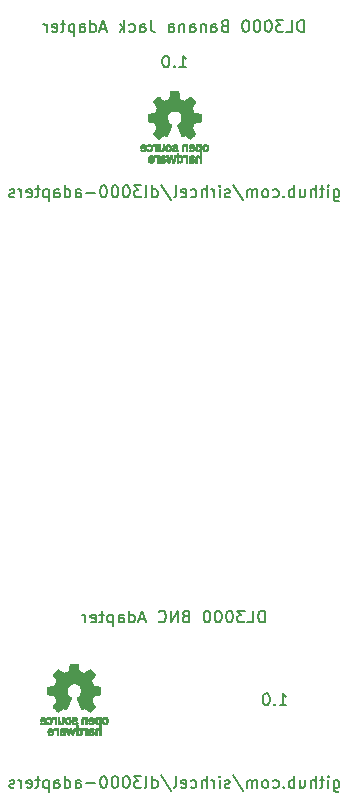
<source format=gbr>
G04 #@! TF.GenerationSoftware,KiCad,Pcbnew,(5.1.8)-1*
G04 #@! TF.CreationDate,2020-12-10T13:26:07-05:00*
G04 #@! TF.ProjectId,dl3000-adapters,646c3330-3030-42d6-9164-617074657273,rev?*
G04 #@! TF.SameCoordinates,Original*
G04 #@! TF.FileFunction,Legend,Bot*
G04 #@! TF.FilePolarity,Positive*
%FSLAX46Y46*%
G04 Gerber Fmt 4.6, Leading zero omitted, Abs format (unit mm)*
G04 Created by KiCad (PCBNEW (5.1.8)-1) date 2020-12-10 13:26:07*
%MOMM*%
%LPD*%
G01*
G04 APERTURE LIST*
%ADD10C,0.150000*%
%ADD11C,0.010000*%
G04 APERTURE END LIST*
D10*
X150428571Y-46452380D02*
X151000000Y-46452380D01*
X150714285Y-46452380D02*
X150714285Y-45452380D01*
X150809523Y-45595238D01*
X150904761Y-45690476D01*
X151000000Y-45738095D01*
X150000000Y-46357142D02*
X149952380Y-46404761D01*
X150000000Y-46452380D01*
X150047619Y-46404761D01*
X150000000Y-46357142D01*
X150000000Y-46452380D01*
X149333333Y-45452380D02*
X149238095Y-45452380D01*
X149142857Y-45500000D01*
X149095238Y-45547619D01*
X149047619Y-45642857D01*
X149000000Y-45833333D01*
X149000000Y-46071428D01*
X149047619Y-46261904D01*
X149095238Y-46357142D01*
X149142857Y-46404761D01*
X149238095Y-46452380D01*
X149333333Y-46452380D01*
X149428571Y-46404761D01*
X149476190Y-46357142D01*
X149523809Y-46261904D01*
X149571428Y-46071428D01*
X149571428Y-45833333D01*
X149523809Y-45642857D01*
X149476190Y-45547619D01*
X149428571Y-45500000D01*
X149333333Y-45452380D01*
X158928571Y-100452380D02*
X159500000Y-100452380D01*
X159214285Y-100452380D02*
X159214285Y-99452380D01*
X159309523Y-99595238D01*
X159404761Y-99690476D01*
X159500000Y-99738095D01*
X158500000Y-100357142D02*
X158452380Y-100404761D01*
X158500000Y-100452380D01*
X158547619Y-100404761D01*
X158500000Y-100357142D01*
X158500000Y-100452380D01*
X157833333Y-99452380D02*
X157738095Y-99452380D01*
X157642857Y-99500000D01*
X157595238Y-99547619D01*
X157547619Y-99642857D01*
X157500000Y-99833333D01*
X157500000Y-100071428D01*
X157547619Y-100261904D01*
X157595238Y-100357142D01*
X157642857Y-100404761D01*
X157738095Y-100452380D01*
X157833333Y-100452380D01*
X157928571Y-100404761D01*
X157976190Y-100357142D01*
X158023809Y-100261904D01*
X158071428Y-100071428D01*
X158071428Y-99833333D01*
X158023809Y-99642857D01*
X157976190Y-99547619D01*
X157928571Y-99500000D01*
X157833333Y-99452380D01*
X163500000Y-56785714D02*
X163500000Y-57595238D01*
X163547619Y-57690476D01*
X163595238Y-57738095D01*
X163690476Y-57785714D01*
X163833333Y-57785714D01*
X163928571Y-57738095D01*
X163500000Y-57404761D02*
X163595238Y-57452380D01*
X163785714Y-57452380D01*
X163880952Y-57404761D01*
X163928571Y-57357142D01*
X163976190Y-57261904D01*
X163976190Y-56976190D01*
X163928571Y-56880952D01*
X163880952Y-56833333D01*
X163785714Y-56785714D01*
X163595238Y-56785714D01*
X163500000Y-56833333D01*
X163023809Y-57452380D02*
X163023809Y-56785714D01*
X163023809Y-56452380D02*
X163071428Y-56500000D01*
X163023809Y-56547619D01*
X162976190Y-56500000D01*
X163023809Y-56452380D01*
X163023809Y-56547619D01*
X162690476Y-56785714D02*
X162309523Y-56785714D01*
X162547619Y-56452380D02*
X162547619Y-57309523D01*
X162500000Y-57404761D01*
X162404761Y-57452380D01*
X162309523Y-57452380D01*
X161976190Y-57452380D02*
X161976190Y-56452380D01*
X161547619Y-57452380D02*
X161547619Y-56928571D01*
X161595238Y-56833333D01*
X161690476Y-56785714D01*
X161833333Y-56785714D01*
X161928571Y-56833333D01*
X161976190Y-56880952D01*
X160642857Y-56785714D02*
X160642857Y-57452380D01*
X161071428Y-56785714D02*
X161071428Y-57309523D01*
X161023809Y-57404761D01*
X160928571Y-57452380D01*
X160785714Y-57452380D01*
X160690476Y-57404761D01*
X160642857Y-57357142D01*
X160166666Y-57452380D02*
X160166666Y-56452380D01*
X160166666Y-56833333D02*
X160071428Y-56785714D01*
X159880952Y-56785714D01*
X159785714Y-56833333D01*
X159738095Y-56880952D01*
X159690476Y-56976190D01*
X159690476Y-57261904D01*
X159738095Y-57357142D01*
X159785714Y-57404761D01*
X159880952Y-57452380D01*
X160071428Y-57452380D01*
X160166666Y-57404761D01*
X159261904Y-57357142D02*
X159214285Y-57404761D01*
X159261904Y-57452380D01*
X159309523Y-57404761D01*
X159261904Y-57357142D01*
X159261904Y-57452380D01*
X158357142Y-57404761D02*
X158452380Y-57452380D01*
X158642857Y-57452380D01*
X158738095Y-57404761D01*
X158785714Y-57357142D01*
X158833333Y-57261904D01*
X158833333Y-56976190D01*
X158785714Y-56880952D01*
X158738095Y-56833333D01*
X158642857Y-56785714D01*
X158452380Y-56785714D01*
X158357142Y-56833333D01*
X157785714Y-57452380D02*
X157880952Y-57404761D01*
X157928571Y-57357142D01*
X157976190Y-57261904D01*
X157976190Y-56976190D01*
X157928571Y-56880952D01*
X157880952Y-56833333D01*
X157785714Y-56785714D01*
X157642857Y-56785714D01*
X157547619Y-56833333D01*
X157500000Y-56880952D01*
X157452380Y-56976190D01*
X157452380Y-57261904D01*
X157500000Y-57357142D01*
X157547619Y-57404761D01*
X157642857Y-57452380D01*
X157785714Y-57452380D01*
X157023809Y-57452380D02*
X157023809Y-56785714D01*
X157023809Y-56880952D02*
X156976190Y-56833333D01*
X156880952Y-56785714D01*
X156738095Y-56785714D01*
X156642857Y-56833333D01*
X156595238Y-56928571D01*
X156595238Y-57452380D01*
X156595238Y-56928571D02*
X156547619Y-56833333D01*
X156452380Y-56785714D01*
X156309523Y-56785714D01*
X156214285Y-56833333D01*
X156166666Y-56928571D01*
X156166666Y-57452380D01*
X154976190Y-56404761D02*
X155833333Y-57690476D01*
X154690476Y-57404761D02*
X154595238Y-57452380D01*
X154404761Y-57452380D01*
X154309523Y-57404761D01*
X154261904Y-57309523D01*
X154261904Y-57261904D01*
X154309523Y-57166666D01*
X154404761Y-57119047D01*
X154547619Y-57119047D01*
X154642857Y-57071428D01*
X154690476Y-56976190D01*
X154690476Y-56928571D01*
X154642857Y-56833333D01*
X154547619Y-56785714D01*
X154404761Y-56785714D01*
X154309523Y-56833333D01*
X153833333Y-57452380D02*
X153833333Y-56785714D01*
X153833333Y-56452380D02*
X153880952Y-56500000D01*
X153833333Y-56547619D01*
X153785714Y-56500000D01*
X153833333Y-56452380D01*
X153833333Y-56547619D01*
X153357142Y-57452380D02*
X153357142Y-56785714D01*
X153357142Y-56976190D02*
X153309523Y-56880952D01*
X153261904Y-56833333D01*
X153166666Y-56785714D01*
X153071428Y-56785714D01*
X152738095Y-57452380D02*
X152738095Y-56452380D01*
X152309523Y-57452380D02*
X152309523Y-56928571D01*
X152357142Y-56833333D01*
X152452380Y-56785714D01*
X152595238Y-56785714D01*
X152690476Y-56833333D01*
X152738095Y-56880952D01*
X151404761Y-57404761D02*
X151500000Y-57452380D01*
X151690476Y-57452380D01*
X151785714Y-57404761D01*
X151833333Y-57357142D01*
X151880952Y-57261904D01*
X151880952Y-56976190D01*
X151833333Y-56880952D01*
X151785714Y-56833333D01*
X151690476Y-56785714D01*
X151500000Y-56785714D01*
X151404761Y-56833333D01*
X150595238Y-57404761D02*
X150690476Y-57452380D01*
X150880952Y-57452380D01*
X150976190Y-57404761D01*
X151023809Y-57309523D01*
X151023809Y-56928571D01*
X150976190Y-56833333D01*
X150880952Y-56785714D01*
X150690476Y-56785714D01*
X150595238Y-56833333D01*
X150547619Y-56928571D01*
X150547619Y-57023809D01*
X151023809Y-57119047D01*
X149976190Y-57452380D02*
X150071428Y-57404761D01*
X150119047Y-57309523D01*
X150119047Y-56452380D01*
X148880952Y-56404761D02*
X149738095Y-57690476D01*
X148119047Y-57452380D02*
X148119047Y-56452380D01*
X148119047Y-57404761D02*
X148214285Y-57452380D01*
X148404761Y-57452380D01*
X148500000Y-57404761D01*
X148547619Y-57357142D01*
X148595238Y-57261904D01*
X148595238Y-56976190D01*
X148547619Y-56880952D01*
X148500000Y-56833333D01*
X148404761Y-56785714D01*
X148214285Y-56785714D01*
X148119047Y-56833333D01*
X147500000Y-57452380D02*
X147595238Y-57404761D01*
X147642857Y-57309523D01*
X147642857Y-56452380D01*
X147214285Y-56452380D02*
X146595238Y-56452380D01*
X146928571Y-56833333D01*
X146785714Y-56833333D01*
X146690476Y-56880952D01*
X146642857Y-56928571D01*
X146595238Y-57023809D01*
X146595238Y-57261904D01*
X146642857Y-57357142D01*
X146690476Y-57404761D01*
X146785714Y-57452380D01*
X147071428Y-57452380D01*
X147166666Y-57404761D01*
X147214285Y-57357142D01*
X145976190Y-56452380D02*
X145880952Y-56452380D01*
X145785714Y-56500000D01*
X145738095Y-56547619D01*
X145690476Y-56642857D01*
X145642857Y-56833333D01*
X145642857Y-57071428D01*
X145690476Y-57261904D01*
X145738095Y-57357142D01*
X145785714Y-57404761D01*
X145880952Y-57452380D01*
X145976190Y-57452380D01*
X146071428Y-57404761D01*
X146119047Y-57357142D01*
X146166666Y-57261904D01*
X146214285Y-57071428D01*
X146214285Y-56833333D01*
X146166666Y-56642857D01*
X146119047Y-56547619D01*
X146071428Y-56500000D01*
X145976190Y-56452380D01*
X145023809Y-56452380D02*
X144928571Y-56452380D01*
X144833333Y-56500000D01*
X144785714Y-56547619D01*
X144738095Y-56642857D01*
X144690476Y-56833333D01*
X144690476Y-57071428D01*
X144738095Y-57261904D01*
X144785714Y-57357142D01*
X144833333Y-57404761D01*
X144928571Y-57452380D01*
X145023809Y-57452380D01*
X145119047Y-57404761D01*
X145166666Y-57357142D01*
X145214285Y-57261904D01*
X145261904Y-57071428D01*
X145261904Y-56833333D01*
X145214285Y-56642857D01*
X145166666Y-56547619D01*
X145119047Y-56500000D01*
X145023809Y-56452380D01*
X144071428Y-56452380D02*
X143976190Y-56452380D01*
X143880952Y-56500000D01*
X143833333Y-56547619D01*
X143785714Y-56642857D01*
X143738095Y-56833333D01*
X143738095Y-57071428D01*
X143785714Y-57261904D01*
X143833333Y-57357142D01*
X143880952Y-57404761D01*
X143976190Y-57452380D01*
X144071428Y-57452380D01*
X144166666Y-57404761D01*
X144214285Y-57357142D01*
X144261904Y-57261904D01*
X144309523Y-57071428D01*
X144309523Y-56833333D01*
X144261904Y-56642857D01*
X144214285Y-56547619D01*
X144166666Y-56500000D01*
X144071428Y-56452380D01*
X143309523Y-57071428D02*
X142547619Y-57071428D01*
X141642857Y-57452380D02*
X141642857Y-56928571D01*
X141690476Y-56833333D01*
X141785714Y-56785714D01*
X141976190Y-56785714D01*
X142071428Y-56833333D01*
X141642857Y-57404761D02*
X141738095Y-57452380D01*
X141976190Y-57452380D01*
X142071428Y-57404761D01*
X142119047Y-57309523D01*
X142119047Y-57214285D01*
X142071428Y-57119047D01*
X141976190Y-57071428D01*
X141738095Y-57071428D01*
X141642857Y-57023809D01*
X140738095Y-57452380D02*
X140738095Y-56452380D01*
X140738095Y-57404761D02*
X140833333Y-57452380D01*
X141023809Y-57452380D01*
X141119047Y-57404761D01*
X141166666Y-57357142D01*
X141214285Y-57261904D01*
X141214285Y-56976190D01*
X141166666Y-56880952D01*
X141119047Y-56833333D01*
X141023809Y-56785714D01*
X140833333Y-56785714D01*
X140738095Y-56833333D01*
X139833333Y-57452380D02*
X139833333Y-56928571D01*
X139880952Y-56833333D01*
X139976190Y-56785714D01*
X140166666Y-56785714D01*
X140261904Y-56833333D01*
X139833333Y-57404761D02*
X139928571Y-57452380D01*
X140166666Y-57452380D01*
X140261904Y-57404761D01*
X140309523Y-57309523D01*
X140309523Y-57214285D01*
X140261904Y-57119047D01*
X140166666Y-57071428D01*
X139928571Y-57071428D01*
X139833333Y-57023809D01*
X139357142Y-56785714D02*
X139357142Y-57785714D01*
X139357142Y-56833333D02*
X139261904Y-56785714D01*
X139071428Y-56785714D01*
X138976190Y-56833333D01*
X138928571Y-56880952D01*
X138880952Y-56976190D01*
X138880952Y-57261904D01*
X138928571Y-57357142D01*
X138976190Y-57404761D01*
X139071428Y-57452380D01*
X139261904Y-57452380D01*
X139357142Y-57404761D01*
X138595238Y-56785714D02*
X138214285Y-56785714D01*
X138452380Y-56452380D02*
X138452380Y-57309523D01*
X138404761Y-57404761D01*
X138309523Y-57452380D01*
X138214285Y-57452380D01*
X137500000Y-57404761D02*
X137595238Y-57452380D01*
X137785714Y-57452380D01*
X137880952Y-57404761D01*
X137928571Y-57309523D01*
X137928571Y-56928571D01*
X137880952Y-56833333D01*
X137785714Y-56785714D01*
X137595238Y-56785714D01*
X137500000Y-56833333D01*
X137452380Y-56928571D01*
X137452380Y-57023809D01*
X137928571Y-57119047D01*
X137023809Y-57452380D02*
X137023809Y-56785714D01*
X137023809Y-56976190D02*
X136976190Y-56880952D01*
X136928571Y-56833333D01*
X136833333Y-56785714D01*
X136738095Y-56785714D01*
X136452380Y-57404761D02*
X136357142Y-57452380D01*
X136166666Y-57452380D01*
X136071428Y-57404761D01*
X136023809Y-57309523D01*
X136023809Y-57261904D01*
X136071428Y-57166666D01*
X136166666Y-57119047D01*
X136309523Y-57119047D01*
X136404761Y-57071428D01*
X136452380Y-56976190D01*
X136452380Y-56928571D01*
X136404761Y-56833333D01*
X136309523Y-56785714D01*
X136166666Y-56785714D01*
X136071428Y-56833333D01*
X163500000Y-106785714D02*
X163500000Y-107595238D01*
X163547619Y-107690476D01*
X163595238Y-107738095D01*
X163690476Y-107785714D01*
X163833333Y-107785714D01*
X163928571Y-107738095D01*
X163500000Y-107404761D02*
X163595238Y-107452380D01*
X163785714Y-107452380D01*
X163880952Y-107404761D01*
X163928571Y-107357142D01*
X163976190Y-107261904D01*
X163976190Y-106976190D01*
X163928571Y-106880952D01*
X163880952Y-106833333D01*
X163785714Y-106785714D01*
X163595238Y-106785714D01*
X163500000Y-106833333D01*
X163023809Y-107452380D02*
X163023809Y-106785714D01*
X163023809Y-106452380D02*
X163071428Y-106500000D01*
X163023809Y-106547619D01*
X162976190Y-106500000D01*
X163023809Y-106452380D01*
X163023809Y-106547619D01*
X162690476Y-106785714D02*
X162309523Y-106785714D01*
X162547619Y-106452380D02*
X162547619Y-107309523D01*
X162500000Y-107404761D01*
X162404761Y-107452380D01*
X162309523Y-107452380D01*
X161976190Y-107452380D02*
X161976190Y-106452380D01*
X161547619Y-107452380D02*
X161547619Y-106928571D01*
X161595238Y-106833333D01*
X161690476Y-106785714D01*
X161833333Y-106785714D01*
X161928571Y-106833333D01*
X161976190Y-106880952D01*
X160642857Y-106785714D02*
X160642857Y-107452380D01*
X161071428Y-106785714D02*
X161071428Y-107309523D01*
X161023809Y-107404761D01*
X160928571Y-107452380D01*
X160785714Y-107452380D01*
X160690476Y-107404761D01*
X160642857Y-107357142D01*
X160166666Y-107452380D02*
X160166666Y-106452380D01*
X160166666Y-106833333D02*
X160071428Y-106785714D01*
X159880952Y-106785714D01*
X159785714Y-106833333D01*
X159738095Y-106880952D01*
X159690476Y-106976190D01*
X159690476Y-107261904D01*
X159738095Y-107357142D01*
X159785714Y-107404761D01*
X159880952Y-107452380D01*
X160071428Y-107452380D01*
X160166666Y-107404761D01*
X159261904Y-107357142D02*
X159214285Y-107404761D01*
X159261904Y-107452380D01*
X159309523Y-107404761D01*
X159261904Y-107357142D01*
X159261904Y-107452380D01*
X158357142Y-107404761D02*
X158452380Y-107452380D01*
X158642857Y-107452380D01*
X158738095Y-107404761D01*
X158785714Y-107357142D01*
X158833333Y-107261904D01*
X158833333Y-106976190D01*
X158785714Y-106880952D01*
X158738095Y-106833333D01*
X158642857Y-106785714D01*
X158452380Y-106785714D01*
X158357142Y-106833333D01*
X157785714Y-107452380D02*
X157880952Y-107404761D01*
X157928571Y-107357142D01*
X157976190Y-107261904D01*
X157976190Y-106976190D01*
X157928571Y-106880952D01*
X157880952Y-106833333D01*
X157785714Y-106785714D01*
X157642857Y-106785714D01*
X157547619Y-106833333D01*
X157500000Y-106880952D01*
X157452380Y-106976190D01*
X157452380Y-107261904D01*
X157500000Y-107357142D01*
X157547619Y-107404761D01*
X157642857Y-107452380D01*
X157785714Y-107452380D01*
X157023809Y-107452380D02*
X157023809Y-106785714D01*
X157023809Y-106880952D02*
X156976190Y-106833333D01*
X156880952Y-106785714D01*
X156738095Y-106785714D01*
X156642857Y-106833333D01*
X156595238Y-106928571D01*
X156595238Y-107452380D01*
X156595238Y-106928571D02*
X156547619Y-106833333D01*
X156452380Y-106785714D01*
X156309523Y-106785714D01*
X156214285Y-106833333D01*
X156166666Y-106928571D01*
X156166666Y-107452380D01*
X154976190Y-106404761D02*
X155833333Y-107690476D01*
X154690476Y-107404761D02*
X154595238Y-107452380D01*
X154404761Y-107452380D01*
X154309523Y-107404761D01*
X154261904Y-107309523D01*
X154261904Y-107261904D01*
X154309523Y-107166666D01*
X154404761Y-107119047D01*
X154547619Y-107119047D01*
X154642857Y-107071428D01*
X154690476Y-106976190D01*
X154690476Y-106928571D01*
X154642857Y-106833333D01*
X154547619Y-106785714D01*
X154404761Y-106785714D01*
X154309523Y-106833333D01*
X153833333Y-107452380D02*
X153833333Y-106785714D01*
X153833333Y-106452380D02*
X153880952Y-106500000D01*
X153833333Y-106547619D01*
X153785714Y-106500000D01*
X153833333Y-106452380D01*
X153833333Y-106547619D01*
X153357142Y-107452380D02*
X153357142Y-106785714D01*
X153357142Y-106976190D02*
X153309523Y-106880952D01*
X153261904Y-106833333D01*
X153166666Y-106785714D01*
X153071428Y-106785714D01*
X152738095Y-107452380D02*
X152738095Y-106452380D01*
X152309523Y-107452380D02*
X152309523Y-106928571D01*
X152357142Y-106833333D01*
X152452380Y-106785714D01*
X152595238Y-106785714D01*
X152690476Y-106833333D01*
X152738095Y-106880952D01*
X151404761Y-107404761D02*
X151500000Y-107452380D01*
X151690476Y-107452380D01*
X151785714Y-107404761D01*
X151833333Y-107357142D01*
X151880952Y-107261904D01*
X151880952Y-106976190D01*
X151833333Y-106880952D01*
X151785714Y-106833333D01*
X151690476Y-106785714D01*
X151500000Y-106785714D01*
X151404761Y-106833333D01*
X150595238Y-107404761D02*
X150690476Y-107452380D01*
X150880952Y-107452380D01*
X150976190Y-107404761D01*
X151023809Y-107309523D01*
X151023809Y-106928571D01*
X150976190Y-106833333D01*
X150880952Y-106785714D01*
X150690476Y-106785714D01*
X150595238Y-106833333D01*
X150547619Y-106928571D01*
X150547619Y-107023809D01*
X151023809Y-107119047D01*
X149976190Y-107452380D02*
X150071428Y-107404761D01*
X150119047Y-107309523D01*
X150119047Y-106452380D01*
X148880952Y-106404761D02*
X149738095Y-107690476D01*
X148119047Y-107452380D02*
X148119047Y-106452380D01*
X148119047Y-107404761D02*
X148214285Y-107452380D01*
X148404761Y-107452380D01*
X148500000Y-107404761D01*
X148547619Y-107357142D01*
X148595238Y-107261904D01*
X148595238Y-106976190D01*
X148547619Y-106880952D01*
X148500000Y-106833333D01*
X148404761Y-106785714D01*
X148214285Y-106785714D01*
X148119047Y-106833333D01*
X147500000Y-107452380D02*
X147595238Y-107404761D01*
X147642857Y-107309523D01*
X147642857Y-106452380D01*
X147214285Y-106452380D02*
X146595238Y-106452380D01*
X146928571Y-106833333D01*
X146785714Y-106833333D01*
X146690476Y-106880952D01*
X146642857Y-106928571D01*
X146595238Y-107023809D01*
X146595238Y-107261904D01*
X146642857Y-107357142D01*
X146690476Y-107404761D01*
X146785714Y-107452380D01*
X147071428Y-107452380D01*
X147166666Y-107404761D01*
X147214285Y-107357142D01*
X145976190Y-106452380D02*
X145880952Y-106452380D01*
X145785714Y-106500000D01*
X145738095Y-106547619D01*
X145690476Y-106642857D01*
X145642857Y-106833333D01*
X145642857Y-107071428D01*
X145690476Y-107261904D01*
X145738095Y-107357142D01*
X145785714Y-107404761D01*
X145880952Y-107452380D01*
X145976190Y-107452380D01*
X146071428Y-107404761D01*
X146119047Y-107357142D01*
X146166666Y-107261904D01*
X146214285Y-107071428D01*
X146214285Y-106833333D01*
X146166666Y-106642857D01*
X146119047Y-106547619D01*
X146071428Y-106500000D01*
X145976190Y-106452380D01*
X145023809Y-106452380D02*
X144928571Y-106452380D01*
X144833333Y-106500000D01*
X144785714Y-106547619D01*
X144738095Y-106642857D01*
X144690476Y-106833333D01*
X144690476Y-107071428D01*
X144738095Y-107261904D01*
X144785714Y-107357142D01*
X144833333Y-107404761D01*
X144928571Y-107452380D01*
X145023809Y-107452380D01*
X145119047Y-107404761D01*
X145166666Y-107357142D01*
X145214285Y-107261904D01*
X145261904Y-107071428D01*
X145261904Y-106833333D01*
X145214285Y-106642857D01*
X145166666Y-106547619D01*
X145119047Y-106500000D01*
X145023809Y-106452380D01*
X144071428Y-106452380D02*
X143976190Y-106452380D01*
X143880952Y-106500000D01*
X143833333Y-106547619D01*
X143785714Y-106642857D01*
X143738095Y-106833333D01*
X143738095Y-107071428D01*
X143785714Y-107261904D01*
X143833333Y-107357142D01*
X143880952Y-107404761D01*
X143976190Y-107452380D01*
X144071428Y-107452380D01*
X144166666Y-107404761D01*
X144214285Y-107357142D01*
X144261904Y-107261904D01*
X144309523Y-107071428D01*
X144309523Y-106833333D01*
X144261904Y-106642857D01*
X144214285Y-106547619D01*
X144166666Y-106500000D01*
X144071428Y-106452380D01*
X143309523Y-107071428D02*
X142547619Y-107071428D01*
X141642857Y-107452380D02*
X141642857Y-106928571D01*
X141690476Y-106833333D01*
X141785714Y-106785714D01*
X141976190Y-106785714D01*
X142071428Y-106833333D01*
X141642857Y-107404761D02*
X141738095Y-107452380D01*
X141976190Y-107452380D01*
X142071428Y-107404761D01*
X142119047Y-107309523D01*
X142119047Y-107214285D01*
X142071428Y-107119047D01*
X141976190Y-107071428D01*
X141738095Y-107071428D01*
X141642857Y-107023809D01*
X140738095Y-107452380D02*
X140738095Y-106452380D01*
X140738095Y-107404761D02*
X140833333Y-107452380D01*
X141023809Y-107452380D01*
X141119047Y-107404761D01*
X141166666Y-107357142D01*
X141214285Y-107261904D01*
X141214285Y-106976190D01*
X141166666Y-106880952D01*
X141119047Y-106833333D01*
X141023809Y-106785714D01*
X140833333Y-106785714D01*
X140738095Y-106833333D01*
X139833333Y-107452380D02*
X139833333Y-106928571D01*
X139880952Y-106833333D01*
X139976190Y-106785714D01*
X140166666Y-106785714D01*
X140261904Y-106833333D01*
X139833333Y-107404761D02*
X139928571Y-107452380D01*
X140166666Y-107452380D01*
X140261904Y-107404761D01*
X140309523Y-107309523D01*
X140309523Y-107214285D01*
X140261904Y-107119047D01*
X140166666Y-107071428D01*
X139928571Y-107071428D01*
X139833333Y-107023809D01*
X139357142Y-106785714D02*
X139357142Y-107785714D01*
X139357142Y-106833333D02*
X139261904Y-106785714D01*
X139071428Y-106785714D01*
X138976190Y-106833333D01*
X138928571Y-106880952D01*
X138880952Y-106976190D01*
X138880952Y-107261904D01*
X138928571Y-107357142D01*
X138976190Y-107404761D01*
X139071428Y-107452380D01*
X139261904Y-107452380D01*
X139357142Y-107404761D01*
X138595238Y-106785714D02*
X138214285Y-106785714D01*
X138452380Y-106452380D02*
X138452380Y-107309523D01*
X138404761Y-107404761D01*
X138309523Y-107452380D01*
X138214285Y-107452380D01*
X137500000Y-107404761D02*
X137595238Y-107452380D01*
X137785714Y-107452380D01*
X137880952Y-107404761D01*
X137928571Y-107309523D01*
X137928571Y-106928571D01*
X137880952Y-106833333D01*
X137785714Y-106785714D01*
X137595238Y-106785714D01*
X137500000Y-106833333D01*
X137452380Y-106928571D01*
X137452380Y-107023809D01*
X137928571Y-107119047D01*
X137023809Y-107452380D02*
X137023809Y-106785714D01*
X137023809Y-106976190D02*
X136976190Y-106880952D01*
X136928571Y-106833333D01*
X136833333Y-106785714D01*
X136738095Y-106785714D01*
X136452380Y-107404761D02*
X136357142Y-107452380D01*
X136166666Y-107452380D01*
X136071428Y-107404761D01*
X136023809Y-107309523D01*
X136023809Y-107261904D01*
X136071428Y-107166666D01*
X136166666Y-107119047D01*
X136309523Y-107119047D01*
X136404761Y-107071428D01*
X136452380Y-106976190D01*
X136452380Y-106928571D01*
X136404761Y-106833333D01*
X136309523Y-106785714D01*
X136166666Y-106785714D01*
X136071428Y-106833333D01*
X160952380Y-43452380D02*
X160952380Y-42452380D01*
X160714285Y-42452380D01*
X160571428Y-42500000D01*
X160476190Y-42595238D01*
X160428571Y-42690476D01*
X160380952Y-42880952D01*
X160380952Y-43023809D01*
X160428571Y-43214285D01*
X160476190Y-43309523D01*
X160571428Y-43404761D01*
X160714285Y-43452380D01*
X160952380Y-43452380D01*
X159476190Y-43452380D02*
X159952380Y-43452380D01*
X159952380Y-42452380D01*
X159238095Y-42452380D02*
X158619047Y-42452380D01*
X158952380Y-42833333D01*
X158809523Y-42833333D01*
X158714285Y-42880952D01*
X158666666Y-42928571D01*
X158619047Y-43023809D01*
X158619047Y-43261904D01*
X158666666Y-43357142D01*
X158714285Y-43404761D01*
X158809523Y-43452380D01*
X159095238Y-43452380D01*
X159190476Y-43404761D01*
X159238095Y-43357142D01*
X158000000Y-42452380D02*
X157904761Y-42452380D01*
X157809523Y-42500000D01*
X157761904Y-42547619D01*
X157714285Y-42642857D01*
X157666666Y-42833333D01*
X157666666Y-43071428D01*
X157714285Y-43261904D01*
X157761904Y-43357142D01*
X157809523Y-43404761D01*
X157904761Y-43452380D01*
X158000000Y-43452380D01*
X158095238Y-43404761D01*
X158142857Y-43357142D01*
X158190476Y-43261904D01*
X158238095Y-43071428D01*
X158238095Y-42833333D01*
X158190476Y-42642857D01*
X158142857Y-42547619D01*
X158095238Y-42500000D01*
X158000000Y-42452380D01*
X157047619Y-42452380D02*
X156952380Y-42452380D01*
X156857142Y-42500000D01*
X156809523Y-42547619D01*
X156761904Y-42642857D01*
X156714285Y-42833333D01*
X156714285Y-43071428D01*
X156761904Y-43261904D01*
X156809523Y-43357142D01*
X156857142Y-43404761D01*
X156952380Y-43452380D01*
X157047619Y-43452380D01*
X157142857Y-43404761D01*
X157190476Y-43357142D01*
X157238095Y-43261904D01*
X157285714Y-43071428D01*
X157285714Y-42833333D01*
X157238095Y-42642857D01*
X157190476Y-42547619D01*
X157142857Y-42500000D01*
X157047619Y-42452380D01*
X156095238Y-42452380D02*
X156000000Y-42452380D01*
X155904761Y-42500000D01*
X155857142Y-42547619D01*
X155809523Y-42642857D01*
X155761904Y-42833333D01*
X155761904Y-43071428D01*
X155809523Y-43261904D01*
X155857142Y-43357142D01*
X155904761Y-43404761D01*
X156000000Y-43452380D01*
X156095238Y-43452380D01*
X156190476Y-43404761D01*
X156238095Y-43357142D01*
X156285714Y-43261904D01*
X156333333Y-43071428D01*
X156333333Y-42833333D01*
X156285714Y-42642857D01*
X156238095Y-42547619D01*
X156190476Y-42500000D01*
X156095238Y-42452380D01*
X154238095Y-42928571D02*
X154095238Y-42976190D01*
X154047619Y-43023809D01*
X154000000Y-43119047D01*
X154000000Y-43261904D01*
X154047619Y-43357142D01*
X154095238Y-43404761D01*
X154190476Y-43452380D01*
X154571428Y-43452380D01*
X154571428Y-42452380D01*
X154238095Y-42452380D01*
X154142857Y-42500000D01*
X154095238Y-42547619D01*
X154047619Y-42642857D01*
X154047619Y-42738095D01*
X154095238Y-42833333D01*
X154142857Y-42880952D01*
X154238095Y-42928571D01*
X154571428Y-42928571D01*
X153142857Y-43452380D02*
X153142857Y-42928571D01*
X153190476Y-42833333D01*
X153285714Y-42785714D01*
X153476190Y-42785714D01*
X153571428Y-42833333D01*
X153142857Y-43404761D02*
X153238095Y-43452380D01*
X153476190Y-43452380D01*
X153571428Y-43404761D01*
X153619047Y-43309523D01*
X153619047Y-43214285D01*
X153571428Y-43119047D01*
X153476190Y-43071428D01*
X153238095Y-43071428D01*
X153142857Y-43023809D01*
X152666666Y-42785714D02*
X152666666Y-43452380D01*
X152666666Y-42880952D02*
X152619047Y-42833333D01*
X152523809Y-42785714D01*
X152380952Y-42785714D01*
X152285714Y-42833333D01*
X152238095Y-42928571D01*
X152238095Y-43452380D01*
X151333333Y-43452380D02*
X151333333Y-42928571D01*
X151380952Y-42833333D01*
X151476190Y-42785714D01*
X151666666Y-42785714D01*
X151761904Y-42833333D01*
X151333333Y-43404761D02*
X151428571Y-43452380D01*
X151666666Y-43452380D01*
X151761904Y-43404761D01*
X151809523Y-43309523D01*
X151809523Y-43214285D01*
X151761904Y-43119047D01*
X151666666Y-43071428D01*
X151428571Y-43071428D01*
X151333333Y-43023809D01*
X150857142Y-42785714D02*
X150857142Y-43452380D01*
X150857142Y-42880952D02*
X150809523Y-42833333D01*
X150714285Y-42785714D01*
X150571428Y-42785714D01*
X150476190Y-42833333D01*
X150428571Y-42928571D01*
X150428571Y-43452380D01*
X149523809Y-43452380D02*
X149523809Y-42928571D01*
X149571428Y-42833333D01*
X149666666Y-42785714D01*
X149857142Y-42785714D01*
X149952380Y-42833333D01*
X149523809Y-43404761D02*
X149619047Y-43452380D01*
X149857142Y-43452380D01*
X149952380Y-43404761D01*
X150000000Y-43309523D01*
X150000000Y-43214285D01*
X149952380Y-43119047D01*
X149857142Y-43071428D01*
X149619047Y-43071428D01*
X149523809Y-43023809D01*
X148000000Y-42452380D02*
X148000000Y-43166666D01*
X148047619Y-43309523D01*
X148142857Y-43404761D01*
X148285714Y-43452380D01*
X148380952Y-43452380D01*
X147095238Y-43452380D02*
X147095238Y-42928571D01*
X147142857Y-42833333D01*
X147238095Y-42785714D01*
X147428571Y-42785714D01*
X147523809Y-42833333D01*
X147095238Y-43404761D02*
X147190476Y-43452380D01*
X147428571Y-43452380D01*
X147523809Y-43404761D01*
X147571428Y-43309523D01*
X147571428Y-43214285D01*
X147523809Y-43119047D01*
X147428571Y-43071428D01*
X147190476Y-43071428D01*
X147095238Y-43023809D01*
X146190476Y-43404761D02*
X146285714Y-43452380D01*
X146476190Y-43452380D01*
X146571428Y-43404761D01*
X146619047Y-43357142D01*
X146666666Y-43261904D01*
X146666666Y-42976190D01*
X146619047Y-42880952D01*
X146571428Y-42833333D01*
X146476190Y-42785714D01*
X146285714Y-42785714D01*
X146190476Y-42833333D01*
X145761904Y-43452380D02*
X145761904Y-42452380D01*
X145666666Y-43071428D02*
X145380952Y-43452380D01*
X145380952Y-42785714D02*
X145761904Y-43166666D01*
X144238095Y-43166666D02*
X143761904Y-43166666D01*
X144333333Y-43452380D02*
X144000000Y-42452380D01*
X143666666Y-43452380D01*
X142904761Y-43452380D02*
X142904761Y-42452380D01*
X142904761Y-43404761D02*
X143000000Y-43452380D01*
X143190476Y-43452380D01*
X143285714Y-43404761D01*
X143333333Y-43357142D01*
X143380952Y-43261904D01*
X143380952Y-42976190D01*
X143333333Y-42880952D01*
X143285714Y-42833333D01*
X143190476Y-42785714D01*
X143000000Y-42785714D01*
X142904761Y-42833333D01*
X142000000Y-43452380D02*
X142000000Y-42928571D01*
X142047619Y-42833333D01*
X142142857Y-42785714D01*
X142333333Y-42785714D01*
X142428571Y-42833333D01*
X142000000Y-43404761D02*
X142095238Y-43452380D01*
X142333333Y-43452380D01*
X142428571Y-43404761D01*
X142476190Y-43309523D01*
X142476190Y-43214285D01*
X142428571Y-43119047D01*
X142333333Y-43071428D01*
X142095238Y-43071428D01*
X142000000Y-43023809D01*
X141523809Y-42785714D02*
X141523809Y-43785714D01*
X141523809Y-42833333D02*
X141428571Y-42785714D01*
X141238095Y-42785714D01*
X141142857Y-42833333D01*
X141095238Y-42880952D01*
X141047619Y-42976190D01*
X141047619Y-43261904D01*
X141095238Y-43357142D01*
X141142857Y-43404761D01*
X141238095Y-43452380D01*
X141428571Y-43452380D01*
X141523809Y-43404761D01*
X140761904Y-42785714D02*
X140380952Y-42785714D01*
X140619047Y-42452380D02*
X140619047Y-43309523D01*
X140571428Y-43404761D01*
X140476190Y-43452380D01*
X140380952Y-43452380D01*
X139666666Y-43404761D02*
X139761904Y-43452380D01*
X139952380Y-43452380D01*
X140047619Y-43404761D01*
X140095238Y-43309523D01*
X140095238Y-42928571D01*
X140047619Y-42833333D01*
X139952380Y-42785714D01*
X139761904Y-42785714D01*
X139666666Y-42833333D01*
X139619047Y-42928571D01*
X139619047Y-43023809D01*
X140095238Y-43119047D01*
X139190476Y-43452380D02*
X139190476Y-42785714D01*
X139190476Y-42976190D02*
X139142857Y-42880952D01*
X139095238Y-42833333D01*
X139000000Y-42785714D01*
X138904761Y-42785714D01*
X157666666Y-93452380D02*
X157666666Y-92452380D01*
X157428571Y-92452380D01*
X157285714Y-92500000D01*
X157190476Y-92595238D01*
X157142857Y-92690476D01*
X157095238Y-92880952D01*
X157095238Y-93023809D01*
X157142857Y-93214285D01*
X157190476Y-93309523D01*
X157285714Y-93404761D01*
X157428571Y-93452380D01*
X157666666Y-93452380D01*
X156190476Y-93452380D02*
X156666666Y-93452380D01*
X156666666Y-92452380D01*
X155952380Y-92452380D02*
X155333333Y-92452380D01*
X155666666Y-92833333D01*
X155523809Y-92833333D01*
X155428571Y-92880952D01*
X155380952Y-92928571D01*
X155333333Y-93023809D01*
X155333333Y-93261904D01*
X155380952Y-93357142D01*
X155428571Y-93404761D01*
X155523809Y-93452380D01*
X155809523Y-93452380D01*
X155904761Y-93404761D01*
X155952380Y-93357142D01*
X154714285Y-92452380D02*
X154619047Y-92452380D01*
X154523809Y-92500000D01*
X154476190Y-92547619D01*
X154428571Y-92642857D01*
X154380952Y-92833333D01*
X154380952Y-93071428D01*
X154428571Y-93261904D01*
X154476190Y-93357142D01*
X154523809Y-93404761D01*
X154619047Y-93452380D01*
X154714285Y-93452380D01*
X154809523Y-93404761D01*
X154857142Y-93357142D01*
X154904761Y-93261904D01*
X154952380Y-93071428D01*
X154952380Y-92833333D01*
X154904761Y-92642857D01*
X154857142Y-92547619D01*
X154809523Y-92500000D01*
X154714285Y-92452380D01*
X153761904Y-92452380D02*
X153666666Y-92452380D01*
X153571428Y-92500000D01*
X153523809Y-92547619D01*
X153476190Y-92642857D01*
X153428571Y-92833333D01*
X153428571Y-93071428D01*
X153476190Y-93261904D01*
X153523809Y-93357142D01*
X153571428Y-93404761D01*
X153666666Y-93452380D01*
X153761904Y-93452380D01*
X153857142Y-93404761D01*
X153904761Y-93357142D01*
X153952380Y-93261904D01*
X154000000Y-93071428D01*
X154000000Y-92833333D01*
X153952380Y-92642857D01*
X153904761Y-92547619D01*
X153857142Y-92500000D01*
X153761904Y-92452380D01*
X152809523Y-92452380D02*
X152714285Y-92452380D01*
X152619047Y-92500000D01*
X152571428Y-92547619D01*
X152523809Y-92642857D01*
X152476190Y-92833333D01*
X152476190Y-93071428D01*
X152523809Y-93261904D01*
X152571428Y-93357142D01*
X152619047Y-93404761D01*
X152714285Y-93452380D01*
X152809523Y-93452380D01*
X152904761Y-93404761D01*
X152952380Y-93357142D01*
X153000000Y-93261904D01*
X153047619Y-93071428D01*
X153047619Y-92833333D01*
X153000000Y-92642857D01*
X152952380Y-92547619D01*
X152904761Y-92500000D01*
X152809523Y-92452380D01*
X150952380Y-92928571D02*
X150809523Y-92976190D01*
X150761904Y-93023809D01*
X150714285Y-93119047D01*
X150714285Y-93261904D01*
X150761904Y-93357142D01*
X150809523Y-93404761D01*
X150904761Y-93452380D01*
X151285714Y-93452380D01*
X151285714Y-92452380D01*
X150952380Y-92452380D01*
X150857142Y-92500000D01*
X150809523Y-92547619D01*
X150761904Y-92642857D01*
X150761904Y-92738095D01*
X150809523Y-92833333D01*
X150857142Y-92880952D01*
X150952380Y-92928571D01*
X151285714Y-92928571D01*
X150285714Y-93452380D02*
X150285714Y-92452380D01*
X149714285Y-93452380D01*
X149714285Y-92452380D01*
X148666666Y-93357142D02*
X148714285Y-93404761D01*
X148857142Y-93452380D01*
X148952380Y-93452380D01*
X149095238Y-93404761D01*
X149190476Y-93309523D01*
X149238095Y-93214285D01*
X149285714Y-93023809D01*
X149285714Y-92880952D01*
X149238095Y-92690476D01*
X149190476Y-92595238D01*
X149095238Y-92500000D01*
X148952380Y-92452380D01*
X148857142Y-92452380D01*
X148714285Y-92500000D01*
X148666666Y-92547619D01*
X147523809Y-93166666D02*
X147047619Y-93166666D01*
X147619047Y-93452380D02*
X147285714Y-92452380D01*
X146952380Y-93452380D01*
X146190476Y-93452380D02*
X146190476Y-92452380D01*
X146190476Y-93404761D02*
X146285714Y-93452380D01*
X146476190Y-93452380D01*
X146571428Y-93404761D01*
X146619047Y-93357142D01*
X146666666Y-93261904D01*
X146666666Y-92976190D01*
X146619047Y-92880952D01*
X146571428Y-92833333D01*
X146476190Y-92785714D01*
X146285714Y-92785714D01*
X146190476Y-92833333D01*
X145285714Y-93452380D02*
X145285714Y-92928571D01*
X145333333Y-92833333D01*
X145428571Y-92785714D01*
X145619047Y-92785714D01*
X145714285Y-92833333D01*
X145285714Y-93404761D02*
X145380952Y-93452380D01*
X145619047Y-93452380D01*
X145714285Y-93404761D01*
X145761904Y-93309523D01*
X145761904Y-93214285D01*
X145714285Y-93119047D01*
X145619047Y-93071428D01*
X145380952Y-93071428D01*
X145285714Y-93023809D01*
X144809523Y-92785714D02*
X144809523Y-93785714D01*
X144809523Y-92833333D02*
X144714285Y-92785714D01*
X144523809Y-92785714D01*
X144428571Y-92833333D01*
X144380952Y-92880952D01*
X144333333Y-92976190D01*
X144333333Y-93261904D01*
X144380952Y-93357142D01*
X144428571Y-93404761D01*
X144523809Y-93452380D01*
X144714285Y-93452380D01*
X144809523Y-93404761D01*
X144047619Y-92785714D02*
X143666666Y-92785714D01*
X143904761Y-92452380D02*
X143904761Y-93309523D01*
X143857142Y-93404761D01*
X143761904Y-93452380D01*
X143666666Y-93452380D01*
X142952380Y-93404761D02*
X143047619Y-93452380D01*
X143238095Y-93452380D01*
X143333333Y-93404761D01*
X143380952Y-93309523D01*
X143380952Y-92928571D01*
X143333333Y-92833333D01*
X143238095Y-92785714D01*
X143047619Y-92785714D01*
X142952380Y-92833333D01*
X142904761Y-92928571D01*
X142904761Y-93023809D01*
X143380952Y-93119047D01*
X142476190Y-93452380D02*
X142476190Y-92785714D01*
X142476190Y-92976190D02*
X142428571Y-92880952D01*
X142380952Y-92833333D01*
X142285714Y-92785714D01*
X142190476Y-92785714D01*
D11*
G36*
X151908759Y-52969184D02*
G01*
X151882247Y-52982282D01*
X151849553Y-53005106D01*
X151825725Y-53029996D01*
X151809406Y-53061249D01*
X151799240Y-53103166D01*
X151793872Y-53160044D01*
X151791944Y-53236184D01*
X151791831Y-53268917D01*
X151792161Y-53340656D01*
X151793527Y-53391927D01*
X151796500Y-53427404D01*
X151801649Y-53451763D01*
X151809543Y-53469680D01*
X151817757Y-53481902D01*
X151870187Y-53533905D01*
X151931930Y-53565184D01*
X151998536Y-53574592D01*
X152065558Y-53560980D01*
X152086792Y-53551354D01*
X152137624Y-53524859D01*
X152137624Y-53940052D01*
X152100525Y-53920868D01*
X152051643Y-53906025D01*
X151991561Y-53902222D01*
X151931564Y-53909243D01*
X151886256Y-53925013D01*
X151848675Y-53955047D01*
X151816564Y-53998024D01*
X151814150Y-54002436D01*
X151803967Y-54023221D01*
X151796530Y-54044170D01*
X151791411Y-54069548D01*
X151788181Y-54103618D01*
X151786413Y-54150641D01*
X151785677Y-54214882D01*
X151785544Y-54287176D01*
X151785544Y-54517822D01*
X151923861Y-54517822D01*
X151923861Y-54092533D01*
X151962549Y-54059979D01*
X152002738Y-54033940D01*
X152040797Y-54029205D01*
X152079066Y-54041389D01*
X152099462Y-54053320D01*
X152114642Y-54070313D01*
X152125438Y-54095995D01*
X152132683Y-54133991D01*
X152137208Y-54187926D01*
X152139844Y-54261425D01*
X152140772Y-54310347D01*
X152143911Y-54511535D01*
X152209926Y-54515336D01*
X152275940Y-54519136D01*
X152275940Y-53270650D01*
X152137624Y-53270650D01*
X152134097Y-53340254D01*
X152122215Y-53388569D01*
X152100020Y-53418631D01*
X152065559Y-53433471D01*
X152030742Y-53436436D01*
X151991329Y-53433028D01*
X151965171Y-53419617D01*
X151948814Y-53401896D01*
X151935937Y-53382835D01*
X151928272Y-53361601D01*
X151924861Y-53331849D01*
X151924749Y-53287236D01*
X151925897Y-53249880D01*
X151928532Y-53193604D01*
X151932456Y-53156658D01*
X151939063Y-53133223D01*
X151949749Y-53117480D01*
X151959833Y-53108380D01*
X152001970Y-53088537D01*
X152051840Y-53085332D01*
X152080476Y-53092168D01*
X152108828Y-53116464D01*
X152127609Y-53163728D01*
X152136712Y-53233624D01*
X152137624Y-53270650D01*
X152275940Y-53270650D01*
X152275940Y-52958614D01*
X152206782Y-52958614D01*
X152165260Y-52960256D01*
X152143838Y-52966087D01*
X152137626Y-52977461D01*
X152137624Y-52977798D01*
X152134742Y-52988938D01*
X152122030Y-52987673D01*
X152096757Y-52975433D01*
X152037869Y-52956707D01*
X151971615Y-52954739D01*
X151908759Y-52969184D01*
G37*
X151908759Y-52969184D02*
X151882247Y-52982282D01*
X151849553Y-53005106D01*
X151825725Y-53029996D01*
X151809406Y-53061249D01*
X151799240Y-53103166D01*
X151793872Y-53160044D01*
X151791944Y-53236184D01*
X151791831Y-53268917D01*
X151792161Y-53340656D01*
X151793527Y-53391927D01*
X151796500Y-53427404D01*
X151801649Y-53451763D01*
X151809543Y-53469680D01*
X151817757Y-53481902D01*
X151870187Y-53533905D01*
X151931930Y-53565184D01*
X151998536Y-53574592D01*
X152065558Y-53560980D01*
X152086792Y-53551354D01*
X152137624Y-53524859D01*
X152137624Y-53940052D01*
X152100525Y-53920868D01*
X152051643Y-53906025D01*
X151991561Y-53902222D01*
X151931564Y-53909243D01*
X151886256Y-53925013D01*
X151848675Y-53955047D01*
X151816564Y-53998024D01*
X151814150Y-54002436D01*
X151803967Y-54023221D01*
X151796530Y-54044170D01*
X151791411Y-54069548D01*
X151788181Y-54103618D01*
X151786413Y-54150641D01*
X151785677Y-54214882D01*
X151785544Y-54287176D01*
X151785544Y-54517822D01*
X151923861Y-54517822D01*
X151923861Y-54092533D01*
X151962549Y-54059979D01*
X152002738Y-54033940D01*
X152040797Y-54029205D01*
X152079066Y-54041389D01*
X152099462Y-54053320D01*
X152114642Y-54070313D01*
X152125438Y-54095995D01*
X152132683Y-54133991D01*
X152137208Y-54187926D01*
X152139844Y-54261425D01*
X152140772Y-54310347D01*
X152143911Y-54511535D01*
X152209926Y-54515336D01*
X152275940Y-54519136D01*
X152275940Y-53270650D01*
X152137624Y-53270650D01*
X152134097Y-53340254D01*
X152122215Y-53388569D01*
X152100020Y-53418631D01*
X152065559Y-53433471D01*
X152030742Y-53436436D01*
X151991329Y-53433028D01*
X151965171Y-53419617D01*
X151948814Y-53401896D01*
X151935937Y-53382835D01*
X151928272Y-53361601D01*
X151924861Y-53331849D01*
X151924749Y-53287236D01*
X151925897Y-53249880D01*
X151928532Y-53193604D01*
X151932456Y-53156658D01*
X151939063Y-53133223D01*
X151949749Y-53117480D01*
X151959833Y-53108380D01*
X152001970Y-53088537D01*
X152051840Y-53085332D01*
X152080476Y-53092168D01*
X152108828Y-53116464D01*
X152127609Y-53163728D01*
X152136712Y-53233624D01*
X152137624Y-53270650D01*
X152275940Y-53270650D01*
X152275940Y-52958614D01*
X152206782Y-52958614D01*
X152165260Y-52960256D01*
X152143838Y-52966087D01*
X152137626Y-52977461D01*
X152137624Y-52977798D01*
X152134742Y-52988938D01*
X152122030Y-52987673D01*
X152096757Y-52975433D01*
X152037869Y-52956707D01*
X151971615Y-52954739D01*
X151908759Y-52969184D01*
G36*
X151384210Y-53906555D02*
G01*
X151325055Y-53922339D01*
X151280023Y-53950948D01*
X151248246Y-53988419D01*
X151238366Y-54004411D01*
X151231073Y-54021163D01*
X151225974Y-54042592D01*
X151222679Y-54072616D01*
X151220797Y-54115154D01*
X151219937Y-54174122D01*
X151219707Y-54253440D01*
X151219703Y-54274484D01*
X151219703Y-54517822D01*
X151280059Y-54517822D01*
X151318557Y-54515126D01*
X151347023Y-54508295D01*
X151354155Y-54504083D01*
X151373652Y-54496813D01*
X151393566Y-54504083D01*
X151426353Y-54513160D01*
X151473978Y-54516813D01*
X151526764Y-54515228D01*
X151575036Y-54508589D01*
X151603218Y-54500072D01*
X151657753Y-54465063D01*
X151691835Y-54416479D01*
X151707157Y-54351882D01*
X151707299Y-54350223D01*
X151705955Y-54321566D01*
X151584356Y-54321566D01*
X151573726Y-54354161D01*
X151556410Y-54372505D01*
X151521652Y-54386379D01*
X151475773Y-54391917D01*
X151428988Y-54389191D01*
X151391514Y-54378274D01*
X151381015Y-54371269D01*
X151362668Y-54338904D01*
X151358020Y-54302111D01*
X151358020Y-54253763D01*
X151427582Y-54253763D01*
X151493667Y-54258850D01*
X151543764Y-54273263D01*
X151574929Y-54295729D01*
X151584356Y-54321566D01*
X151705955Y-54321566D01*
X151703987Y-54279647D01*
X151680710Y-54223845D01*
X151636948Y-54181647D01*
X151630899Y-54177808D01*
X151604907Y-54165309D01*
X151572735Y-54157740D01*
X151527760Y-54154061D01*
X151474331Y-54153216D01*
X151358020Y-54153169D01*
X151358020Y-54104411D01*
X151362953Y-54066581D01*
X151375543Y-54041236D01*
X151377017Y-54039887D01*
X151405034Y-54028800D01*
X151447326Y-54024503D01*
X151494064Y-54026615D01*
X151535418Y-54034756D01*
X151559957Y-54046965D01*
X151573253Y-54056746D01*
X151587294Y-54058613D01*
X151606671Y-54050600D01*
X151635976Y-54030739D01*
X151679803Y-53997063D01*
X151683825Y-53993909D01*
X151681764Y-53982236D01*
X151664568Y-53962822D01*
X151638433Y-53941248D01*
X151609552Y-53923096D01*
X151600478Y-53918809D01*
X151567380Y-53910256D01*
X151518880Y-53904155D01*
X151464695Y-53901708D01*
X151462161Y-53901703D01*
X151384210Y-53906555D01*
G37*
X151384210Y-53906555D02*
X151325055Y-53922339D01*
X151280023Y-53950948D01*
X151248246Y-53988419D01*
X151238366Y-54004411D01*
X151231073Y-54021163D01*
X151225974Y-54042592D01*
X151222679Y-54072616D01*
X151220797Y-54115154D01*
X151219937Y-54174122D01*
X151219707Y-54253440D01*
X151219703Y-54274484D01*
X151219703Y-54517822D01*
X151280059Y-54517822D01*
X151318557Y-54515126D01*
X151347023Y-54508295D01*
X151354155Y-54504083D01*
X151373652Y-54496813D01*
X151393566Y-54504083D01*
X151426353Y-54513160D01*
X151473978Y-54516813D01*
X151526764Y-54515228D01*
X151575036Y-54508589D01*
X151603218Y-54500072D01*
X151657753Y-54465063D01*
X151691835Y-54416479D01*
X151707157Y-54351882D01*
X151707299Y-54350223D01*
X151705955Y-54321566D01*
X151584356Y-54321566D01*
X151573726Y-54354161D01*
X151556410Y-54372505D01*
X151521652Y-54386379D01*
X151475773Y-54391917D01*
X151428988Y-54389191D01*
X151391514Y-54378274D01*
X151381015Y-54371269D01*
X151362668Y-54338904D01*
X151358020Y-54302111D01*
X151358020Y-54253763D01*
X151427582Y-54253763D01*
X151493667Y-54258850D01*
X151543764Y-54273263D01*
X151574929Y-54295729D01*
X151584356Y-54321566D01*
X151705955Y-54321566D01*
X151703987Y-54279647D01*
X151680710Y-54223845D01*
X151636948Y-54181647D01*
X151630899Y-54177808D01*
X151604907Y-54165309D01*
X151572735Y-54157740D01*
X151527760Y-54154061D01*
X151474331Y-54153216D01*
X151358020Y-54153169D01*
X151358020Y-54104411D01*
X151362953Y-54066581D01*
X151375543Y-54041236D01*
X151377017Y-54039887D01*
X151405034Y-54028800D01*
X151447326Y-54024503D01*
X151494064Y-54026615D01*
X151535418Y-54034756D01*
X151559957Y-54046965D01*
X151573253Y-54056746D01*
X151587294Y-54058613D01*
X151606671Y-54050600D01*
X151635976Y-54030739D01*
X151679803Y-53997063D01*
X151683825Y-53993909D01*
X151681764Y-53982236D01*
X151664568Y-53962822D01*
X151638433Y-53941248D01*
X151609552Y-53923096D01*
X151600478Y-53918809D01*
X151567380Y-53910256D01*
X151518880Y-53904155D01*
X151464695Y-53901708D01*
X151462161Y-53901703D01*
X151384210Y-53906555D01*
G36*
X150993356Y-53903020D02*
G01*
X150974539Y-53908660D01*
X150968473Y-53921053D01*
X150968218Y-53926647D01*
X150967129Y-53942230D01*
X150959632Y-53944676D01*
X150939381Y-53933993D01*
X150927351Y-53926694D01*
X150889400Y-53911063D01*
X150844072Y-53903334D01*
X150796544Y-53902740D01*
X150751995Y-53908513D01*
X150715602Y-53919884D01*
X150692543Y-53936088D01*
X150687996Y-53956355D01*
X150690291Y-53961843D01*
X150707020Y-53984626D01*
X150732963Y-54012647D01*
X150737655Y-54017177D01*
X150762383Y-54038005D01*
X150783718Y-54044735D01*
X150813555Y-54040038D01*
X150825508Y-54036917D01*
X150862705Y-54029421D01*
X150888859Y-54032792D01*
X150910946Y-54044681D01*
X150931178Y-54060635D01*
X150946079Y-54080700D01*
X150956434Y-54108702D01*
X150963029Y-54148467D01*
X150966649Y-54203823D01*
X150968078Y-54278594D01*
X150968218Y-54323740D01*
X150968218Y-54517822D01*
X151093960Y-54517822D01*
X151093960Y-53901683D01*
X151031089Y-53901683D01*
X150993356Y-53903020D01*
G37*
X150993356Y-53903020D02*
X150974539Y-53908660D01*
X150968473Y-53921053D01*
X150968218Y-53926647D01*
X150967129Y-53942230D01*
X150959632Y-53944676D01*
X150939381Y-53933993D01*
X150927351Y-53926694D01*
X150889400Y-53911063D01*
X150844072Y-53903334D01*
X150796544Y-53902740D01*
X150751995Y-53908513D01*
X150715602Y-53919884D01*
X150692543Y-53936088D01*
X150687996Y-53956355D01*
X150690291Y-53961843D01*
X150707020Y-53984626D01*
X150732963Y-54012647D01*
X150737655Y-54017177D01*
X150762383Y-54038005D01*
X150783718Y-54044735D01*
X150813555Y-54040038D01*
X150825508Y-54036917D01*
X150862705Y-54029421D01*
X150888859Y-54032792D01*
X150910946Y-54044681D01*
X150931178Y-54060635D01*
X150946079Y-54080700D01*
X150956434Y-54108702D01*
X150963029Y-54148467D01*
X150966649Y-54203823D01*
X150968078Y-54278594D01*
X150968218Y-54323740D01*
X150968218Y-54517822D01*
X151093960Y-54517822D01*
X151093960Y-53901683D01*
X151031089Y-53901683D01*
X150993356Y-53903020D01*
G36*
X150201188Y-54517822D02*
G01*
X150270346Y-54517822D01*
X150310488Y-54516645D01*
X150331394Y-54511772D01*
X150338922Y-54501186D01*
X150339505Y-54494029D01*
X150340774Y-54479676D01*
X150348779Y-54476923D01*
X150369815Y-54485771D01*
X150386173Y-54494029D01*
X150448977Y-54513597D01*
X150517248Y-54514729D01*
X150572752Y-54500135D01*
X150624438Y-54464877D01*
X150663838Y-54412835D01*
X150685413Y-54351450D01*
X150685962Y-54348018D01*
X150689167Y-54310571D01*
X150690761Y-54256813D01*
X150690633Y-54216155D01*
X150553279Y-54216155D01*
X150550097Y-54270194D01*
X150542859Y-54314735D01*
X150533060Y-54339888D01*
X150495989Y-54374260D01*
X150451974Y-54386582D01*
X150406584Y-54376618D01*
X150367797Y-54346895D01*
X150353108Y-54326905D01*
X150344519Y-54303050D01*
X150340496Y-54268230D01*
X150339505Y-54215930D01*
X150341278Y-54164139D01*
X150345963Y-54118634D01*
X150352603Y-54088181D01*
X150353710Y-54085452D01*
X150380491Y-54053000D01*
X150419579Y-54035183D01*
X150463315Y-54032306D01*
X150504038Y-54044674D01*
X150534087Y-54072593D01*
X150537204Y-54078148D01*
X150546961Y-54112022D01*
X150552277Y-54160728D01*
X150553279Y-54216155D01*
X150690633Y-54216155D01*
X150690568Y-54195540D01*
X150689664Y-54162563D01*
X150683514Y-54080981D01*
X150670733Y-54019730D01*
X150649471Y-53974449D01*
X150617878Y-53940779D01*
X150587207Y-53921014D01*
X150544354Y-53907120D01*
X150491056Y-53902354D01*
X150436480Y-53906236D01*
X150389792Y-53918282D01*
X150365124Y-53932693D01*
X150339505Y-53955878D01*
X150339505Y-53662773D01*
X150201188Y-53662773D01*
X150201188Y-54517822D01*
G37*
X150201188Y-54517822D02*
X150270346Y-54517822D01*
X150310488Y-54516645D01*
X150331394Y-54511772D01*
X150338922Y-54501186D01*
X150339505Y-54494029D01*
X150340774Y-54479676D01*
X150348779Y-54476923D01*
X150369815Y-54485771D01*
X150386173Y-54494029D01*
X150448977Y-54513597D01*
X150517248Y-54514729D01*
X150572752Y-54500135D01*
X150624438Y-54464877D01*
X150663838Y-54412835D01*
X150685413Y-54351450D01*
X150685962Y-54348018D01*
X150689167Y-54310571D01*
X150690761Y-54256813D01*
X150690633Y-54216155D01*
X150553279Y-54216155D01*
X150550097Y-54270194D01*
X150542859Y-54314735D01*
X150533060Y-54339888D01*
X150495989Y-54374260D01*
X150451974Y-54386582D01*
X150406584Y-54376618D01*
X150367797Y-54346895D01*
X150353108Y-54326905D01*
X150344519Y-54303050D01*
X150340496Y-54268230D01*
X150339505Y-54215930D01*
X150341278Y-54164139D01*
X150345963Y-54118634D01*
X150352603Y-54088181D01*
X150353710Y-54085452D01*
X150380491Y-54053000D01*
X150419579Y-54035183D01*
X150463315Y-54032306D01*
X150504038Y-54044674D01*
X150534087Y-54072593D01*
X150537204Y-54078148D01*
X150546961Y-54112022D01*
X150552277Y-54160728D01*
X150553279Y-54216155D01*
X150690633Y-54216155D01*
X150690568Y-54195540D01*
X150689664Y-54162563D01*
X150683514Y-54080981D01*
X150670733Y-54019730D01*
X150649471Y-53974449D01*
X150617878Y-53940779D01*
X150587207Y-53921014D01*
X150544354Y-53907120D01*
X150491056Y-53902354D01*
X150436480Y-53906236D01*
X150389792Y-53918282D01*
X150365124Y-53932693D01*
X150339505Y-53955878D01*
X150339505Y-53662773D01*
X150201188Y-53662773D01*
X150201188Y-54517822D01*
G36*
X149718476Y-53904237D02*
G01*
X149668745Y-53907971D01*
X149538709Y-54297773D01*
X149518322Y-54228614D01*
X149506054Y-54185874D01*
X149489915Y-54128115D01*
X149472488Y-54064625D01*
X149463274Y-54030570D01*
X149428612Y-53901683D01*
X149285609Y-53901683D01*
X149328354Y-54036857D01*
X149349404Y-54103342D01*
X149374833Y-54183539D01*
X149401390Y-54267193D01*
X149425098Y-54341782D01*
X149479098Y-54511535D01*
X149537402Y-54515328D01*
X149595705Y-54519122D01*
X149627321Y-54414734D01*
X149646818Y-54349889D01*
X149668096Y-54278400D01*
X149686692Y-54215263D01*
X149687426Y-54212750D01*
X149701316Y-54169969D01*
X149713571Y-54140779D01*
X149722154Y-54129741D01*
X149723918Y-54131018D01*
X149730109Y-54148130D01*
X149741872Y-54184787D01*
X149757775Y-54236378D01*
X149776386Y-54298294D01*
X149786457Y-54332352D01*
X149840993Y-54517822D01*
X149956736Y-54517822D01*
X150049263Y-54225471D01*
X150075256Y-54143462D01*
X150098934Y-54068987D01*
X150119180Y-54005544D01*
X150134874Y-53956632D01*
X150144898Y-53925749D01*
X150147945Y-53916726D01*
X150145533Y-53907487D01*
X150126592Y-53903441D01*
X150087177Y-53903846D01*
X150081007Y-53904152D01*
X150007914Y-53907971D01*
X149960043Y-54084010D01*
X149942447Y-54148211D01*
X149926723Y-54204649D01*
X149914254Y-54248422D01*
X149906426Y-54274630D01*
X149904980Y-54278903D01*
X149898986Y-54273990D01*
X149886899Y-54248532D01*
X149870107Y-54205997D01*
X149849997Y-54149850D01*
X149832997Y-54099130D01*
X149768206Y-53900504D01*
X149718476Y-53904237D01*
G37*
X149718476Y-53904237D02*
X149668745Y-53907971D01*
X149538709Y-54297773D01*
X149518322Y-54228614D01*
X149506054Y-54185874D01*
X149489915Y-54128115D01*
X149472488Y-54064625D01*
X149463274Y-54030570D01*
X149428612Y-53901683D01*
X149285609Y-53901683D01*
X149328354Y-54036857D01*
X149349404Y-54103342D01*
X149374833Y-54183539D01*
X149401390Y-54267193D01*
X149425098Y-54341782D01*
X149479098Y-54511535D01*
X149537402Y-54515328D01*
X149595705Y-54519122D01*
X149627321Y-54414734D01*
X149646818Y-54349889D01*
X149668096Y-54278400D01*
X149686692Y-54215263D01*
X149687426Y-54212750D01*
X149701316Y-54169969D01*
X149713571Y-54140779D01*
X149722154Y-54129741D01*
X149723918Y-54131018D01*
X149730109Y-54148130D01*
X149741872Y-54184787D01*
X149757775Y-54236378D01*
X149776386Y-54298294D01*
X149786457Y-54332352D01*
X149840993Y-54517822D01*
X149956736Y-54517822D01*
X150049263Y-54225471D01*
X150075256Y-54143462D01*
X150098934Y-54068987D01*
X150119180Y-54005544D01*
X150134874Y-53956632D01*
X150144898Y-53925749D01*
X150147945Y-53916726D01*
X150145533Y-53907487D01*
X150126592Y-53903441D01*
X150087177Y-53903846D01*
X150081007Y-53904152D01*
X150007914Y-53907971D01*
X149960043Y-54084010D01*
X149942447Y-54148211D01*
X149926723Y-54204649D01*
X149914254Y-54248422D01*
X149906426Y-54274630D01*
X149904980Y-54278903D01*
X149898986Y-54273990D01*
X149886899Y-54248532D01*
X149870107Y-54205997D01*
X149849997Y-54149850D01*
X149832997Y-54099130D01*
X149768206Y-53900504D01*
X149718476Y-53904237D01*
G36*
X148961589Y-53905417D02*
G01*
X148908589Y-53918290D01*
X148893269Y-53925110D01*
X148863572Y-53942974D01*
X148840780Y-53963093D01*
X148823917Y-53988962D01*
X148812002Y-54024073D01*
X148804058Y-54071920D01*
X148799106Y-54135996D01*
X148796169Y-54219794D01*
X148795053Y-54275768D01*
X148790948Y-54517822D01*
X148861068Y-54517822D01*
X148903607Y-54516038D01*
X148925524Y-54509942D01*
X148931188Y-54499706D01*
X148934179Y-54488637D01*
X148947549Y-54490754D01*
X148965767Y-54499629D01*
X149011376Y-54513233D01*
X149069993Y-54516899D01*
X149131646Y-54510903D01*
X149186362Y-54495521D01*
X149191270Y-54493386D01*
X149241277Y-54458255D01*
X149274244Y-54409419D01*
X149289413Y-54352333D01*
X149288254Y-54331824D01*
X149164492Y-54331824D01*
X149153587Y-54359425D01*
X149121255Y-54379204D01*
X149069090Y-54389819D01*
X149041213Y-54391228D01*
X148994753Y-54387620D01*
X148963871Y-54373597D01*
X148956336Y-54366931D01*
X148935924Y-54330666D01*
X148931188Y-54297773D01*
X148931188Y-54253763D01*
X148992487Y-54253763D01*
X149063744Y-54257395D01*
X149113724Y-54268818D01*
X149145304Y-54288824D01*
X149152374Y-54297743D01*
X149164492Y-54331824D01*
X149288254Y-54331824D01*
X149286029Y-54292456D01*
X149263337Y-54235244D01*
X149232376Y-54196580D01*
X149213624Y-54179864D01*
X149195267Y-54168878D01*
X149171381Y-54162180D01*
X149136043Y-54158326D01*
X149083331Y-54155873D01*
X149062423Y-54155168D01*
X148931188Y-54150879D01*
X148931380Y-54111158D01*
X148936463Y-54069405D01*
X148954838Y-54044158D01*
X148991961Y-54028030D01*
X148992957Y-54027742D01*
X149045590Y-54021400D01*
X149097094Y-54029684D01*
X149135370Y-54049827D01*
X149150728Y-54059773D01*
X149167270Y-54058397D01*
X149192725Y-54043987D01*
X149207672Y-54033817D01*
X149236909Y-54012088D01*
X149255020Y-53995800D01*
X149257926Y-53991137D01*
X149245960Y-53967005D01*
X149210604Y-53938185D01*
X149195247Y-53928461D01*
X149151099Y-53911714D01*
X149091602Y-53902227D01*
X149025513Y-53900095D01*
X148961589Y-53905417D01*
G37*
X148961589Y-53905417D02*
X148908589Y-53918290D01*
X148893269Y-53925110D01*
X148863572Y-53942974D01*
X148840780Y-53963093D01*
X148823917Y-53988962D01*
X148812002Y-54024073D01*
X148804058Y-54071920D01*
X148799106Y-54135996D01*
X148796169Y-54219794D01*
X148795053Y-54275768D01*
X148790948Y-54517822D01*
X148861068Y-54517822D01*
X148903607Y-54516038D01*
X148925524Y-54509942D01*
X148931188Y-54499706D01*
X148934179Y-54488637D01*
X148947549Y-54490754D01*
X148965767Y-54499629D01*
X149011376Y-54513233D01*
X149069993Y-54516899D01*
X149131646Y-54510903D01*
X149186362Y-54495521D01*
X149191270Y-54493386D01*
X149241277Y-54458255D01*
X149274244Y-54409419D01*
X149289413Y-54352333D01*
X149288254Y-54331824D01*
X149164492Y-54331824D01*
X149153587Y-54359425D01*
X149121255Y-54379204D01*
X149069090Y-54389819D01*
X149041213Y-54391228D01*
X148994753Y-54387620D01*
X148963871Y-54373597D01*
X148956336Y-54366931D01*
X148935924Y-54330666D01*
X148931188Y-54297773D01*
X148931188Y-54253763D01*
X148992487Y-54253763D01*
X149063744Y-54257395D01*
X149113724Y-54268818D01*
X149145304Y-54288824D01*
X149152374Y-54297743D01*
X149164492Y-54331824D01*
X149288254Y-54331824D01*
X149286029Y-54292456D01*
X149263337Y-54235244D01*
X149232376Y-54196580D01*
X149213624Y-54179864D01*
X149195267Y-54168878D01*
X149171381Y-54162180D01*
X149136043Y-54158326D01*
X149083331Y-54155873D01*
X149062423Y-54155168D01*
X148931188Y-54150879D01*
X148931380Y-54111158D01*
X148936463Y-54069405D01*
X148954838Y-54044158D01*
X148991961Y-54028030D01*
X148992957Y-54027742D01*
X149045590Y-54021400D01*
X149097094Y-54029684D01*
X149135370Y-54049827D01*
X149150728Y-54059773D01*
X149167270Y-54058397D01*
X149192725Y-54043987D01*
X149207672Y-54033817D01*
X149236909Y-54012088D01*
X149255020Y-53995800D01*
X149257926Y-53991137D01*
X149245960Y-53967005D01*
X149210604Y-53938185D01*
X149195247Y-53928461D01*
X149151099Y-53911714D01*
X149091602Y-53902227D01*
X149025513Y-53900095D01*
X148961589Y-53905417D01*
G36*
X148364745Y-53901486D02*
G01*
X148316405Y-53911015D01*
X148288886Y-53925125D01*
X148259936Y-53948568D01*
X148301124Y-54000571D01*
X148326518Y-54032064D01*
X148343762Y-54047428D01*
X148360898Y-54049776D01*
X148385973Y-54042217D01*
X148397743Y-54037941D01*
X148445730Y-54031631D01*
X148489676Y-54045156D01*
X148521940Y-54075710D01*
X148527181Y-54085452D01*
X148532888Y-54111258D01*
X148537294Y-54158817D01*
X148540189Y-54224758D01*
X148541369Y-54305710D01*
X148541386Y-54317226D01*
X148541386Y-54517822D01*
X148679703Y-54517822D01*
X148679703Y-53901683D01*
X148610544Y-53901683D01*
X148570667Y-53902725D01*
X148549893Y-53907358D01*
X148542211Y-53917849D01*
X148541386Y-53927745D01*
X148541386Y-53953806D01*
X148508255Y-53927745D01*
X148470265Y-53909965D01*
X148419230Y-53901174D01*
X148364745Y-53901486D01*
G37*
X148364745Y-53901486D02*
X148316405Y-53911015D01*
X148288886Y-53925125D01*
X148259936Y-53948568D01*
X148301124Y-54000571D01*
X148326518Y-54032064D01*
X148343762Y-54047428D01*
X148360898Y-54049776D01*
X148385973Y-54042217D01*
X148397743Y-54037941D01*
X148445730Y-54031631D01*
X148489676Y-54045156D01*
X148521940Y-54075710D01*
X148527181Y-54085452D01*
X148532888Y-54111258D01*
X148537294Y-54158817D01*
X148540189Y-54224758D01*
X148541369Y-54305710D01*
X148541386Y-54317226D01*
X148541386Y-54517822D01*
X148679703Y-54517822D01*
X148679703Y-53901683D01*
X148610544Y-53901683D01*
X148570667Y-53902725D01*
X148549893Y-53907358D01*
X148542211Y-53917849D01*
X148541386Y-53927745D01*
X148541386Y-53953806D01*
X148508255Y-53927745D01*
X148470265Y-53909965D01*
X148419230Y-53901174D01*
X148364745Y-53901486D01*
G36*
X147967419Y-53904970D02*
G01*
X147907315Y-53920597D01*
X147856979Y-53952848D01*
X147832607Y-53976940D01*
X147792655Y-54033895D01*
X147769758Y-54099965D01*
X147761892Y-54181182D01*
X147761852Y-54187748D01*
X147761782Y-54253763D01*
X148141736Y-54253763D01*
X148133637Y-54288342D01*
X148119013Y-54319659D01*
X148093419Y-54352291D01*
X148088065Y-54357500D01*
X148042057Y-54385694D01*
X147989590Y-54390475D01*
X147929197Y-54371926D01*
X147918960Y-54366931D01*
X147887561Y-54351745D01*
X147866530Y-54343094D01*
X147862861Y-54342293D01*
X147850052Y-54350063D01*
X147825622Y-54369072D01*
X147813221Y-54379460D01*
X147787524Y-54403321D01*
X147779085Y-54419077D01*
X147784942Y-54433571D01*
X147788072Y-54437534D01*
X147809275Y-54454879D01*
X147844262Y-54475959D01*
X147868663Y-54488265D01*
X147937928Y-54509946D01*
X148014612Y-54516971D01*
X148087235Y-54508647D01*
X148107574Y-54502686D01*
X148170524Y-54468952D01*
X148217185Y-54417045D01*
X148247827Y-54346459D01*
X148262718Y-54256692D01*
X148264353Y-54209753D01*
X148259579Y-54141413D01*
X148139010Y-54141413D01*
X148127348Y-54146465D01*
X148096002Y-54150429D01*
X148050429Y-54152768D01*
X148019554Y-54153169D01*
X147964019Y-54152783D01*
X147928967Y-54150975D01*
X147909738Y-54146773D01*
X147901670Y-54139203D01*
X147900099Y-54128218D01*
X147910879Y-54094381D01*
X147938020Y-54060940D01*
X147973723Y-54035272D01*
X148009440Y-54024772D01*
X148057952Y-54034086D01*
X148099947Y-54061013D01*
X148129064Y-54099827D01*
X148139010Y-54141413D01*
X148259579Y-54141413D01*
X148257401Y-54110236D01*
X148235945Y-54030949D01*
X148199530Y-53971263D01*
X148147703Y-53930549D01*
X148080010Y-53908179D01*
X148043338Y-53903871D01*
X147967419Y-53904970D01*
G37*
X147967419Y-53904970D02*
X147907315Y-53920597D01*
X147856979Y-53952848D01*
X147832607Y-53976940D01*
X147792655Y-54033895D01*
X147769758Y-54099965D01*
X147761892Y-54181182D01*
X147761852Y-54187748D01*
X147761782Y-54253763D01*
X148141736Y-54253763D01*
X148133637Y-54288342D01*
X148119013Y-54319659D01*
X148093419Y-54352291D01*
X148088065Y-54357500D01*
X148042057Y-54385694D01*
X147989590Y-54390475D01*
X147929197Y-54371926D01*
X147918960Y-54366931D01*
X147887561Y-54351745D01*
X147866530Y-54343094D01*
X147862861Y-54342293D01*
X147850052Y-54350063D01*
X147825622Y-54369072D01*
X147813221Y-54379460D01*
X147787524Y-54403321D01*
X147779085Y-54419077D01*
X147784942Y-54433571D01*
X147788072Y-54437534D01*
X147809275Y-54454879D01*
X147844262Y-54475959D01*
X147868663Y-54488265D01*
X147937928Y-54509946D01*
X148014612Y-54516971D01*
X148087235Y-54508647D01*
X148107574Y-54502686D01*
X148170524Y-54468952D01*
X148217185Y-54417045D01*
X148247827Y-54346459D01*
X148262718Y-54256692D01*
X148264353Y-54209753D01*
X148259579Y-54141413D01*
X148139010Y-54141413D01*
X148127348Y-54146465D01*
X148096002Y-54150429D01*
X148050429Y-54152768D01*
X148019554Y-54153169D01*
X147964019Y-54152783D01*
X147928967Y-54150975D01*
X147909738Y-54146773D01*
X147901670Y-54139203D01*
X147900099Y-54128218D01*
X147910879Y-54094381D01*
X147938020Y-54060940D01*
X147973723Y-54035272D01*
X148009440Y-54024772D01*
X148057952Y-54034086D01*
X148099947Y-54061013D01*
X148129064Y-54099827D01*
X148139010Y-54141413D01*
X148259579Y-54141413D01*
X148257401Y-54110236D01*
X148235945Y-54030949D01*
X148199530Y-53971263D01*
X148147703Y-53930549D01*
X148080010Y-53908179D01*
X148043338Y-53903871D01*
X147967419Y-53904970D01*
G36*
X152538261Y-52965148D02*
G01*
X152472479Y-52994231D01*
X152422540Y-53042793D01*
X152388374Y-53110908D01*
X152369907Y-53198651D01*
X152368583Y-53212351D01*
X152367546Y-53308939D01*
X152380993Y-53393602D01*
X152408108Y-53462221D01*
X152422627Y-53484294D01*
X152473201Y-53531011D01*
X152537609Y-53561268D01*
X152609666Y-53573824D01*
X152683185Y-53567439D01*
X152739072Y-53547772D01*
X152787132Y-53514629D01*
X152826412Y-53471175D01*
X152827092Y-53470158D01*
X152843044Y-53443338D01*
X152853410Y-53416368D01*
X152859688Y-53382332D01*
X152863373Y-53334310D01*
X152864997Y-53294931D01*
X152865672Y-53259219D01*
X152739955Y-53259219D01*
X152738726Y-53294770D01*
X152734266Y-53342094D01*
X152726397Y-53372465D01*
X152712207Y-53394072D01*
X152698917Y-53406694D01*
X152651802Y-53433122D01*
X152602505Y-53436653D01*
X152556593Y-53417639D01*
X152533638Y-53396331D01*
X152517096Y-53374859D01*
X152507421Y-53354313D01*
X152503174Y-53327574D01*
X152502920Y-53287523D01*
X152504228Y-53250638D01*
X152507043Y-53197947D01*
X152511505Y-53163772D01*
X152519548Y-53141480D01*
X152533103Y-53124442D01*
X152543845Y-53114703D01*
X152588777Y-53089123D01*
X152637249Y-53087847D01*
X152677894Y-53102999D01*
X152712567Y-53134642D01*
X152733224Y-53186620D01*
X152739955Y-53259219D01*
X152865672Y-53259219D01*
X152866479Y-53216621D01*
X152863948Y-53158056D01*
X152856362Y-53114007D01*
X152842681Y-53079248D01*
X152821865Y-53048551D01*
X152814147Y-53039436D01*
X152765889Y-52994021D01*
X152714128Y-52967493D01*
X152650828Y-52956379D01*
X152619961Y-52955471D01*
X152538261Y-52965148D01*
G37*
X152538261Y-52965148D02*
X152472479Y-52994231D01*
X152422540Y-53042793D01*
X152388374Y-53110908D01*
X152369907Y-53198651D01*
X152368583Y-53212351D01*
X152367546Y-53308939D01*
X152380993Y-53393602D01*
X152408108Y-53462221D01*
X152422627Y-53484294D01*
X152473201Y-53531011D01*
X152537609Y-53561268D01*
X152609666Y-53573824D01*
X152683185Y-53567439D01*
X152739072Y-53547772D01*
X152787132Y-53514629D01*
X152826412Y-53471175D01*
X152827092Y-53470158D01*
X152843044Y-53443338D01*
X152853410Y-53416368D01*
X152859688Y-53382332D01*
X152863373Y-53334310D01*
X152864997Y-53294931D01*
X152865672Y-53259219D01*
X152739955Y-53259219D01*
X152738726Y-53294770D01*
X152734266Y-53342094D01*
X152726397Y-53372465D01*
X152712207Y-53394072D01*
X152698917Y-53406694D01*
X152651802Y-53433122D01*
X152602505Y-53436653D01*
X152556593Y-53417639D01*
X152533638Y-53396331D01*
X152517096Y-53374859D01*
X152507421Y-53354313D01*
X152503174Y-53327574D01*
X152502920Y-53287523D01*
X152504228Y-53250638D01*
X152507043Y-53197947D01*
X152511505Y-53163772D01*
X152519548Y-53141480D01*
X152533103Y-53124442D01*
X152543845Y-53114703D01*
X152588777Y-53089123D01*
X152637249Y-53087847D01*
X152677894Y-53102999D01*
X152712567Y-53134642D01*
X152733224Y-53186620D01*
X152739955Y-53259219D01*
X152865672Y-53259219D01*
X152866479Y-53216621D01*
X152863948Y-53158056D01*
X152856362Y-53114007D01*
X152842681Y-53079248D01*
X152821865Y-53048551D01*
X152814147Y-53039436D01*
X152765889Y-52994021D01*
X152714128Y-52967493D01*
X152650828Y-52956379D01*
X152619961Y-52955471D01*
X152538261Y-52965148D01*
G36*
X151356699Y-52972614D02*
G01*
X151344168Y-52978514D01*
X151300799Y-53010283D01*
X151259790Y-53056646D01*
X151229168Y-53107696D01*
X151220459Y-53131166D01*
X151212512Y-53173091D01*
X151207774Y-53223757D01*
X151207199Y-53244679D01*
X151207129Y-53310693D01*
X151587083Y-53310693D01*
X151578983Y-53345273D01*
X151559104Y-53386170D01*
X151524347Y-53421514D01*
X151482998Y-53444282D01*
X151456649Y-53449010D01*
X151420916Y-53443273D01*
X151378282Y-53428882D01*
X151363799Y-53422262D01*
X151310240Y-53395513D01*
X151264533Y-53430376D01*
X151238158Y-53453955D01*
X151224124Y-53473417D01*
X151223414Y-53479129D01*
X151235951Y-53492973D01*
X151263428Y-53514012D01*
X151288366Y-53530425D01*
X151355664Y-53559930D01*
X151431110Y-53573284D01*
X151505888Y-53569812D01*
X151565495Y-53551663D01*
X151626941Y-53512784D01*
X151670608Y-53461595D01*
X151697926Y-53395367D01*
X151710322Y-53311371D01*
X151711421Y-53272936D01*
X151707022Y-53184861D01*
X151706482Y-53182299D01*
X151580582Y-53182299D01*
X151577115Y-53190558D01*
X151562863Y-53195113D01*
X151533470Y-53197065D01*
X151484575Y-53197517D01*
X151465748Y-53197525D01*
X151408467Y-53196843D01*
X151372141Y-53194364D01*
X151352604Y-53189443D01*
X151345690Y-53181434D01*
X151345445Y-53178862D01*
X151353336Y-53158423D01*
X151373085Y-53129789D01*
X151381575Y-53119763D01*
X151413094Y-53091408D01*
X151445949Y-53080259D01*
X151463651Y-53079327D01*
X151511539Y-53090981D01*
X151551699Y-53122285D01*
X151577173Y-53167752D01*
X151577625Y-53169233D01*
X151580582Y-53182299D01*
X151706482Y-53182299D01*
X151692392Y-53115510D01*
X151666038Y-53060025D01*
X151633807Y-53020639D01*
X151574217Y-52977931D01*
X151504168Y-52955109D01*
X151429661Y-52953046D01*
X151356699Y-52972614D01*
G37*
X151356699Y-52972614D02*
X151344168Y-52978514D01*
X151300799Y-53010283D01*
X151259790Y-53056646D01*
X151229168Y-53107696D01*
X151220459Y-53131166D01*
X151212512Y-53173091D01*
X151207774Y-53223757D01*
X151207199Y-53244679D01*
X151207129Y-53310693D01*
X151587083Y-53310693D01*
X151578983Y-53345273D01*
X151559104Y-53386170D01*
X151524347Y-53421514D01*
X151482998Y-53444282D01*
X151456649Y-53449010D01*
X151420916Y-53443273D01*
X151378282Y-53428882D01*
X151363799Y-53422262D01*
X151310240Y-53395513D01*
X151264533Y-53430376D01*
X151238158Y-53453955D01*
X151224124Y-53473417D01*
X151223414Y-53479129D01*
X151235951Y-53492973D01*
X151263428Y-53514012D01*
X151288366Y-53530425D01*
X151355664Y-53559930D01*
X151431110Y-53573284D01*
X151505888Y-53569812D01*
X151565495Y-53551663D01*
X151626941Y-53512784D01*
X151670608Y-53461595D01*
X151697926Y-53395367D01*
X151710322Y-53311371D01*
X151711421Y-53272936D01*
X151707022Y-53184861D01*
X151706482Y-53182299D01*
X151580582Y-53182299D01*
X151577115Y-53190558D01*
X151562863Y-53195113D01*
X151533470Y-53197065D01*
X151484575Y-53197517D01*
X151465748Y-53197525D01*
X151408467Y-53196843D01*
X151372141Y-53194364D01*
X151352604Y-53189443D01*
X151345690Y-53181434D01*
X151345445Y-53178862D01*
X151353336Y-53158423D01*
X151373085Y-53129789D01*
X151381575Y-53119763D01*
X151413094Y-53091408D01*
X151445949Y-53080259D01*
X151463651Y-53079327D01*
X151511539Y-53090981D01*
X151551699Y-53122285D01*
X151577173Y-53167752D01*
X151577625Y-53169233D01*
X151580582Y-53182299D01*
X151706482Y-53182299D01*
X151692392Y-53115510D01*
X151666038Y-53060025D01*
X151633807Y-53020639D01*
X151574217Y-52977931D01*
X151504168Y-52955109D01*
X151429661Y-52953046D01*
X151356699Y-52972614D01*
G36*
X149985983Y-52956452D02*
G01*
X149938366Y-52965482D01*
X149888966Y-52984370D01*
X149883688Y-52986777D01*
X149846226Y-53006476D01*
X149820283Y-53024781D01*
X149811897Y-53036508D01*
X149819883Y-53055632D01*
X149839280Y-53083850D01*
X149847890Y-53094384D01*
X149883372Y-53135847D01*
X149929115Y-53108858D01*
X149972650Y-53090878D01*
X150022950Y-53081267D01*
X150071188Y-53080660D01*
X150108533Y-53089691D01*
X150117495Y-53095327D01*
X150134563Y-53121171D01*
X150136637Y-53150941D01*
X150123866Y-53174197D01*
X150116312Y-53178708D01*
X150093675Y-53184309D01*
X150053885Y-53190892D01*
X150004834Y-53197183D01*
X149995785Y-53198170D01*
X149917004Y-53211798D01*
X149859864Y-53234946D01*
X149821970Y-53269752D01*
X149800921Y-53318354D01*
X149794365Y-53377718D01*
X149803423Y-53445198D01*
X149832836Y-53498188D01*
X149882722Y-53536783D01*
X149953200Y-53561081D01*
X150031435Y-53570667D01*
X150095234Y-53570552D01*
X150146984Y-53561845D01*
X150182327Y-53549825D01*
X150226983Y-53528880D01*
X150268253Y-53504574D01*
X150282921Y-53493876D01*
X150320643Y-53463084D01*
X150275148Y-53417049D01*
X150229653Y-53371013D01*
X150177928Y-53405243D01*
X150126048Y-53430952D01*
X150070649Y-53444399D01*
X150017395Y-53445818D01*
X149971951Y-53435443D01*
X149939984Y-53413507D01*
X149929662Y-53394998D01*
X149931211Y-53365314D01*
X149956860Y-53342615D01*
X150006540Y-53326940D01*
X150060969Y-53319695D01*
X150144736Y-53305873D01*
X150206967Y-53279796D01*
X150248493Y-53240699D01*
X150270147Y-53187820D01*
X150273147Y-53125126D01*
X150258329Y-53059642D01*
X150224546Y-53010144D01*
X150171495Y-52976408D01*
X150098874Y-52958207D01*
X150045072Y-52954639D01*
X149985983Y-52956452D01*
G37*
X149985983Y-52956452D02*
X149938366Y-52965482D01*
X149888966Y-52984370D01*
X149883688Y-52986777D01*
X149846226Y-53006476D01*
X149820283Y-53024781D01*
X149811897Y-53036508D01*
X149819883Y-53055632D01*
X149839280Y-53083850D01*
X149847890Y-53094384D01*
X149883372Y-53135847D01*
X149929115Y-53108858D01*
X149972650Y-53090878D01*
X150022950Y-53081267D01*
X150071188Y-53080660D01*
X150108533Y-53089691D01*
X150117495Y-53095327D01*
X150134563Y-53121171D01*
X150136637Y-53150941D01*
X150123866Y-53174197D01*
X150116312Y-53178708D01*
X150093675Y-53184309D01*
X150053885Y-53190892D01*
X150004834Y-53197183D01*
X149995785Y-53198170D01*
X149917004Y-53211798D01*
X149859864Y-53234946D01*
X149821970Y-53269752D01*
X149800921Y-53318354D01*
X149794365Y-53377718D01*
X149803423Y-53445198D01*
X149832836Y-53498188D01*
X149882722Y-53536783D01*
X149953200Y-53561081D01*
X150031435Y-53570667D01*
X150095234Y-53570552D01*
X150146984Y-53561845D01*
X150182327Y-53549825D01*
X150226983Y-53528880D01*
X150268253Y-53504574D01*
X150282921Y-53493876D01*
X150320643Y-53463084D01*
X150275148Y-53417049D01*
X150229653Y-53371013D01*
X150177928Y-53405243D01*
X150126048Y-53430952D01*
X150070649Y-53444399D01*
X150017395Y-53445818D01*
X149971951Y-53435443D01*
X149939984Y-53413507D01*
X149929662Y-53394998D01*
X149931211Y-53365314D01*
X149956860Y-53342615D01*
X150006540Y-53326940D01*
X150060969Y-53319695D01*
X150144736Y-53305873D01*
X150206967Y-53279796D01*
X150248493Y-53240699D01*
X150270147Y-53187820D01*
X150273147Y-53125126D01*
X150258329Y-53059642D01*
X150224546Y-53010144D01*
X150171495Y-52976408D01*
X150098874Y-52958207D01*
X150045072Y-52954639D01*
X149985983Y-52956452D01*
G36*
X149389238Y-52966055D02*
G01*
X149325637Y-53000692D01*
X149275877Y-53055372D01*
X149252432Y-53099842D01*
X149242366Y-53139121D01*
X149235844Y-53195116D01*
X149233049Y-53259621D01*
X149234164Y-53324429D01*
X149239374Y-53381334D01*
X149245459Y-53411727D01*
X149265986Y-53453306D01*
X149301537Y-53497468D01*
X149344381Y-53536087D01*
X149386789Y-53561034D01*
X149387823Y-53561430D01*
X149440447Y-53572331D01*
X149502812Y-53572601D01*
X149562076Y-53562676D01*
X149584960Y-53554722D01*
X149643898Y-53521300D01*
X149686110Y-53477511D01*
X149713844Y-53419538D01*
X149729349Y-53343565D01*
X149732857Y-53303771D01*
X149732410Y-53253766D01*
X149597624Y-53253766D01*
X149593083Y-53326732D01*
X149580014Y-53382334D01*
X149559244Y-53417861D01*
X149544448Y-53428020D01*
X149506536Y-53435104D01*
X149461473Y-53433007D01*
X149422513Y-53422812D01*
X149412296Y-53417204D01*
X149385341Y-53384538D01*
X149367549Y-53334545D01*
X149359976Y-53273705D01*
X149363675Y-53208497D01*
X149371943Y-53169253D01*
X149395680Y-53123805D01*
X149433151Y-53095396D01*
X149478280Y-53085573D01*
X149524989Y-53095887D01*
X149560868Y-53121112D01*
X149579723Y-53141925D01*
X149590728Y-53162439D01*
X149595974Y-53190203D01*
X149597551Y-53232762D01*
X149597624Y-53253766D01*
X149732410Y-53253766D01*
X149731906Y-53197580D01*
X149714612Y-53110501D01*
X149680971Y-53042530D01*
X149630982Y-52993664D01*
X149564644Y-52963899D01*
X149550399Y-52960448D01*
X149464790Y-52952345D01*
X149389238Y-52966055D01*
G37*
X149389238Y-52966055D02*
X149325637Y-53000692D01*
X149275877Y-53055372D01*
X149252432Y-53099842D01*
X149242366Y-53139121D01*
X149235844Y-53195116D01*
X149233049Y-53259621D01*
X149234164Y-53324429D01*
X149239374Y-53381334D01*
X149245459Y-53411727D01*
X149265986Y-53453306D01*
X149301537Y-53497468D01*
X149344381Y-53536087D01*
X149386789Y-53561034D01*
X149387823Y-53561430D01*
X149440447Y-53572331D01*
X149502812Y-53572601D01*
X149562076Y-53562676D01*
X149584960Y-53554722D01*
X149643898Y-53521300D01*
X149686110Y-53477511D01*
X149713844Y-53419538D01*
X149729349Y-53343565D01*
X149732857Y-53303771D01*
X149732410Y-53253766D01*
X149597624Y-53253766D01*
X149593083Y-53326732D01*
X149580014Y-53382334D01*
X149559244Y-53417861D01*
X149544448Y-53428020D01*
X149506536Y-53435104D01*
X149461473Y-53433007D01*
X149422513Y-53422812D01*
X149412296Y-53417204D01*
X149385341Y-53384538D01*
X149367549Y-53334545D01*
X149359976Y-53273705D01*
X149363675Y-53208497D01*
X149371943Y-53169253D01*
X149395680Y-53123805D01*
X149433151Y-53095396D01*
X149478280Y-53085573D01*
X149524989Y-53095887D01*
X149560868Y-53121112D01*
X149579723Y-53141925D01*
X149590728Y-53162439D01*
X149595974Y-53190203D01*
X149597551Y-53232762D01*
X149597624Y-53253766D01*
X149732410Y-53253766D01*
X149731906Y-53197580D01*
X149714612Y-53110501D01*
X149680971Y-53042530D01*
X149630982Y-52993664D01*
X149564644Y-52963899D01*
X149550399Y-52960448D01*
X149464790Y-52952345D01*
X149389238Y-52966055D01*
G36*
X149006633Y-53154342D02*
G01*
X149005445Y-53246563D01*
X149001103Y-53316610D01*
X148992442Y-53367381D01*
X148978296Y-53401772D01*
X148957500Y-53422679D01*
X148928890Y-53433000D01*
X148893465Y-53435636D01*
X148856364Y-53432682D01*
X148828182Y-53421889D01*
X148807757Y-53400360D01*
X148793921Y-53365199D01*
X148785509Y-53313510D01*
X148781357Y-53242394D01*
X148780297Y-53154342D01*
X148780297Y-52958614D01*
X148641980Y-52958614D01*
X148641980Y-53562179D01*
X148711138Y-53562179D01*
X148752830Y-53560489D01*
X148774299Y-53554556D01*
X148780297Y-53543293D01*
X148783909Y-53533261D01*
X148798286Y-53535383D01*
X148827264Y-53549580D01*
X148893681Y-53571480D01*
X148964125Y-53569928D01*
X149031623Y-53546147D01*
X149063767Y-53527362D01*
X149088285Y-53507022D01*
X149106196Y-53481573D01*
X149118521Y-53447458D01*
X149126277Y-53401121D01*
X149130484Y-53339007D01*
X149132160Y-53257561D01*
X149132376Y-53194578D01*
X149132376Y-52958614D01*
X149006633Y-52958614D01*
X149006633Y-53154342D01*
G37*
X149006633Y-53154342D02*
X149005445Y-53246563D01*
X149001103Y-53316610D01*
X148992442Y-53367381D01*
X148978296Y-53401772D01*
X148957500Y-53422679D01*
X148928890Y-53433000D01*
X148893465Y-53435636D01*
X148856364Y-53432682D01*
X148828182Y-53421889D01*
X148807757Y-53400360D01*
X148793921Y-53365199D01*
X148785509Y-53313510D01*
X148781357Y-53242394D01*
X148780297Y-53154342D01*
X148780297Y-52958614D01*
X148641980Y-52958614D01*
X148641980Y-53562179D01*
X148711138Y-53562179D01*
X148752830Y-53560489D01*
X148774299Y-53554556D01*
X148780297Y-53543293D01*
X148783909Y-53533261D01*
X148798286Y-53535383D01*
X148827264Y-53549580D01*
X148893681Y-53571480D01*
X148964125Y-53569928D01*
X149031623Y-53546147D01*
X149063767Y-53527362D01*
X149088285Y-53507022D01*
X149106196Y-53481573D01*
X149118521Y-53447458D01*
X149126277Y-53401121D01*
X149130484Y-53339007D01*
X149132160Y-53257561D01*
X149132376Y-53194578D01*
X149132376Y-52958614D01*
X149006633Y-52958614D01*
X149006633Y-53154342D01*
G36*
X147782774Y-52963880D02*
G01*
X147709920Y-52994830D01*
X147686973Y-53009895D01*
X147657646Y-53033048D01*
X147639236Y-53051253D01*
X147636039Y-53057183D01*
X147645065Y-53070340D01*
X147668163Y-53092667D01*
X147686656Y-53108250D01*
X147737272Y-53148926D01*
X147777240Y-53115295D01*
X147808126Y-53093584D01*
X147838241Y-53086090D01*
X147872708Y-53087920D01*
X147927439Y-53101528D01*
X147965114Y-53129772D01*
X147988009Y-53175433D01*
X147998403Y-53241289D01*
X147998405Y-53241331D01*
X147997506Y-53314939D01*
X147983537Y-53368946D01*
X147955672Y-53405716D01*
X147936675Y-53418168D01*
X147886224Y-53433673D01*
X147832337Y-53433683D01*
X147785454Y-53418638D01*
X147774356Y-53411287D01*
X147746524Y-53392511D01*
X147724764Y-53389434D01*
X147701296Y-53403409D01*
X147675351Y-53428510D01*
X147634284Y-53470880D01*
X147679879Y-53508464D01*
X147750326Y-53550882D01*
X147829767Y-53571785D01*
X147912785Y-53570272D01*
X147967306Y-53556411D01*
X148031030Y-53522135D01*
X148081995Y-53468212D01*
X148105149Y-53430149D01*
X148123901Y-53375536D01*
X148133285Y-53306369D01*
X148133357Y-53231407D01*
X148124176Y-53159409D01*
X148105801Y-53099137D01*
X148102907Y-53092958D01*
X148060048Y-53032351D01*
X148002021Y-52988224D01*
X147933409Y-52961493D01*
X147858799Y-52953073D01*
X147782774Y-52963880D01*
G37*
X147782774Y-52963880D02*
X147709920Y-52994830D01*
X147686973Y-53009895D01*
X147657646Y-53033048D01*
X147639236Y-53051253D01*
X147636039Y-53057183D01*
X147645065Y-53070340D01*
X147668163Y-53092667D01*
X147686656Y-53108250D01*
X147737272Y-53148926D01*
X147777240Y-53115295D01*
X147808126Y-53093584D01*
X147838241Y-53086090D01*
X147872708Y-53087920D01*
X147927439Y-53101528D01*
X147965114Y-53129772D01*
X147988009Y-53175433D01*
X147998403Y-53241289D01*
X147998405Y-53241331D01*
X147997506Y-53314939D01*
X147983537Y-53368946D01*
X147955672Y-53405716D01*
X147936675Y-53418168D01*
X147886224Y-53433673D01*
X147832337Y-53433683D01*
X147785454Y-53418638D01*
X147774356Y-53411287D01*
X147746524Y-53392511D01*
X147724764Y-53389434D01*
X147701296Y-53403409D01*
X147675351Y-53428510D01*
X147634284Y-53470880D01*
X147679879Y-53508464D01*
X147750326Y-53550882D01*
X147829767Y-53571785D01*
X147912785Y-53570272D01*
X147967306Y-53556411D01*
X148031030Y-53522135D01*
X148081995Y-53468212D01*
X148105149Y-53430149D01*
X148123901Y-53375536D01*
X148133285Y-53306369D01*
X148133357Y-53231407D01*
X148124176Y-53159409D01*
X148105801Y-53099137D01*
X148102907Y-53092958D01*
X148060048Y-53032351D01*
X148002021Y-52988224D01*
X147933409Y-52961493D01*
X147858799Y-52953073D01*
X147782774Y-52963880D01*
G36*
X147322102Y-52956457D02*
G01*
X147289904Y-52964279D01*
X147228175Y-52992921D01*
X147175390Y-53036667D01*
X147138859Y-53089117D01*
X147133840Y-53100893D01*
X147126955Y-53131740D01*
X147122136Y-53177371D01*
X147120495Y-53223492D01*
X147120495Y-53310693D01*
X147302822Y-53310693D01*
X147378021Y-53310978D01*
X147430997Y-53312704D01*
X147464675Y-53317181D01*
X147481980Y-53325720D01*
X147485837Y-53339630D01*
X147479171Y-53360222D01*
X147467230Y-53384315D01*
X147433920Y-53424525D01*
X147387632Y-53444558D01*
X147331056Y-53443905D01*
X147266969Y-53422101D01*
X147211583Y-53395193D01*
X147165625Y-53431532D01*
X147119667Y-53467872D01*
X147162904Y-53507819D01*
X147220626Y-53545563D01*
X147291614Y-53568320D01*
X147367971Y-53574688D01*
X147441801Y-53563268D01*
X147453713Y-53559393D01*
X147518601Y-53525506D01*
X147566870Y-53474986D01*
X147599535Y-53406325D01*
X147617615Y-53318014D01*
X147617825Y-53316121D01*
X147619444Y-53219878D01*
X147612900Y-53185542D01*
X147485148Y-53185542D01*
X147473416Y-53190822D01*
X147441562Y-53194867D01*
X147394603Y-53197176D01*
X147364846Y-53197525D01*
X147309352Y-53197306D01*
X147274654Y-53195916D01*
X147256399Y-53192251D01*
X147250234Y-53185210D01*
X147251805Y-53173690D01*
X147253122Y-53169233D01*
X147275618Y-53127355D01*
X147310997Y-53093604D01*
X147342220Y-53078773D01*
X147383699Y-53079668D01*
X147425731Y-53098164D01*
X147460988Y-53128786D01*
X147482146Y-53166062D01*
X147485148Y-53185542D01*
X147612900Y-53185542D01*
X147603310Y-53135229D01*
X147571302Y-53064191D01*
X147525299Y-53008779D01*
X147467179Y-52971009D01*
X147398820Y-52952896D01*
X147322102Y-52956457D01*
G37*
X147322102Y-52956457D02*
X147289904Y-52964279D01*
X147228175Y-52992921D01*
X147175390Y-53036667D01*
X147138859Y-53089117D01*
X147133840Y-53100893D01*
X147126955Y-53131740D01*
X147122136Y-53177371D01*
X147120495Y-53223492D01*
X147120495Y-53310693D01*
X147302822Y-53310693D01*
X147378021Y-53310978D01*
X147430997Y-53312704D01*
X147464675Y-53317181D01*
X147481980Y-53325720D01*
X147485837Y-53339630D01*
X147479171Y-53360222D01*
X147467230Y-53384315D01*
X147433920Y-53424525D01*
X147387632Y-53444558D01*
X147331056Y-53443905D01*
X147266969Y-53422101D01*
X147211583Y-53395193D01*
X147165625Y-53431532D01*
X147119667Y-53467872D01*
X147162904Y-53507819D01*
X147220626Y-53545563D01*
X147291614Y-53568320D01*
X147367971Y-53574688D01*
X147441801Y-53563268D01*
X147453713Y-53559393D01*
X147518601Y-53525506D01*
X147566870Y-53474986D01*
X147599535Y-53406325D01*
X147617615Y-53318014D01*
X147617825Y-53316121D01*
X147619444Y-53219878D01*
X147612900Y-53185542D01*
X147485148Y-53185542D01*
X147473416Y-53190822D01*
X147441562Y-53194867D01*
X147394603Y-53197176D01*
X147364846Y-53197525D01*
X147309352Y-53197306D01*
X147274654Y-53195916D01*
X147256399Y-53192251D01*
X147250234Y-53185210D01*
X147251805Y-53173690D01*
X147253122Y-53169233D01*
X147275618Y-53127355D01*
X147310997Y-53093604D01*
X147342220Y-53078773D01*
X147383699Y-53079668D01*
X147425731Y-53098164D01*
X147460988Y-53128786D01*
X147482146Y-53166062D01*
X147485148Y-53185542D01*
X147612900Y-53185542D01*
X147603310Y-53135229D01*
X147571302Y-53064191D01*
X147525299Y-53008779D01*
X147467179Y-52971009D01*
X147398820Y-52952896D01*
X147322102Y-52956457D01*
G36*
X150754012Y-52969002D02*
G01*
X150722717Y-52983950D01*
X150692409Y-53005541D01*
X150669318Y-53030391D01*
X150652500Y-53062087D01*
X150641006Y-53104214D01*
X150633891Y-53160358D01*
X150630207Y-53234106D01*
X150629008Y-53329044D01*
X150628989Y-53338985D01*
X150628713Y-53562179D01*
X150767030Y-53562179D01*
X150767030Y-53356418D01*
X150767128Y-53280189D01*
X150767809Y-53224939D01*
X150769651Y-53186501D01*
X150773233Y-53160706D01*
X150779132Y-53143384D01*
X150787927Y-53130368D01*
X150800180Y-53117507D01*
X150843047Y-53089873D01*
X150889843Y-53084745D01*
X150934424Y-53102217D01*
X150949928Y-53115221D01*
X150961310Y-53127447D01*
X150969481Y-53140540D01*
X150974974Y-53158615D01*
X150978320Y-53185787D01*
X150980051Y-53226170D01*
X150980697Y-53283879D01*
X150980792Y-53354132D01*
X150980792Y-53562179D01*
X151119109Y-53562179D01*
X151119109Y-52958614D01*
X151049950Y-52958614D01*
X151008428Y-52960256D01*
X150987006Y-52966087D01*
X150980795Y-52977461D01*
X150980792Y-52977798D01*
X150977910Y-52988938D01*
X150965199Y-52987674D01*
X150939926Y-52975434D01*
X150882605Y-52957424D01*
X150817037Y-52955421D01*
X150754012Y-52969002D01*
G37*
X150754012Y-52969002D02*
X150722717Y-52983950D01*
X150692409Y-53005541D01*
X150669318Y-53030391D01*
X150652500Y-53062087D01*
X150641006Y-53104214D01*
X150633891Y-53160358D01*
X150630207Y-53234106D01*
X150629008Y-53329044D01*
X150628989Y-53338985D01*
X150628713Y-53562179D01*
X150767030Y-53562179D01*
X150767030Y-53356418D01*
X150767128Y-53280189D01*
X150767809Y-53224939D01*
X150769651Y-53186501D01*
X150773233Y-53160706D01*
X150779132Y-53143384D01*
X150787927Y-53130368D01*
X150800180Y-53117507D01*
X150843047Y-53089873D01*
X150889843Y-53084745D01*
X150934424Y-53102217D01*
X150949928Y-53115221D01*
X150961310Y-53127447D01*
X150969481Y-53140540D01*
X150974974Y-53158615D01*
X150978320Y-53185787D01*
X150980051Y-53226170D01*
X150980697Y-53283879D01*
X150980792Y-53354132D01*
X150980792Y-53562179D01*
X151119109Y-53562179D01*
X151119109Y-52958614D01*
X151049950Y-52958614D01*
X151008428Y-52960256D01*
X150987006Y-52966087D01*
X150980795Y-52977461D01*
X150980792Y-52977798D01*
X150977910Y-52988938D01*
X150965199Y-52987674D01*
X150939926Y-52975434D01*
X150882605Y-52957424D01*
X150817037Y-52955421D01*
X150754012Y-52969002D01*
G36*
X148200540Y-52958030D02*
G01*
X148157289Y-52971245D01*
X148129442Y-52987941D01*
X148120371Y-53001145D01*
X148122868Y-53016797D01*
X148139069Y-53041385D01*
X148152768Y-53058800D01*
X148181008Y-53090283D01*
X148202225Y-53103529D01*
X148220312Y-53102664D01*
X148273965Y-53089010D01*
X148313370Y-53089630D01*
X148345368Y-53105104D01*
X148356110Y-53114161D01*
X148390495Y-53146027D01*
X148390495Y-53562179D01*
X148528812Y-53562179D01*
X148528812Y-52958614D01*
X148459653Y-52958614D01*
X148418131Y-52960256D01*
X148396709Y-52966087D01*
X148390498Y-52977461D01*
X148390495Y-52977798D01*
X148387561Y-52989713D01*
X148374296Y-52988159D01*
X148355916Y-52979563D01*
X148317954Y-52963568D01*
X148287128Y-52953945D01*
X148247464Y-52951478D01*
X148200540Y-52958030D01*
G37*
X148200540Y-52958030D02*
X148157289Y-52971245D01*
X148129442Y-52987941D01*
X148120371Y-53001145D01*
X148122868Y-53016797D01*
X148139069Y-53041385D01*
X148152768Y-53058800D01*
X148181008Y-53090283D01*
X148202225Y-53103529D01*
X148220312Y-53102664D01*
X148273965Y-53089010D01*
X148313370Y-53089630D01*
X148345368Y-53105104D01*
X148356110Y-53114161D01*
X148390495Y-53146027D01*
X148390495Y-53562179D01*
X148528812Y-53562179D01*
X148528812Y-52958614D01*
X148459653Y-52958614D01*
X148418131Y-52960256D01*
X148396709Y-52966087D01*
X148390498Y-52977461D01*
X148390495Y-52977798D01*
X148387561Y-52989713D01*
X148374296Y-52988159D01*
X148355916Y-52979563D01*
X148317954Y-52963568D01*
X148287128Y-52953945D01*
X148247464Y-52951478D01*
X148200540Y-52958030D01*
G36*
X149623036Y-48790018D02*
G01*
X149566188Y-49091570D01*
X149146662Y-49264512D01*
X148895016Y-49093395D01*
X148824542Y-49045750D01*
X148760837Y-49003210D01*
X148706874Y-48967715D01*
X148665627Y-48941210D01*
X148640066Y-48925636D01*
X148633105Y-48922278D01*
X148620565Y-48930914D01*
X148593769Y-48954792D01*
X148555720Y-48990859D01*
X148509421Y-49036067D01*
X148457877Y-49087364D01*
X148404091Y-49141701D01*
X148351065Y-49196028D01*
X148301805Y-49247295D01*
X148259313Y-49292451D01*
X148226593Y-49328446D01*
X148206649Y-49352230D01*
X148201881Y-49360190D01*
X148208743Y-49374865D01*
X148227980Y-49407014D01*
X148257570Y-49453492D01*
X148295490Y-49511156D01*
X148339718Y-49576860D01*
X148365346Y-49614336D01*
X148412059Y-49682768D01*
X148453568Y-49744520D01*
X148487860Y-49796519D01*
X148512920Y-49835692D01*
X148526736Y-49858965D01*
X148528812Y-49863855D01*
X148524105Y-49877755D01*
X148511277Y-49910150D01*
X148492262Y-49956485D01*
X148468997Y-50012206D01*
X148443416Y-50072758D01*
X148417455Y-50133586D01*
X148393050Y-50190136D01*
X148372137Y-50237852D01*
X148356651Y-50272181D01*
X148348528Y-50288568D01*
X148348048Y-50289212D01*
X148335293Y-50292341D01*
X148301323Y-50299321D01*
X148249660Y-50309467D01*
X148183824Y-50322092D01*
X148107336Y-50336509D01*
X148062710Y-50344823D01*
X147980979Y-50360384D01*
X147907157Y-50375192D01*
X147844979Y-50388436D01*
X147798178Y-50399305D01*
X147770491Y-50406989D01*
X147764926Y-50409427D01*
X147759474Y-50425930D01*
X147755076Y-50463200D01*
X147751728Y-50516880D01*
X147749426Y-50582612D01*
X147748168Y-50656037D01*
X147747952Y-50732796D01*
X147748773Y-50808532D01*
X147750629Y-50878886D01*
X147753518Y-50939500D01*
X147757435Y-50986016D01*
X147762378Y-51014075D01*
X147765343Y-51019916D01*
X147783066Y-51026917D01*
X147820619Y-51036927D01*
X147873036Y-51048769D01*
X147935348Y-51061267D01*
X147957100Y-51065310D01*
X148061976Y-51084520D01*
X148144820Y-51099991D01*
X148208370Y-51112337D01*
X148255363Y-51122173D01*
X148288537Y-51130114D01*
X148310629Y-51136776D01*
X148324376Y-51142773D01*
X148332516Y-51148719D01*
X148333655Y-51149894D01*
X148345023Y-51168826D01*
X148362365Y-51205669D01*
X148383950Y-51255913D01*
X148408046Y-51315046D01*
X148432921Y-51378556D01*
X148456843Y-51441932D01*
X148478081Y-51500662D01*
X148494903Y-51550235D01*
X148505578Y-51586139D01*
X148508373Y-51603862D01*
X148508140Y-51604483D01*
X148498669Y-51618970D01*
X148477182Y-51650844D01*
X148445937Y-51696789D01*
X148407193Y-51753485D01*
X148363207Y-51817617D01*
X148350681Y-51835842D01*
X148306016Y-51901914D01*
X148266712Y-51962200D01*
X148234912Y-52013235D01*
X148212755Y-52051560D01*
X148202383Y-52073711D01*
X148201881Y-52076432D01*
X148210595Y-52090736D01*
X148234675Y-52119072D01*
X148271024Y-52158396D01*
X148316547Y-52205661D01*
X148368148Y-52257823D01*
X148422733Y-52311835D01*
X148477206Y-52364653D01*
X148528471Y-52413231D01*
X148573433Y-52454523D01*
X148608996Y-52485485D01*
X148632065Y-52503070D01*
X148638446Y-52505941D01*
X148653301Y-52499178D01*
X148683714Y-52480939D01*
X148724732Y-52454297D01*
X148756291Y-52432852D01*
X148813475Y-52393503D01*
X148881194Y-52347171D01*
X148949120Y-52300913D01*
X148985639Y-52276155D01*
X149109248Y-52192547D01*
X149213009Y-52248650D01*
X149260280Y-52273228D01*
X149300477Y-52292331D01*
X149327674Y-52303227D01*
X149334598Y-52304743D01*
X149342923Y-52293549D01*
X149359346Y-52261917D01*
X149382643Y-52212765D01*
X149411586Y-52149010D01*
X149444950Y-52073571D01*
X149481509Y-51989364D01*
X149520036Y-51899308D01*
X149559306Y-51806321D01*
X149598092Y-51713320D01*
X149635170Y-51623223D01*
X149669311Y-51538948D01*
X149699292Y-51463413D01*
X149723884Y-51399534D01*
X149741864Y-51350231D01*
X149752003Y-51318421D01*
X149753634Y-51307496D01*
X149740709Y-51293561D01*
X149712411Y-51270940D01*
X149674654Y-51244333D01*
X149671485Y-51242228D01*
X149573900Y-51164114D01*
X149495214Y-51072982D01*
X149436109Y-50971745D01*
X149397268Y-50863318D01*
X149379372Y-50750614D01*
X149383103Y-50636548D01*
X149409143Y-50524034D01*
X149458175Y-50415985D01*
X149472600Y-50392345D01*
X149547631Y-50296887D01*
X149636270Y-50220232D01*
X149735451Y-50162780D01*
X149842105Y-50124929D01*
X149953164Y-50107078D01*
X150065561Y-50109625D01*
X150176227Y-50132970D01*
X150282094Y-50177510D01*
X150380095Y-50243645D01*
X150410410Y-50270487D01*
X150487562Y-50354512D01*
X150543782Y-50442966D01*
X150582347Y-50542115D01*
X150603826Y-50640303D01*
X150609128Y-50750697D01*
X150591448Y-50861640D01*
X150552581Y-50969381D01*
X150494323Y-51070169D01*
X150418469Y-51160256D01*
X150326817Y-51235892D01*
X150314772Y-51243864D01*
X150276611Y-51269974D01*
X150247601Y-51292595D01*
X150233732Y-51307039D01*
X150233531Y-51307496D01*
X150236508Y-51323121D01*
X150248311Y-51358582D01*
X150267714Y-51410962D01*
X150293488Y-51477345D01*
X150324409Y-51554814D01*
X150359249Y-51640450D01*
X150396783Y-51731337D01*
X150435783Y-51824559D01*
X150475023Y-51917197D01*
X150513276Y-52006335D01*
X150549317Y-52089055D01*
X150581917Y-52162441D01*
X150609852Y-52223575D01*
X150631895Y-52269541D01*
X150646818Y-52297421D01*
X150652828Y-52304743D01*
X150671191Y-52299041D01*
X150705552Y-52283749D01*
X150749984Y-52261599D01*
X150774417Y-52248650D01*
X150878178Y-52192547D01*
X151001787Y-52276155D01*
X151064886Y-52318987D01*
X151133970Y-52366122D01*
X151198707Y-52410503D01*
X151231134Y-52432852D01*
X151276741Y-52463477D01*
X151315360Y-52487747D01*
X151341952Y-52502587D01*
X151350590Y-52505724D01*
X151363161Y-52497261D01*
X151390984Y-52473636D01*
X151431361Y-52437302D01*
X151481595Y-52390711D01*
X151538988Y-52336317D01*
X151575286Y-52301392D01*
X151638790Y-52238996D01*
X151693673Y-52183188D01*
X151737714Y-52136354D01*
X151768695Y-52100882D01*
X151784398Y-52079161D01*
X151785905Y-52074752D01*
X151778914Y-52057985D01*
X151759594Y-52024082D01*
X151730091Y-51976476D01*
X151692545Y-51918599D01*
X151649100Y-51853884D01*
X151636745Y-51835842D01*
X151591727Y-51770267D01*
X151551340Y-51711228D01*
X151517840Y-51662042D01*
X151493486Y-51626028D01*
X151480536Y-51606502D01*
X151479285Y-51604483D01*
X151481156Y-51588922D01*
X151491087Y-51554709D01*
X151507347Y-51506355D01*
X151528205Y-51448371D01*
X151551927Y-51385270D01*
X151576784Y-51321563D01*
X151601042Y-51261761D01*
X151622971Y-51210376D01*
X151640838Y-51171919D01*
X151652913Y-51150902D01*
X151653771Y-51149894D01*
X151661154Y-51143888D01*
X151673625Y-51137948D01*
X151693920Y-51131460D01*
X151724778Y-51123809D01*
X151768934Y-51114380D01*
X151829126Y-51102559D01*
X151908093Y-51087729D01*
X152008570Y-51069277D01*
X152030325Y-51065310D01*
X152094802Y-51052853D01*
X152151011Y-51040666D01*
X152193987Y-51029926D01*
X152218760Y-51021809D01*
X152222082Y-51019916D01*
X152227556Y-51003138D01*
X152232006Y-50965645D01*
X152235428Y-50911794D01*
X152237819Y-50845944D01*
X152239177Y-50772453D01*
X152239499Y-50695680D01*
X152238781Y-50619983D01*
X152237021Y-50549720D01*
X152234216Y-50489250D01*
X152230362Y-50442930D01*
X152225457Y-50415119D01*
X152222500Y-50409427D01*
X152206037Y-50403686D01*
X152168551Y-50394345D01*
X152113775Y-50382215D01*
X152045445Y-50368107D01*
X151967294Y-50352830D01*
X151924716Y-50344823D01*
X151843929Y-50329721D01*
X151771887Y-50316040D01*
X151712111Y-50304467D01*
X151668121Y-50295687D01*
X151643439Y-50290387D01*
X151639377Y-50289212D01*
X151632511Y-50275965D01*
X151617998Y-50244057D01*
X151597771Y-50198047D01*
X151573766Y-50142492D01*
X151547918Y-50081953D01*
X151522160Y-50020986D01*
X151498427Y-49964151D01*
X151478654Y-49916006D01*
X151464776Y-49881110D01*
X151458726Y-49864021D01*
X151458614Y-49863274D01*
X151465472Y-49849793D01*
X151484698Y-49818770D01*
X151514272Y-49773289D01*
X151552173Y-49716432D01*
X151596380Y-49651283D01*
X151622079Y-49613862D01*
X151668907Y-49545247D01*
X151710499Y-49482952D01*
X151744825Y-49430129D01*
X151769857Y-49389927D01*
X151783565Y-49365500D01*
X151785544Y-49360024D01*
X151777034Y-49347278D01*
X151753507Y-49320063D01*
X151717968Y-49281428D01*
X151673423Y-49234423D01*
X151622877Y-49182095D01*
X151569336Y-49127495D01*
X151515805Y-49073670D01*
X151465289Y-49023670D01*
X151420794Y-48980543D01*
X151385325Y-48947339D01*
X151361887Y-48927106D01*
X151354046Y-48922278D01*
X151341280Y-48929067D01*
X151310744Y-48948142D01*
X151265410Y-48977561D01*
X151208244Y-49015381D01*
X151142216Y-49059661D01*
X151092410Y-49093395D01*
X150840764Y-49264512D01*
X150631001Y-49178041D01*
X150421237Y-49091570D01*
X150364389Y-48790018D01*
X150307540Y-48488466D01*
X149679885Y-48488466D01*
X149623036Y-48790018D01*
G37*
X149623036Y-48790018D02*
X149566188Y-49091570D01*
X149146662Y-49264512D01*
X148895016Y-49093395D01*
X148824542Y-49045750D01*
X148760837Y-49003210D01*
X148706874Y-48967715D01*
X148665627Y-48941210D01*
X148640066Y-48925636D01*
X148633105Y-48922278D01*
X148620565Y-48930914D01*
X148593769Y-48954792D01*
X148555720Y-48990859D01*
X148509421Y-49036067D01*
X148457877Y-49087364D01*
X148404091Y-49141701D01*
X148351065Y-49196028D01*
X148301805Y-49247295D01*
X148259313Y-49292451D01*
X148226593Y-49328446D01*
X148206649Y-49352230D01*
X148201881Y-49360190D01*
X148208743Y-49374865D01*
X148227980Y-49407014D01*
X148257570Y-49453492D01*
X148295490Y-49511156D01*
X148339718Y-49576860D01*
X148365346Y-49614336D01*
X148412059Y-49682768D01*
X148453568Y-49744520D01*
X148487860Y-49796519D01*
X148512920Y-49835692D01*
X148526736Y-49858965D01*
X148528812Y-49863855D01*
X148524105Y-49877755D01*
X148511277Y-49910150D01*
X148492262Y-49956485D01*
X148468997Y-50012206D01*
X148443416Y-50072758D01*
X148417455Y-50133586D01*
X148393050Y-50190136D01*
X148372137Y-50237852D01*
X148356651Y-50272181D01*
X148348528Y-50288568D01*
X148348048Y-50289212D01*
X148335293Y-50292341D01*
X148301323Y-50299321D01*
X148249660Y-50309467D01*
X148183824Y-50322092D01*
X148107336Y-50336509D01*
X148062710Y-50344823D01*
X147980979Y-50360384D01*
X147907157Y-50375192D01*
X147844979Y-50388436D01*
X147798178Y-50399305D01*
X147770491Y-50406989D01*
X147764926Y-50409427D01*
X147759474Y-50425930D01*
X147755076Y-50463200D01*
X147751728Y-50516880D01*
X147749426Y-50582612D01*
X147748168Y-50656037D01*
X147747952Y-50732796D01*
X147748773Y-50808532D01*
X147750629Y-50878886D01*
X147753518Y-50939500D01*
X147757435Y-50986016D01*
X147762378Y-51014075D01*
X147765343Y-51019916D01*
X147783066Y-51026917D01*
X147820619Y-51036927D01*
X147873036Y-51048769D01*
X147935348Y-51061267D01*
X147957100Y-51065310D01*
X148061976Y-51084520D01*
X148144820Y-51099991D01*
X148208370Y-51112337D01*
X148255363Y-51122173D01*
X148288537Y-51130114D01*
X148310629Y-51136776D01*
X148324376Y-51142773D01*
X148332516Y-51148719D01*
X148333655Y-51149894D01*
X148345023Y-51168826D01*
X148362365Y-51205669D01*
X148383950Y-51255913D01*
X148408046Y-51315046D01*
X148432921Y-51378556D01*
X148456843Y-51441932D01*
X148478081Y-51500662D01*
X148494903Y-51550235D01*
X148505578Y-51586139D01*
X148508373Y-51603862D01*
X148508140Y-51604483D01*
X148498669Y-51618970D01*
X148477182Y-51650844D01*
X148445937Y-51696789D01*
X148407193Y-51753485D01*
X148363207Y-51817617D01*
X148350681Y-51835842D01*
X148306016Y-51901914D01*
X148266712Y-51962200D01*
X148234912Y-52013235D01*
X148212755Y-52051560D01*
X148202383Y-52073711D01*
X148201881Y-52076432D01*
X148210595Y-52090736D01*
X148234675Y-52119072D01*
X148271024Y-52158396D01*
X148316547Y-52205661D01*
X148368148Y-52257823D01*
X148422733Y-52311835D01*
X148477206Y-52364653D01*
X148528471Y-52413231D01*
X148573433Y-52454523D01*
X148608996Y-52485485D01*
X148632065Y-52503070D01*
X148638446Y-52505941D01*
X148653301Y-52499178D01*
X148683714Y-52480939D01*
X148724732Y-52454297D01*
X148756291Y-52432852D01*
X148813475Y-52393503D01*
X148881194Y-52347171D01*
X148949120Y-52300913D01*
X148985639Y-52276155D01*
X149109248Y-52192547D01*
X149213009Y-52248650D01*
X149260280Y-52273228D01*
X149300477Y-52292331D01*
X149327674Y-52303227D01*
X149334598Y-52304743D01*
X149342923Y-52293549D01*
X149359346Y-52261917D01*
X149382643Y-52212765D01*
X149411586Y-52149010D01*
X149444950Y-52073571D01*
X149481509Y-51989364D01*
X149520036Y-51899308D01*
X149559306Y-51806321D01*
X149598092Y-51713320D01*
X149635170Y-51623223D01*
X149669311Y-51538948D01*
X149699292Y-51463413D01*
X149723884Y-51399534D01*
X149741864Y-51350231D01*
X149752003Y-51318421D01*
X149753634Y-51307496D01*
X149740709Y-51293561D01*
X149712411Y-51270940D01*
X149674654Y-51244333D01*
X149671485Y-51242228D01*
X149573900Y-51164114D01*
X149495214Y-51072982D01*
X149436109Y-50971745D01*
X149397268Y-50863318D01*
X149379372Y-50750614D01*
X149383103Y-50636548D01*
X149409143Y-50524034D01*
X149458175Y-50415985D01*
X149472600Y-50392345D01*
X149547631Y-50296887D01*
X149636270Y-50220232D01*
X149735451Y-50162780D01*
X149842105Y-50124929D01*
X149953164Y-50107078D01*
X150065561Y-50109625D01*
X150176227Y-50132970D01*
X150282094Y-50177510D01*
X150380095Y-50243645D01*
X150410410Y-50270487D01*
X150487562Y-50354512D01*
X150543782Y-50442966D01*
X150582347Y-50542115D01*
X150603826Y-50640303D01*
X150609128Y-50750697D01*
X150591448Y-50861640D01*
X150552581Y-50969381D01*
X150494323Y-51070169D01*
X150418469Y-51160256D01*
X150326817Y-51235892D01*
X150314772Y-51243864D01*
X150276611Y-51269974D01*
X150247601Y-51292595D01*
X150233732Y-51307039D01*
X150233531Y-51307496D01*
X150236508Y-51323121D01*
X150248311Y-51358582D01*
X150267714Y-51410962D01*
X150293488Y-51477345D01*
X150324409Y-51554814D01*
X150359249Y-51640450D01*
X150396783Y-51731337D01*
X150435783Y-51824559D01*
X150475023Y-51917197D01*
X150513276Y-52006335D01*
X150549317Y-52089055D01*
X150581917Y-52162441D01*
X150609852Y-52223575D01*
X150631895Y-52269541D01*
X150646818Y-52297421D01*
X150652828Y-52304743D01*
X150671191Y-52299041D01*
X150705552Y-52283749D01*
X150749984Y-52261599D01*
X150774417Y-52248650D01*
X150878178Y-52192547D01*
X151001787Y-52276155D01*
X151064886Y-52318987D01*
X151133970Y-52366122D01*
X151198707Y-52410503D01*
X151231134Y-52432852D01*
X151276741Y-52463477D01*
X151315360Y-52487747D01*
X151341952Y-52502587D01*
X151350590Y-52505724D01*
X151363161Y-52497261D01*
X151390984Y-52473636D01*
X151431361Y-52437302D01*
X151481595Y-52390711D01*
X151538988Y-52336317D01*
X151575286Y-52301392D01*
X151638790Y-52238996D01*
X151693673Y-52183188D01*
X151737714Y-52136354D01*
X151768695Y-52100882D01*
X151784398Y-52079161D01*
X151785905Y-52074752D01*
X151778914Y-52057985D01*
X151759594Y-52024082D01*
X151730091Y-51976476D01*
X151692545Y-51918599D01*
X151649100Y-51853884D01*
X151636745Y-51835842D01*
X151591727Y-51770267D01*
X151551340Y-51711228D01*
X151517840Y-51662042D01*
X151493486Y-51626028D01*
X151480536Y-51606502D01*
X151479285Y-51604483D01*
X151481156Y-51588922D01*
X151491087Y-51554709D01*
X151507347Y-51506355D01*
X151528205Y-51448371D01*
X151551927Y-51385270D01*
X151576784Y-51321563D01*
X151601042Y-51261761D01*
X151622971Y-51210376D01*
X151640838Y-51171919D01*
X151652913Y-51150902D01*
X151653771Y-51149894D01*
X151661154Y-51143888D01*
X151673625Y-51137948D01*
X151693920Y-51131460D01*
X151724778Y-51123809D01*
X151768934Y-51114380D01*
X151829126Y-51102559D01*
X151908093Y-51087729D01*
X152008570Y-51069277D01*
X152030325Y-51065310D01*
X152094802Y-51052853D01*
X152151011Y-51040666D01*
X152193987Y-51029926D01*
X152218760Y-51021809D01*
X152222082Y-51019916D01*
X152227556Y-51003138D01*
X152232006Y-50965645D01*
X152235428Y-50911794D01*
X152237819Y-50845944D01*
X152239177Y-50772453D01*
X152239499Y-50695680D01*
X152238781Y-50619983D01*
X152237021Y-50549720D01*
X152234216Y-50489250D01*
X152230362Y-50442930D01*
X152225457Y-50415119D01*
X152222500Y-50409427D01*
X152206037Y-50403686D01*
X152168551Y-50394345D01*
X152113775Y-50382215D01*
X152045445Y-50368107D01*
X151967294Y-50352830D01*
X151924716Y-50344823D01*
X151843929Y-50329721D01*
X151771887Y-50316040D01*
X151712111Y-50304467D01*
X151668121Y-50295687D01*
X151643439Y-50290387D01*
X151639377Y-50289212D01*
X151632511Y-50275965D01*
X151617998Y-50244057D01*
X151597771Y-50198047D01*
X151573766Y-50142492D01*
X151547918Y-50081953D01*
X151522160Y-50020986D01*
X151498427Y-49964151D01*
X151478654Y-49916006D01*
X151464776Y-49881110D01*
X151458726Y-49864021D01*
X151458614Y-49863274D01*
X151465472Y-49849793D01*
X151484698Y-49818770D01*
X151514272Y-49773289D01*
X151552173Y-49716432D01*
X151596380Y-49651283D01*
X151622079Y-49613862D01*
X151668907Y-49545247D01*
X151710499Y-49482952D01*
X151744825Y-49430129D01*
X151769857Y-49389927D01*
X151783565Y-49365500D01*
X151785544Y-49360024D01*
X151777034Y-49347278D01*
X151753507Y-49320063D01*
X151717968Y-49281428D01*
X151673423Y-49234423D01*
X151622877Y-49182095D01*
X151569336Y-49127495D01*
X151515805Y-49073670D01*
X151465289Y-49023670D01*
X151420794Y-48980543D01*
X151385325Y-48947339D01*
X151361887Y-48927106D01*
X151354046Y-48922278D01*
X151341280Y-48929067D01*
X151310744Y-48948142D01*
X151265410Y-48977561D01*
X151208244Y-49015381D01*
X151142216Y-49059661D01*
X151092410Y-49093395D01*
X150840764Y-49264512D01*
X150631001Y-49178041D01*
X150421237Y-49091570D01*
X150364389Y-48790018D01*
X150307540Y-48488466D01*
X149679885Y-48488466D01*
X149623036Y-48790018D01*
G36*
X143408759Y-101469184D02*
G01*
X143382247Y-101482282D01*
X143349553Y-101505106D01*
X143325725Y-101529996D01*
X143309406Y-101561249D01*
X143299240Y-101603166D01*
X143293872Y-101660044D01*
X143291944Y-101736184D01*
X143291831Y-101768917D01*
X143292161Y-101840656D01*
X143293527Y-101891927D01*
X143296500Y-101927404D01*
X143301649Y-101951763D01*
X143309543Y-101969680D01*
X143317757Y-101981902D01*
X143370187Y-102033905D01*
X143431930Y-102065184D01*
X143498536Y-102074592D01*
X143565558Y-102060980D01*
X143586792Y-102051354D01*
X143637624Y-102024859D01*
X143637624Y-102440052D01*
X143600525Y-102420868D01*
X143551643Y-102406025D01*
X143491561Y-102402222D01*
X143431564Y-102409243D01*
X143386256Y-102425013D01*
X143348675Y-102455047D01*
X143316564Y-102498024D01*
X143314150Y-102502436D01*
X143303967Y-102523221D01*
X143296530Y-102544170D01*
X143291411Y-102569548D01*
X143288181Y-102603618D01*
X143286413Y-102650641D01*
X143285677Y-102714882D01*
X143285544Y-102787176D01*
X143285544Y-103017822D01*
X143423861Y-103017822D01*
X143423861Y-102592533D01*
X143462549Y-102559979D01*
X143502738Y-102533940D01*
X143540797Y-102529205D01*
X143579066Y-102541389D01*
X143599462Y-102553320D01*
X143614642Y-102570313D01*
X143625438Y-102595995D01*
X143632683Y-102633991D01*
X143637208Y-102687926D01*
X143639844Y-102761425D01*
X143640772Y-102810347D01*
X143643911Y-103011535D01*
X143709926Y-103015336D01*
X143775940Y-103019136D01*
X143775940Y-101770650D01*
X143637624Y-101770650D01*
X143634097Y-101840254D01*
X143622215Y-101888569D01*
X143600020Y-101918631D01*
X143565559Y-101933471D01*
X143530742Y-101936436D01*
X143491329Y-101933028D01*
X143465171Y-101919617D01*
X143448814Y-101901896D01*
X143435937Y-101882835D01*
X143428272Y-101861601D01*
X143424861Y-101831849D01*
X143424749Y-101787236D01*
X143425897Y-101749880D01*
X143428532Y-101693604D01*
X143432456Y-101656658D01*
X143439063Y-101633223D01*
X143449749Y-101617480D01*
X143459833Y-101608380D01*
X143501970Y-101588537D01*
X143551840Y-101585332D01*
X143580476Y-101592168D01*
X143608828Y-101616464D01*
X143627609Y-101663728D01*
X143636712Y-101733624D01*
X143637624Y-101770650D01*
X143775940Y-101770650D01*
X143775940Y-101458614D01*
X143706782Y-101458614D01*
X143665260Y-101460256D01*
X143643838Y-101466087D01*
X143637626Y-101477461D01*
X143637624Y-101477798D01*
X143634742Y-101488938D01*
X143622030Y-101487673D01*
X143596757Y-101475433D01*
X143537869Y-101456707D01*
X143471615Y-101454739D01*
X143408759Y-101469184D01*
G37*
X143408759Y-101469184D02*
X143382247Y-101482282D01*
X143349553Y-101505106D01*
X143325725Y-101529996D01*
X143309406Y-101561249D01*
X143299240Y-101603166D01*
X143293872Y-101660044D01*
X143291944Y-101736184D01*
X143291831Y-101768917D01*
X143292161Y-101840656D01*
X143293527Y-101891927D01*
X143296500Y-101927404D01*
X143301649Y-101951763D01*
X143309543Y-101969680D01*
X143317757Y-101981902D01*
X143370187Y-102033905D01*
X143431930Y-102065184D01*
X143498536Y-102074592D01*
X143565558Y-102060980D01*
X143586792Y-102051354D01*
X143637624Y-102024859D01*
X143637624Y-102440052D01*
X143600525Y-102420868D01*
X143551643Y-102406025D01*
X143491561Y-102402222D01*
X143431564Y-102409243D01*
X143386256Y-102425013D01*
X143348675Y-102455047D01*
X143316564Y-102498024D01*
X143314150Y-102502436D01*
X143303967Y-102523221D01*
X143296530Y-102544170D01*
X143291411Y-102569548D01*
X143288181Y-102603618D01*
X143286413Y-102650641D01*
X143285677Y-102714882D01*
X143285544Y-102787176D01*
X143285544Y-103017822D01*
X143423861Y-103017822D01*
X143423861Y-102592533D01*
X143462549Y-102559979D01*
X143502738Y-102533940D01*
X143540797Y-102529205D01*
X143579066Y-102541389D01*
X143599462Y-102553320D01*
X143614642Y-102570313D01*
X143625438Y-102595995D01*
X143632683Y-102633991D01*
X143637208Y-102687926D01*
X143639844Y-102761425D01*
X143640772Y-102810347D01*
X143643911Y-103011535D01*
X143709926Y-103015336D01*
X143775940Y-103019136D01*
X143775940Y-101770650D01*
X143637624Y-101770650D01*
X143634097Y-101840254D01*
X143622215Y-101888569D01*
X143600020Y-101918631D01*
X143565559Y-101933471D01*
X143530742Y-101936436D01*
X143491329Y-101933028D01*
X143465171Y-101919617D01*
X143448814Y-101901896D01*
X143435937Y-101882835D01*
X143428272Y-101861601D01*
X143424861Y-101831849D01*
X143424749Y-101787236D01*
X143425897Y-101749880D01*
X143428532Y-101693604D01*
X143432456Y-101656658D01*
X143439063Y-101633223D01*
X143449749Y-101617480D01*
X143459833Y-101608380D01*
X143501970Y-101588537D01*
X143551840Y-101585332D01*
X143580476Y-101592168D01*
X143608828Y-101616464D01*
X143627609Y-101663728D01*
X143636712Y-101733624D01*
X143637624Y-101770650D01*
X143775940Y-101770650D01*
X143775940Y-101458614D01*
X143706782Y-101458614D01*
X143665260Y-101460256D01*
X143643838Y-101466087D01*
X143637626Y-101477461D01*
X143637624Y-101477798D01*
X143634742Y-101488938D01*
X143622030Y-101487673D01*
X143596757Y-101475433D01*
X143537869Y-101456707D01*
X143471615Y-101454739D01*
X143408759Y-101469184D01*
G36*
X142884210Y-102406555D02*
G01*
X142825055Y-102422339D01*
X142780023Y-102450948D01*
X142748246Y-102488419D01*
X142738366Y-102504411D01*
X142731073Y-102521163D01*
X142725974Y-102542592D01*
X142722679Y-102572616D01*
X142720797Y-102615154D01*
X142719937Y-102674122D01*
X142719707Y-102753440D01*
X142719703Y-102774484D01*
X142719703Y-103017822D01*
X142780059Y-103017822D01*
X142818557Y-103015126D01*
X142847023Y-103008295D01*
X142854155Y-103004083D01*
X142873652Y-102996813D01*
X142893566Y-103004083D01*
X142926353Y-103013160D01*
X142973978Y-103016813D01*
X143026764Y-103015228D01*
X143075036Y-103008589D01*
X143103218Y-103000072D01*
X143157753Y-102965063D01*
X143191835Y-102916479D01*
X143207157Y-102851882D01*
X143207299Y-102850223D01*
X143205955Y-102821566D01*
X143084356Y-102821566D01*
X143073726Y-102854161D01*
X143056410Y-102872505D01*
X143021652Y-102886379D01*
X142975773Y-102891917D01*
X142928988Y-102889191D01*
X142891514Y-102878274D01*
X142881015Y-102871269D01*
X142862668Y-102838904D01*
X142858020Y-102802111D01*
X142858020Y-102753763D01*
X142927582Y-102753763D01*
X142993667Y-102758850D01*
X143043764Y-102773263D01*
X143074929Y-102795729D01*
X143084356Y-102821566D01*
X143205955Y-102821566D01*
X143203987Y-102779647D01*
X143180710Y-102723845D01*
X143136948Y-102681647D01*
X143130899Y-102677808D01*
X143104907Y-102665309D01*
X143072735Y-102657740D01*
X143027760Y-102654061D01*
X142974331Y-102653216D01*
X142858020Y-102653169D01*
X142858020Y-102604411D01*
X142862953Y-102566581D01*
X142875543Y-102541236D01*
X142877017Y-102539887D01*
X142905034Y-102528800D01*
X142947326Y-102524503D01*
X142994064Y-102526615D01*
X143035418Y-102534756D01*
X143059957Y-102546965D01*
X143073253Y-102556746D01*
X143087294Y-102558613D01*
X143106671Y-102550600D01*
X143135976Y-102530739D01*
X143179803Y-102497063D01*
X143183825Y-102493909D01*
X143181764Y-102482236D01*
X143164568Y-102462822D01*
X143138433Y-102441248D01*
X143109552Y-102423096D01*
X143100478Y-102418809D01*
X143067380Y-102410256D01*
X143018880Y-102404155D01*
X142964695Y-102401708D01*
X142962161Y-102401703D01*
X142884210Y-102406555D01*
G37*
X142884210Y-102406555D02*
X142825055Y-102422339D01*
X142780023Y-102450948D01*
X142748246Y-102488419D01*
X142738366Y-102504411D01*
X142731073Y-102521163D01*
X142725974Y-102542592D01*
X142722679Y-102572616D01*
X142720797Y-102615154D01*
X142719937Y-102674122D01*
X142719707Y-102753440D01*
X142719703Y-102774484D01*
X142719703Y-103017822D01*
X142780059Y-103017822D01*
X142818557Y-103015126D01*
X142847023Y-103008295D01*
X142854155Y-103004083D01*
X142873652Y-102996813D01*
X142893566Y-103004083D01*
X142926353Y-103013160D01*
X142973978Y-103016813D01*
X143026764Y-103015228D01*
X143075036Y-103008589D01*
X143103218Y-103000072D01*
X143157753Y-102965063D01*
X143191835Y-102916479D01*
X143207157Y-102851882D01*
X143207299Y-102850223D01*
X143205955Y-102821566D01*
X143084356Y-102821566D01*
X143073726Y-102854161D01*
X143056410Y-102872505D01*
X143021652Y-102886379D01*
X142975773Y-102891917D01*
X142928988Y-102889191D01*
X142891514Y-102878274D01*
X142881015Y-102871269D01*
X142862668Y-102838904D01*
X142858020Y-102802111D01*
X142858020Y-102753763D01*
X142927582Y-102753763D01*
X142993667Y-102758850D01*
X143043764Y-102773263D01*
X143074929Y-102795729D01*
X143084356Y-102821566D01*
X143205955Y-102821566D01*
X143203987Y-102779647D01*
X143180710Y-102723845D01*
X143136948Y-102681647D01*
X143130899Y-102677808D01*
X143104907Y-102665309D01*
X143072735Y-102657740D01*
X143027760Y-102654061D01*
X142974331Y-102653216D01*
X142858020Y-102653169D01*
X142858020Y-102604411D01*
X142862953Y-102566581D01*
X142875543Y-102541236D01*
X142877017Y-102539887D01*
X142905034Y-102528800D01*
X142947326Y-102524503D01*
X142994064Y-102526615D01*
X143035418Y-102534756D01*
X143059957Y-102546965D01*
X143073253Y-102556746D01*
X143087294Y-102558613D01*
X143106671Y-102550600D01*
X143135976Y-102530739D01*
X143179803Y-102497063D01*
X143183825Y-102493909D01*
X143181764Y-102482236D01*
X143164568Y-102462822D01*
X143138433Y-102441248D01*
X143109552Y-102423096D01*
X143100478Y-102418809D01*
X143067380Y-102410256D01*
X143018880Y-102404155D01*
X142964695Y-102401708D01*
X142962161Y-102401703D01*
X142884210Y-102406555D01*
G36*
X142493356Y-102403020D02*
G01*
X142474539Y-102408660D01*
X142468473Y-102421053D01*
X142468218Y-102426647D01*
X142467129Y-102442230D01*
X142459632Y-102444676D01*
X142439381Y-102433993D01*
X142427351Y-102426694D01*
X142389400Y-102411063D01*
X142344072Y-102403334D01*
X142296544Y-102402740D01*
X142251995Y-102408513D01*
X142215602Y-102419884D01*
X142192543Y-102436088D01*
X142187996Y-102456355D01*
X142190291Y-102461843D01*
X142207020Y-102484626D01*
X142232963Y-102512647D01*
X142237655Y-102517177D01*
X142262383Y-102538005D01*
X142283718Y-102544735D01*
X142313555Y-102540038D01*
X142325508Y-102536917D01*
X142362705Y-102529421D01*
X142388859Y-102532792D01*
X142410946Y-102544681D01*
X142431178Y-102560635D01*
X142446079Y-102580700D01*
X142456434Y-102608702D01*
X142463029Y-102648467D01*
X142466649Y-102703823D01*
X142468078Y-102778594D01*
X142468218Y-102823740D01*
X142468218Y-103017822D01*
X142593960Y-103017822D01*
X142593960Y-102401683D01*
X142531089Y-102401683D01*
X142493356Y-102403020D01*
G37*
X142493356Y-102403020D02*
X142474539Y-102408660D01*
X142468473Y-102421053D01*
X142468218Y-102426647D01*
X142467129Y-102442230D01*
X142459632Y-102444676D01*
X142439381Y-102433993D01*
X142427351Y-102426694D01*
X142389400Y-102411063D01*
X142344072Y-102403334D01*
X142296544Y-102402740D01*
X142251995Y-102408513D01*
X142215602Y-102419884D01*
X142192543Y-102436088D01*
X142187996Y-102456355D01*
X142190291Y-102461843D01*
X142207020Y-102484626D01*
X142232963Y-102512647D01*
X142237655Y-102517177D01*
X142262383Y-102538005D01*
X142283718Y-102544735D01*
X142313555Y-102540038D01*
X142325508Y-102536917D01*
X142362705Y-102529421D01*
X142388859Y-102532792D01*
X142410946Y-102544681D01*
X142431178Y-102560635D01*
X142446079Y-102580700D01*
X142456434Y-102608702D01*
X142463029Y-102648467D01*
X142466649Y-102703823D01*
X142468078Y-102778594D01*
X142468218Y-102823740D01*
X142468218Y-103017822D01*
X142593960Y-103017822D01*
X142593960Y-102401683D01*
X142531089Y-102401683D01*
X142493356Y-102403020D01*
G36*
X141701188Y-103017822D02*
G01*
X141770346Y-103017822D01*
X141810488Y-103016645D01*
X141831394Y-103011772D01*
X141838922Y-103001186D01*
X141839505Y-102994029D01*
X141840774Y-102979676D01*
X141848779Y-102976923D01*
X141869815Y-102985771D01*
X141886173Y-102994029D01*
X141948977Y-103013597D01*
X142017248Y-103014729D01*
X142072752Y-103000135D01*
X142124438Y-102964877D01*
X142163838Y-102912835D01*
X142185413Y-102851450D01*
X142185962Y-102848018D01*
X142189167Y-102810571D01*
X142190761Y-102756813D01*
X142190633Y-102716155D01*
X142053279Y-102716155D01*
X142050097Y-102770194D01*
X142042859Y-102814735D01*
X142033060Y-102839888D01*
X141995989Y-102874260D01*
X141951974Y-102886582D01*
X141906584Y-102876618D01*
X141867797Y-102846895D01*
X141853108Y-102826905D01*
X141844519Y-102803050D01*
X141840496Y-102768230D01*
X141839505Y-102715930D01*
X141841278Y-102664139D01*
X141845963Y-102618634D01*
X141852603Y-102588181D01*
X141853710Y-102585452D01*
X141880491Y-102553000D01*
X141919579Y-102535183D01*
X141963315Y-102532306D01*
X142004038Y-102544674D01*
X142034087Y-102572593D01*
X142037204Y-102578148D01*
X142046961Y-102612022D01*
X142052277Y-102660728D01*
X142053279Y-102716155D01*
X142190633Y-102716155D01*
X142190568Y-102695540D01*
X142189664Y-102662563D01*
X142183514Y-102580981D01*
X142170733Y-102519730D01*
X142149471Y-102474449D01*
X142117878Y-102440779D01*
X142087207Y-102421014D01*
X142044354Y-102407120D01*
X141991056Y-102402354D01*
X141936480Y-102406236D01*
X141889792Y-102418282D01*
X141865124Y-102432693D01*
X141839505Y-102455878D01*
X141839505Y-102162773D01*
X141701188Y-102162773D01*
X141701188Y-103017822D01*
G37*
X141701188Y-103017822D02*
X141770346Y-103017822D01*
X141810488Y-103016645D01*
X141831394Y-103011772D01*
X141838922Y-103001186D01*
X141839505Y-102994029D01*
X141840774Y-102979676D01*
X141848779Y-102976923D01*
X141869815Y-102985771D01*
X141886173Y-102994029D01*
X141948977Y-103013597D01*
X142017248Y-103014729D01*
X142072752Y-103000135D01*
X142124438Y-102964877D01*
X142163838Y-102912835D01*
X142185413Y-102851450D01*
X142185962Y-102848018D01*
X142189167Y-102810571D01*
X142190761Y-102756813D01*
X142190633Y-102716155D01*
X142053279Y-102716155D01*
X142050097Y-102770194D01*
X142042859Y-102814735D01*
X142033060Y-102839888D01*
X141995989Y-102874260D01*
X141951974Y-102886582D01*
X141906584Y-102876618D01*
X141867797Y-102846895D01*
X141853108Y-102826905D01*
X141844519Y-102803050D01*
X141840496Y-102768230D01*
X141839505Y-102715930D01*
X141841278Y-102664139D01*
X141845963Y-102618634D01*
X141852603Y-102588181D01*
X141853710Y-102585452D01*
X141880491Y-102553000D01*
X141919579Y-102535183D01*
X141963315Y-102532306D01*
X142004038Y-102544674D01*
X142034087Y-102572593D01*
X142037204Y-102578148D01*
X142046961Y-102612022D01*
X142052277Y-102660728D01*
X142053279Y-102716155D01*
X142190633Y-102716155D01*
X142190568Y-102695540D01*
X142189664Y-102662563D01*
X142183514Y-102580981D01*
X142170733Y-102519730D01*
X142149471Y-102474449D01*
X142117878Y-102440779D01*
X142087207Y-102421014D01*
X142044354Y-102407120D01*
X141991056Y-102402354D01*
X141936480Y-102406236D01*
X141889792Y-102418282D01*
X141865124Y-102432693D01*
X141839505Y-102455878D01*
X141839505Y-102162773D01*
X141701188Y-102162773D01*
X141701188Y-103017822D01*
G36*
X141218476Y-102404237D02*
G01*
X141168745Y-102407971D01*
X141038709Y-102797773D01*
X141018322Y-102728614D01*
X141006054Y-102685874D01*
X140989915Y-102628115D01*
X140972488Y-102564625D01*
X140963274Y-102530570D01*
X140928612Y-102401683D01*
X140785609Y-102401683D01*
X140828354Y-102536857D01*
X140849404Y-102603342D01*
X140874833Y-102683539D01*
X140901390Y-102767193D01*
X140925098Y-102841782D01*
X140979098Y-103011535D01*
X141037402Y-103015328D01*
X141095705Y-103019122D01*
X141127321Y-102914734D01*
X141146818Y-102849889D01*
X141168096Y-102778400D01*
X141186692Y-102715263D01*
X141187426Y-102712750D01*
X141201316Y-102669969D01*
X141213571Y-102640779D01*
X141222154Y-102629741D01*
X141223918Y-102631018D01*
X141230109Y-102648130D01*
X141241872Y-102684787D01*
X141257775Y-102736378D01*
X141276386Y-102798294D01*
X141286457Y-102832352D01*
X141340993Y-103017822D01*
X141456736Y-103017822D01*
X141549263Y-102725471D01*
X141575256Y-102643462D01*
X141598934Y-102568987D01*
X141619180Y-102505544D01*
X141634874Y-102456632D01*
X141644898Y-102425749D01*
X141647945Y-102416726D01*
X141645533Y-102407487D01*
X141626592Y-102403441D01*
X141587177Y-102403846D01*
X141581007Y-102404152D01*
X141507914Y-102407971D01*
X141460043Y-102584010D01*
X141442447Y-102648211D01*
X141426723Y-102704649D01*
X141414254Y-102748422D01*
X141406426Y-102774630D01*
X141404980Y-102778903D01*
X141398986Y-102773990D01*
X141386899Y-102748532D01*
X141370107Y-102705997D01*
X141349997Y-102649850D01*
X141332997Y-102599130D01*
X141268206Y-102400504D01*
X141218476Y-102404237D01*
G37*
X141218476Y-102404237D02*
X141168745Y-102407971D01*
X141038709Y-102797773D01*
X141018322Y-102728614D01*
X141006054Y-102685874D01*
X140989915Y-102628115D01*
X140972488Y-102564625D01*
X140963274Y-102530570D01*
X140928612Y-102401683D01*
X140785609Y-102401683D01*
X140828354Y-102536857D01*
X140849404Y-102603342D01*
X140874833Y-102683539D01*
X140901390Y-102767193D01*
X140925098Y-102841782D01*
X140979098Y-103011535D01*
X141037402Y-103015328D01*
X141095705Y-103019122D01*
X141127321Y-102914734D01*
X141146818Y-102849889D01*
X141168096Y-102778400D01*
X141186692Y-102715263D01*
X141187426Y-102712750D01*
X141201316Y-102669969D01*
X141213571Y-102640779D01*
X141222154Y-102629741D01*
X141223918Y-102631018D01*
X141230109Y-102648130D01*
X141241872Y-102684787D01*
X141257775Y-102736378D01*
X141276386Y-102798294D01*
X141286457Y-102832352D01*
X141340993Y-103017822D01*
X141456736Y-103017822D01*
X141549263Y-102725471D01*
X141575256Y-102643462D01*
X141598934Y-102568987D01*
X141619180Y-102505544D01*
X141634874Y-102456632D01*
X141644898Y-102425749D01*
X141647945Y-102416726D01*
X141645533Y-102407487D01*
X141626592Y-102403441D01*
X141587177Y-102403846D01*
X141581007Y-102404152D01*
X141507914Y-102407971D01*
X141460043Y-102584010D01*
X141442447Y-102648211D01*
X141426723Y-102704649D01*
X141414254Y-102748422D01*
X141406426Y-102774630D01*
X141404980Y-102778903D01*
X141398986Y-102773990D01*
X141386899Y-102748532D01*
X141370107Y-102705997D01*
X141349997Y-102649850D01*
X141332997Y-102599130D01*
X141268206Y-102400504D01*
X141218476Y-102404237D01*
G36*
X140461589Y-102405417D02*
G01*
X140408589Y-102418290D01*
X140393269Y-102425110D01*
X140363572Y-102442974D01*
X140340780Y-102463093D01*
X140323917Y-102488962D01*
X140312002Y-102524073D01*
X140304058Y-102571920D01*
X140299106Y-102635996D01*
X140296169Y-102719794D01*
X140295053Y-102775768D01*
X140290948Y-103017822D01*
X140361068Y-103017822D01*
X140403607Y-103016038D01*
X140425524Y-103009942D01*
X140431188Y-102999706D01*
X140434179Y-102988637D01*
X140447549Y-102990754D01*
X140465767Y-102999629D01*
X140511376Y-103013233D01*
X140569993Y-103016899D01*
X140631646Y-103010903D01*
X140686362Y-102995521D01*
X140691270Y-102993386D01*
X140741277Y-102958255D01*
X140774244Y-102909419D01*
X140789413Y-102852333D01*
X140788254Y-102831824D01*
X140664492Y-102831824D01*
X140653587Y-102859425D01*
X140621255Y-102879204D01*
X140569090Y-102889819D01*
X140541213Y-102891228D01*
X140494753Y-102887620D01*
X140463871Y-102873597D01*
X140456336Y-102866931D01*
X140435924Y-102830666D01*
X140431188Y-102797773D01*
X140431188Y-102753763D01*
X140492487Y-102753763D01*
X140563744Y-102757395D01*
X140613724Y-102768818D01*
X140645304Y-102788824D01*
X140652374Y-102797743D01*
X140664492Y-102831824D01*
X140788254Y-102831824D01*
X140786029Y-102792456D01*
X140763337Y-102735244D01*
X140732376Y-102696580D01*
X140713624Y-102679864D01*
X140695267Y-102668878D01*
X140671381Y-102662180D01*
X140636043Y-102658326D01*
X140583331Y-102655873D01*
X140562423Y-102655168D01*
X140431188Y-102650879D01*
X140431380Y-102611158D01*
X140436463Y-102569405D01*
X140454838Y-102544158D01*
X140491961Y-102528030D01*
X140492957Y-102527742D01*
X140545590Y-102521400D01*
X140597094Y-102529684D01*
X140635370Y-102549827D01*
X140650728Y-102559773D01*
X140667270Y-102558397D01*
X140692725Y-102543987D01*
X140707672Y-102533817D01*
X140736909Y-102512088D01*
X140755020Y-102495800D01*
X140757926Y-102491137D01*
X140745960Y-102467005D01*
X140710604Y-102438185D01*
X140695247Y-102428461D01*
X140651099Y-102411714D01*
X140591602Y-102402227D01*
X140525513Y-102400095D01*
X140461589Y-102405417D01*
G37*
X140461589Y-102405417D02*
X140408589Y-102418290D01*
X140393269Y-102425110D01*
X140363572Y-102442974D01*
X140340780Y-102463093D01*
X140323917Y-102488962D01*
X140312002Y-102524073D01*
X140304058Y-102571920D01*
X140299106Y-102635996D01*
X140296169Y-102719794D01*
X140295053Y-102775768D01*
X140290948Y-103017822D01*
X140361068Y-103017822D01*
X140403607Y-103016038D01*
X140425524Y-103009942D01*
X140431188Y-102999706D01*
X140434179Y-102988637D01*
X140447549Y-102990754D01*
X140465767Y-102999629D01*
X140511376Y-103013233D01*
X140569993Y-103016899D01*
X140631646Y-103010903D01*
X140686362Y-102995521D01*
X140691270Y-102993386D01*
X140741277Y-102958255D01*
X140774244Y-102909419D01*
X140789413Y-102852333D01*
X140788254Y-102831824D01*
X140664492Y-102831824D01*
X140653587Y-102859425D01*
X140621255Y-102879204D01*
X140569090Y-102889819D01*
X140541213Y-102891228D01*
X140494753Y-102887620D01*
X140463871Y-102873597D01*
X140456336Y-102866931D01*
X140435924Y-102830666D01*
X140431188Y-102797773D01*
X140431188Y-102753763D01*
X140492487Y-102753763D01*
X140563744Y-102757395D01*
X140613724Y-102768818D01*
X140645304Y-102788824D01*
X140652374Y-102797743D01*
X140664492Y-102831824D01*
X140788254Y-102831824D01*
X140786029Y-102792456D01*
X140763337Y-102735244D01*
X140732376Y-102696580D01*
X140713624Y-102679864D01*
X140695267Y-102668878D01*
X140671381Y-102662180D01*
X140636043Y-102658326D01*
X140583331Y-102655873D01*
X140562423Y-102655168D01*
X140431188Y-102650879D01*
X140431380Y-102611158D01*
X140436463Y-102569405D01*
X140454838Y-102544158D01*
X140491961Y-102528030D01*
X140492957Y-102527742D01*
X140545590Y-102521400D01*
X140597094Y-102529684D01*
X140635370Y-102549827D01*
X140650728Y-102559773D01*
X140667270Y-102558397D01*
X140692725Y-102543987D01*
X140707672Y-102533817D01*
X140736909Y-102512088D01*
X140755020Y-102495800D01*
X140757926Y-102491137D01*
X140745960Y-102467005D01*
X140710604Y-102438185D01*
X140695247Y-102428461D01*
X140651099Y-102411714D01*
X140591602Y-102402227D01*
X140525513Y-102400095D01*
X140461589Y-102405417D01*
G36*
X139864745Y-102401486D02*
G01*
X139816405Y-102411015D01*
X139788886Y-102425125D01*
X139759936Y-102448568D01*
X139801124Y-102500571D01*
X139826518Y-102532064D01*
X139843762Y-102547428D01*
X139860898Y-102549776D01*
X139885973Y-102542217D01*
X139897743Y-102537941D01*
X139945730Y-102531631D01*
X139989676Y-102545156D01*
X140021940Y-102575710D01*
X140027181Y-102585452D01*
X140032888Y-102611258D01*
X140037294Y-102658817D01*
X140040189Y-102724758D01*
X140041369Y-102805710D01*
X140041386Y-102817226D01*
X140041386Y-103017822D01*
X140179703Y-103017822D01*
X140179703Y-102401683D01*
X140110544Y-102401683D01*
X140070667Y-102402725D01*
X140049893Y-102407358D01*
X140042211Y-102417849D01*
X140041386Y-102427745D01*
X140041386Y-102453806D01*
X140008255Y-102427745D01*
X139970265Y-102409965D01*
X139919230Y-102401174D01*
X139864745Y-102401486D01*
G37*
X139864745Y-102401486D02*
X139816405Y-102411015D01*
X139788886Y-102425125D01*
X139759936Y-102448568D01*
X139801124Y-102500571D01*
X139826518Y-102532064D01*
X139843762Y-102547428D01*
X139860898Y-102549776D01*
X139885973Y-102542217D01*
X139897743Y-102537941D01*
X139945730Y-102531631D01*
X139989676Y-102545156D01*
X140021940Y-102575710D01*
X140027181Y-102585452D01*
X140032888Y-102611258D01*
X140037294Y-102658817D01*
X140040189Y-102724758D01*
X140041369Y-102805710D01*
X140041386Y-102817226D01*
X140041386Y-103017822D01*
X140179703Y-103017822D01*
X140179703Y-102401683D01*
X140110544Y-102401683D01*
X140070667Y-102402725D01*
X140049893Y-102407358D01*
X140042211Y-102417849D01*
X140041386Y-102427745D01*
X140041386Y-102453806D01*
X140008255Y-102427745D01*
X139970265Y-102409965D01*
X139919230Y-102401174D01*
X139864745Y-102401486D01*
G36*
X139467419Y-102404970D02*
G01*
X139407315Y-102420597D01*
X139356979Y-102452848D01*
X139332607Y-102476940D01*
X139292655Y-102533895D01*
X139269758Y-102599965D01*
X139261892Y-102681182D01*
X139261852Y-102687748D01*
X139261782Y-102753763D01*
X139641736Y-102753763D01*
X139633637Y-102788342D01*
X139619013Y-102819659D01*
X139593419Y-102852291D01*
X139588065Y-102857500D01*
X139542057Y-102885694D01*
X139489590Y-102890475D01*
X139429197Y-102871926D01*
X139418960Y-102866931D01*
X139387561Y-102851745D01*
X139366530Y-102843094D01*
X139362861Y-102842293D01*
X139350052Y-102850063D01*
X139325622Y-102869072D01*
X139313221Y-102879460D01*
X139287524Y-102903321D01*
X139279085Y-102919077D01*
X139284942Y-102933571D01*
X139288072Y-102937534D01*
X139309275Y-102954879D01*
X139344262Y-102975959D01*
X139368663Y-102988265D01*
X139437928Y-103009946D01*
X139514612Y-103016971D01*
X139587235Y-103008647D01*
X139607574Y-103002686D01*
X139670524Y-102968952D01*
X139717185Y-102917045D01*
X139747827Y-102846459D01*
X139762718Y-102756692D01*
X139764353Y-102709753D01*
X139759579Y-102641413D01*
X139639010Y-102641413D01*
X139627348Y-102646465D01*
X139596002Y-102650429D01*
X139550429Y-102652768D01*
X139519554Y-102653169D01*
X139464019Y-102652783D01*
X139428967Y-102650975D01*
X139409738Y-102646773D01*
X139401670Y-102639203D01*
X139400099Y-102628218D01*
X139410879Y-102594381D01*
X139438020Y-102560940D01*
X139473723Y-102535272D01*
X139509440Y-102524772D01*
X139557952Y-102534086D01*
X139599947Y-102561013D01*
X139629064Y-102599827D01*
X139639010Y-102641413D01*
X139759579Y-102641413D01*
X139757401Y-102610236D01*
X139735945Y-102530949D01*
X139699530Y-102471263D01*
X139647703Y-102430549D01*
X139580010Y-102408179D01*
X139543338Y-102403871D01*
X139467419Y-102404970D01*
G37*
X139467419Y-102404970D02*
X139407315Y-102420597D01*
X139356979Y-102452848D01*
X139332607Y-102476940D01*
X139292655Y-102533895D01*
X139269758Y-102599965D01*
X139261892Y-102681182D01*
X139261852Y-102687748D01*
X139261782Y-102753763D01*
X139641736Y-102753763D01*
X139633637Y-102788342D01*
X139619013Y-102819659D01*
X139593419Y-102852291D01*
X139588065Y-102857500D01*
X139542057Y-102885694D01*
X139489590Y-102890475D01*
X139429197Y-102871926D01*
X139418960Y-102866931D01*
X139387561Y-102851745D01*
X139366530Y-102843094D01*
X139362861Y-102842293D01*
X139350052Y-102850063D01*
X139325622Y-102869072D01*
X139313221Y-102879460D01*
X139287524Y-102903321D01*
X139279085Y-102919077D01*
X139284942Y-102933571D01*
X139288072Y-102937534D01*
X139309275Y-102954879D01*
X139344262Y-102975959D01*
X139368663Y-102988265D01*
X139437928Y-103009946D01*
X139514612Y-103016971D01*
X139587235Y-103008647D01*
X139607574Y-103002686D01*
X139670524Y-102968952D01*
X139717185Y-102917045D01*
X139747827Y-102846459D01*
X139762718Y-102756692D01*
X139764353Y-102709753D01*
X139759579Y-102641413D01*
X139639010Y-102641413D01*
X139627348Y-102646465D01*
X139596002Y-102650429D01*
X139550429Y-102652768D01*
X139519554Y-102653169D01*
X139464019Y-102652783D01*
X139428967Y-102650975D01*
X139409738Y-102646773D01*
X139401670Y-102639203D01*
X139400099Y-102628218D01*
X139410879Y-102594381D01*
X139438020Y-102560940D01*
X139473723Y-102535272D01*
X139509440Y-102524772D01*
X139557952Y-102534086D01*
X139599947Y-102561013D01*
X139629064Y-102599827D01*
X139639010Y-102641413D01*
X139759579Y-102641413D01*
X139757401Y-102610236D01*
X139735945Y-102530949D01*
X139699530Y-102471263D01*
X139647703Y-102430549D01*
X139580010Y-102408179D01*
X139543338Y-102403871D01*
X139467419Y-102404970D01*
G36*
X144038261Y-101465148D02*
G01*
X143972479Y-101494231D01*
X143922540Y-101542793D01*
X143888374Y-101610908D01*
X143869907Y-101698651D01*
X143868583Y-101712351D01*
X143867546Y-101808939D01*
X143880993Y-101893602D01*
X143908108Y-101962221D01*
X143922627Y-101984294D01*
X143973201Y-102031011D01*
X144037609Y-102061268D01*
X144109666Y-102073824D01*
X144183185Y-102067439D01*
X144239072Y-102047772D01*
X144287132Y-102014629D01*
X144326412Y-101971175D01*
X144327092Y-101970158D01*
X144343044Y-101943338D01*
X144353410Y-101916368D01*
X144359688Y-101882332D01*
X144363373Y-101834310D01*
X144364997Y-101794931D01*
X144365672Y-101759219D01*
X144239955Y-101759219D01*
X144238726Y-101794770D01*
X144234266Y-101842094D01*
X144226397Y-101872465D01*
X144212207Y-101894072D01*
X144198917Y-101906694D01*
X144151802Y-101933122D01*
X144102505Y-101936653D01*
X144056593Y-101917639D01*
X144033638Y-101896331D01*
X144017096Y-101874859D01*
X144007421Y-101854313D01*
X144003174Y-101827574D01*
X144002920Y-101787523D01*
X144004228Y-101750638D01*
X144007043Y-101697947D01*
X144011505Y-101663772D01*
X144019548Y-101641480D01*
X144033103Y-101624442D01*
X144043845Y-101614703D01*
X144088777Y-101589123D01*
X144137249Y-101587847D01*
X144177894Y-101602999D01*
X144212567Y-101634642D01*
X144233224Y-101686620D01*
X144239955Y-101759219D01*
X144365672Y-101759219D01*
X144366479Y-101716621D01*
X144363948Y-101658056D01*
X144356362Y-101614007D01*
X144342681Y-101579248D01*
X144321865Y-101548551D01*
X144314147Y-101539436D01*
X144265889Y-101494021D01*
X144214128Y-101467493D01*
X144150828Y-101456379D01*
X144119961Y-101455471D01*
X144038261Y-101465148D01*
G37*
X144038261Y-101465148D02*
X143972479Y-101494231D01*
X143922540Y-101542793D01*
X143888374Y-101610908D01*
X143869907Y-101698651D01*
X143868583Y-101712351D01*
X143867546Y-101808939D01*
X143880993Y-101893602D01*
X143908108Y-101962221D01*
X143922627Y-101984294D01*
X143973201Y-102031011D01*
X144037609Y-102061268D01*
X144109666Y-102073824D01*
X144183185Y-102067439D01*
X144239072Y-102047772D01*
X144287132Y-102014629D01*
X144326412Y-101971175D01*
X144327092Y-101970158D01*
X144343044Y-101943338D01*
X144353410Y-101916368D01*
X144359688Y-101882332D01*
X144363373Y-101834310D01*
X144364997Y-101794931D01*
X144365672Y-101759219D01*
X144239955Y-101759219D01*
X144238726Y-101794770D01*
X144234266Y-101842094D01*
X144226397Y-101872465D01*
X144212207Y-101894072D01*
X144198917Y-101906694D01*
X144151802Y-101933122D01*
X144102505Y-101936653D01*
X144056593Y-101917639D01*
X144033638Y-101896331D01*
X144017096Y-101874859D01*
X144007421Y-101854313D01*
X144003174Y-101827574D01*
X144002920Y-101787523D01*
X144004228Y-101750638D01*
X144007043Y-101697947D01*
X144011505Y-101663772D01*
X144019548Y-101641480D01*
X144033103Y-101624442D01*
X144043845Y-101614703D01*
X144088777Y-101589123D01*
X144137249Y-101587847D01*
X144177894Y-101602999D01*
X144212567Y-101634642D01*
X144233224Y-101686620D01*
X144239955Y-101759219D01*
X144365672Y-101759219D01*
X144366479Y-101716621D01*
X144363948Y-101658056D01*
X144356362Y-101614007D01*
X144342681Y-101579248D01*
X144321865Y-101548551D01*
X144314147Y-101539436D01*
X144265889Y-101494021D01*
X144214128Y-101467493D01*
X144150828Y-101456379D01*
X144119961Y-101455471D01*
X144038261Y-101465148D01*
G36*
X142856699Y-101472614D02*
G01*
X142844168Y-101478514D01*
X142800799Y-101510283D01*
X142759790Y-101556646D01*
X142729168Y-101607696D01*
X142720459Y-101631166D01*
X142712512Y-101673091D01*
X142707774Y-101723757D01*
X142707199Y-101744679D01*
X142707129Y-101810693D01*
X143087083Y-101810693D01*
X143078983Y-101845273D01*
X143059104Y-101886170D01*
X143024347Y-101921514D01*
X142982998Y-101944282D01*
X142956649Y-101949010D01*
X142920916Y-101943273D01*
X142878282Y-101928882D01*
X142863799Y-101922262D01*
X142810240Y-101895513D01*
X142764533Y-101930376D01*
X142738158Y-101953955D01*
X142724124Y-101973417D01*
X142723414Y-101979129D01*
X142735951Y-101992973D01*
X142763428Y-102014012D01*
X142788366Y-102030425D01*
X142855664Y-102059930D01*
X142931110Y-102073284D01*
X143005888Y-102069812D01*
X143065495Y-102051663D01*
X143126941Y-102012784D01*
X143170608Y-101961595D01*
X143197926Y-101895367D01*
X143210322Y-101811371D01*
X143211421Y-101772936D01*
X143207022Y-101684861D01*
X143206482Y-101682299D01*
X143080582Y-101682299D01*
X143077115Y-101690558D01*
X143062863Y-101695113D01*
X143033470Y-101697065D01*
X142984575Y-101697517D01*
X142965748Y-101697525D01*
X142908467Y-101696843D01*
X142872141Y-101694364D01*
X142852604Y-101689443D01*
X142845690Y-101681434D01*
X142845445Y-101678862D01*
X142853336Y-101658423D01*
X142873085Y-101629789D01*
X142881575Y-101619763D01*
X142913094Y-101591408D01*
X142945949Y-101580259D01*
X142963651Y-101579327D01*
X143011539Y-101590981D01*
X143051699Y-101622285D01*
X143077173Y-101667752D01*
X143077625Y-101669233D01*
X143080582Y-101682299D01*
X143206482Y-101682299D01*
X143192392Y-101615510D01*
X143166038Y-101560025D01*
X143133807Y-101520639D01*
X143074217Y-101477931D01*
X143004168Y-101455109D01*
X142929661Y-101453046D01*
X142856699Y-101472614D01*
G37*
X142856699Y-101472614D02*
X142844168Y-101478514D01*
X142800799Y-101510283D01*
X142759790Y-101556646D01*
X142729168Y-101607696D01*
X142720459Y-101631166D01*
X142712512Y-101673091D01*
X142707774Y-101723757D01*
X142707199Y-101744679D01*
X142707129Y-101810693D01*
X143087083Y-101810693D01*
X143078983Y-101845273D01*
X143059104Y-101886170D01*
X143024347Y-101921514D01*
X142982998Y-101944282D01*
X142956649Y-101949010D01*
X142920916Y-101943273D01*
X142878282Y-101928882D01*
X142863799Y-101922262D01*
X142810240Y-101895513D01*
X142764533Y-101930376D01*
X142738158Y-101953955D01*
X142724124Y-101973417D01*
X142723414Y-101979129D01*
X142735951Y-101992973D01*
X142763428Y-102014012D01*
X142788366Y-102030425D01*
X142855664Y-102059930D01*
X142931110Y-102073284D01*
X143005888Y-102069812D01*
X143065495Y-102051663D01*
X143126941Y-102012784D01*
X143170608Y-101961595D01*
X143197926Y-101895367D01*
X143210322Y-101811371D01*
X143211421Y-101772936D01*
X143207022Y-101684861D01*
X143206482Y-101682299D01*
X143080582Y-101682299D01*
X143077115Y-101690558D01*
X143062863Y-101695113D01*
X143033470Y-101697065D01*
X142984575Y-101697517D01*
X142965748Y-101697525D01*
X142908467Y-101696843D01*
X142872141Y-101694364D01*
X142852604Y-101689443D01*
X142845690Y-101681434D01*
X142845445Y-101678862D01*
X142853336Y-101658423D01*
X142873085Y-101629789D01*
X142881575Y-101619763D01*
X142913094Y-101591408D01*
X142945949Y-101580259D01*
X142963651Y-101579327D01*
X143011539Y-101590981D01*
X143051699Y-101622285D01*
X143077173Y-101667752D01*
X143077625Y-101669233D01*
X143080582Y-101682299D01*
X143206482Y-101682299D01*
X143192392Y-101615510D01*
X143166038Y-101560025D01*
X143133807Y-101520639D01*
X143074217Y-101477931D01*
X143004168Y-101455109D01*
X142929661Y-101453046D01*
X142856699Y-101472614D01*
G36*
X141485983Y-101456452D02*
G01*
X141438366Y-101465482D01*
X141388966Y-101484370D01*
X141383688Y-101486777D01*
X141346226Y-101506476D01*
X141320283Y-101524781D01*
X141311897Y-101536508D01*
X141319883Y-101555632D01*
X141339280Y-101583850D01*
X141347890Y-101594384D01*
X141383372Y-101635847D01*
X141429115Y-101608858D01*
X141472650Y-101590878D01*
X141522950Y-101581267D01*
X141571188Y-101580660D01*
X141608533Y-101589691D01*
X141617495Y-101595327D01*
X141634563Y-101621171D01*
X141636637Y-101650941D01*
X141623866Y-101674197D01*
X141616312Y-101678708D01*
X141593675Y-101684309D01*
X141553885Y-101690892D01*
X141504834Y-101697183D01*
X141495785Y-101698170D01*
X141417004Y-101711798D01*
X141359864Y-101734946D01*
X141321970Y-101769752D01*
X141300921Y-101818354D01*
X141294365Y-101877718D01*
X141303423Y-101945198D01*
X141332836Y-101998188D01*
X141382722Y-102036783D01*
X141453200Y-102061081D01*
X141531435Y-102070667D01*
X141595234Y-102070552D01*
X141646984Y-102061845D01*
X141682327Y-102049825D01*
X141726983Y-102028880D01*
X141768253Y-102004574D01*
X141782921Y-101993876D01*
X141820643Y-101963084D01*
X141775148Y-101917049D01*
X141729653Y-101871013D01*
X141677928Y-101905243D01*
X141626048Y-101930952D01*
X141570649Y-101944399D01*
X141517395Y-101945818D01*
X141471951Y-101935443D01*
X141439984Y-101913507D01*
X141429662Y-101894998D01*
X141431211Y-101865314D01*
X141456860Y-101842615D01*
X141506540Y-101826940D01*
X141560969Y-101819695D01*
X141644736Y-101805873D01*
X141706967Y-101779796D01*
X141748493Y-101740699D01*
X141770147Y-101687820D01*
X141773147Y-101625126D01*
X141758329Y-101559642D01*
X141724546Y-101510144D01*
X141671495Y-101476408D01*
X141598874Y-101458207D01*
X141545072Y-101454639D01*
X141485983Y-101456452D01*
G37*
X141485983Y-101456452D02*
X141438366Y-101465482D01*
X141388966Y-101484370D01*
X141383688Y-101486777D01*
X141346226Y-101506476D01*
X141320283Y-101524781D01*
X141311897Y-101536508D01*
X141319883Y-101555632D01*
X141339280Y-101583850D01*
X141347890Y-101594384D01*
X141383372Y-101635847D01*
X141429115Y-101608858D01*
X141472650Y-101590878D01*
X141522950Y-101581267D01*
X141571188Y-101580660D01*
X141608533Y-101589691D01*
X141617495Y-101595327D01*
X141634563Y-101621171D01*
X141636637Y-101650941D01*
X141623866Y-101674197D01*
X141616312Y-101678708D01*
X141593675Y-101684309D01*
X141553885Y-101690892D01*
X141504834Y-101697183D01*
X141495785Y-101698170D01*
X141417004Y-101711798D01*
X141359864Y-101734946D01*
X141321970Y-101769752D01*
X141300921Y-101818354D01*
X141294365Y-101877718D01*
X141303423Y-101945198D01*
X141332836Y-101998188D01*
X141382722Y-102036783D01*
X141453200Y-102061081D01*
X141531435Y-102070667D01*
X141595234Y-102070552D01*
X141646984Y-102061845D01*
X141682327Y-102049825D01*
X141726983Y-102028880D01*
X141768253Y-102004574D01*
X141782921Y-101993876D01*
X141820643Y-101963084D01*
X141775148Y-101917049D01*
X141729653Y-101871013D01*
X141677928Y-101905243D01*
X141626048Y-101930952D01*
X141570649Y-101944399D01*
X141517395Y-101945818D01*
X141471951Y-101935443D01*
X141439984Y-101913507D01*
X141429662Y-101894998D01*
X141431211Y-101865314D01*
X141456860Y-101842615D01*
X141506540Y-101826940D01*
X141560969Y-101819695D01*
X141644736Y-101805873D01*
X141706967Y-101779796D01*
X141748493Y-101740699D01*
X141770147Y-101687820D01*
X141773147Y-101625126D01*
X141758329Y-101559642D01*
X141724546Y-101510144D01*
X141671495Y-101476408D01*
X141598874Y-101458207D01*
X141545072Y-101454639D01*
X141485983Y-101456452D01*
G36*
X140889238Y-101466055D02*
G01*
X140825637Y-101500692D01*
X140775877Y-101555372D01*
X140752432Y-101599842D01*
X140742366Y-101639121D01*
X140735844Y-101695116D01*
X140733049Y-101759621D01*
X140734164Y-101824429D01*
X140739374Y-101881334D01*
X140745459Y-101911727D01*
X140765986Y-101953306D01*
X140801537Y-101997468D01*
X140844381Y-102036087D01*
X140886789Y-102061034D01*
X140887823Y-102061430D01*
X140940447Y-102072331D01*
X141002812Y-102072601D01*
X141062076Y-102062676D01*
X141084960Y-102054722D01*
X141143898Y-102021300D01*
X141186110Y-101977511D01*
X141213844Y-101919538D01*
X141229349Y-101843565D01*
X141232857Y-101803771D01*
X141232410Y-101753766D01*
X141097624Y-101753766D01*
X141093083Y-101826732D01*
X141080014Y-101882334D01*
X141059244Y-101917861D01*
X141044448Y-101928020D01*
X141006536Y-101935104D01*
X140961473Y-101933007D01*
X140922513Y-101922812D01*
X140912296Y-101917204D01*
X140885341Y-101884538D01*
X140867549Y-101834545D01*
X140859976Y-101773705D01*
X140863675Y-101708497D01*
X140871943Y-101669253D01*
X140895680Y-101623805D01*
X140933151Y-101595396D01*
X140978280Y-101585573D01*
X141024989Y-101595887D01*
X141060868Y-101621112D01*
X141079723Y-101641925D01*
X141090728Y-101662439D01*
X141095974Y-101690203D01*
X141097551Y-101732762D01*
X141097624Y-101753766D01*
X141232410Y-101753766D01*
X141231906Y-101697580D01*
X141214612Y-101610501D01*
X141180971Y-101542530D01*
X141130982Y-101493664D01*
X141064644Y-101463899D01*
X141050399Y-101460448D01*
X140964790Y-101452345D01*
X140889238Y-101466055D01*
G37*
X140889238Y-101466055D02*
X140825637Y-101500692D01*
X140775877Y-101555372D01*
X140752432Y-101599842D01*
X140742366Y-101639121D01*
X140735844Y-101695116D01*
X140733049Y-101759621D01*
X140734164Y-101824429D01*
X140739374Y-101881334D01*
X140745459Y-101911727D01*
X140765986Y-101953306D01*
X140801537Y-101997468D01*
X140844381Y-102036087D01*
X140886789Y-102061034D01*
X140887823Y-102061430D01*
X140940447Y-102072331D01*
X141002812Y-102072601D01*
X141062076Y-102062676D01*
X141084960Y-102054722D01*
X141143898Y-102021300D01*
X141186110Y-101977511D01*
X141213844Y-101919538D01*
X141229349Y-101843565D01*
X141232857Y-101803771D01*
X141232410Y-101753766D01*
X141097624Y-101753766D01*
X141093083Y-101826732D01*
X141080014Y-101882334D01*
X141059244Y-101917861D01*
X141044448Y-101928020D01*
X141006536Y-101935104D01*
X140961473Y-101933007D01*
X140922513Y-101922812D01*
X140912296Y-101917204D01*
X140885341Y-101884538D01*
X140867549Y-101834545D01*
X140859976Y-101773705D01*
X140863675Y-101708497D01*
X140871943Y-101669253D01*
X140895680Y-101623805D01*
X140933151Y-101595396D01*
X140978280Y-101585573D01*
X141024989Y-101595887D01*
X141060868Y-101621112D01*
X141079723Y-101641925D01*
X141090728Y-101662439D01*
X141095974Y-101690203D01*
X141097551Y-101732762D01*
X141097624Y-101753766D01*
X141232410Y-101753766D01*
X141231906Y-101697580D01*
X141214612Y-101610501D01*
X141180971Y-101542530D01*
X141130982Y-101493664D01*
X141064644Y-101463899D01*
X141050399Y-101460448D01*
X140964790Y-101452345D01*
X140889238Y-101466055D01*
G36*
X140506633Y-101654342D02*
G01*
X140505445Y-101746563D01*
X140501103Y-101816610D01*
X140492442Y-101867381D01*
X140478296Y-101901772D01*
X140457500Y-101922679D01*
X140428890Y-101933000D01*
X140393465Y-101935636D01*
X140356364Y-101932682D01*
X140328182Y-101921889D01*
X140307757Y-101900360D01*
X140293921Y-101865199D01*
X140285509Y-101813510D01*
X140281357Y-101742394D01*
X140280297Y-101654342D01*
X140280297Y-101458614D01*
X140141980Y-101458614D01*
X140141980Y-102062179D01*
X140211138Y-102062179D01*
X140252830Y-102060489D01*
X140274299Y-102054556D01*
X140280297Y-102043293D01*
X140283909Y-102033261D01*
X140298286Y-102035383D01*
X140327264Y-102049580D01*
X140393681Y-102071480D01*
X140464125Y-102069928D01*
X140531623Y-102046147D01*
X140563767Y-102027362D01*
X140588285Y-102007022D01*
X140606196Y-101981573D01*
X140618521Y-101947458D01*
X140626277Y-101901121D01*
X140630484Y-101839007D01*
X140632160Y-101757561D01*
X140632376Y-101694578D01*
X140632376Y-101458614D01*
X140506633Y-101458614D01*
X140506633Y-101654342D01*
G37*
X140506633Y-101654342D02*
X140505445Y-101746563D01*
X140501103Y-101816610D01*
X140492442Y-101867381D01*
X140478296Y-101901772D01*
X140457500Y-101922679D01*
X140428890Y-101933000D01*
X140393465Y-101935636D01*
X140356364Y-101932682D01*
X140328182Y-101921889D01*
X140307757Y-101900360D01*
X140293921Y-101865199D01*
X140285509Y-101813510D01*
X140281357Y-101742394D01*
X140280297Y-101654342D01*
X140280297Y-101458614D01*
X140141980Y-101458614D01*
X140141980Y-102062179D01*
X140211138Y-102062179D01*
X140252830Y-102060489D01*
X140274299Y-102054556D01*
X140280297Y-102043293D01*
X140283909Y-102033261D01*
X140298286Y-102035383D01*
X140327264Y-102049580D01*
X140393681Y-102071480D01*
X140464125Y-102069928D01*
X140531623Y-102046147D01*
X140563767Y-102027362D01*
X140588285Y-102007022D01*
X140606196Y-101981573D01*
X140618521Y-101947458D01*
X140626277Y-101901121D01*
X140630484Y-101839007D01*
X140632160Y-101757561D01*
X140632376Y-101694578D01*
X140632376Y-101458614D01*
X140506633Y-101458614D01*
X140506633Y-101654342D01*
G36*
X139282774Y-101463880D02*
G01*
X139209920Y-101494830D01*
X139186973Y-101509895D01*
X139157646Y-101533048D01*
X139139236Y-101551253D01*
X139136039Y-101557183D01*
X139145065Y-101570340D01*
X139168163Y-101592667D01*
X139186656Y-101608250D01*
X139237272Y-101648926D01*
X139277240Y-101615295D01*
X139308126Y-101593584D01*
X139338241Y-101586090D01*
X139372708Y-101587920D01*
X139427439Y-101601528D01*
X139465114Y-101629772D01*
X139488009Y-101675433D01*
X139498403Y-101741289D01*
X139498405Y-101741331D01*
X139497506Y-101814939D01*
X139483537Y-101868946D01*
X139455672Y-101905716D01*
X139436675Y-101918168D01*
X139386224Y-101933673D01*
X139332337Y-101933683D01*
X139285454Y-101918638D01*
X139274356Y-101911287D01*
X139246524Y-101892511D01*
X139224764Y-101889434D01*
X139201296Y-101903409D01*
X139175351Y-101928510D01*
X139134284Y-101970880D01*
X139179879Y-102008464D01*
X139250326Y-102050882D01*
X139329767Y-102071785D01*
X139412785Y-102070272D01*
X139467306Y-102056411D01*
X139531030Y-102022135D01*
X139581995Y-101968212D01*
X139605149Y-101930149D01*
X139623901Y-101875536D01*
X139633285Y-101806369D01*
X139633357Y-101731407D01*
X139624176Y-101659409D01*
X139605801Y-101599137D01*
X139602907Y-101592958D01*
X139560048Y-101532351D01*
X139502021Y-101488224D01*
X139433409Y-101461493D01*
X139358799Y-101453073D01*
X139282774Y-101463880D01*
G37*
X139282774Y-101463880D02*
X139209920Y-101494830D01*
X139186973Y-101509895D01*
X139157646Y-101533048D01*
X139139236Y-101551253D01*
X139136039Y-101557183D01*
X139145065Y-101570340D01*
X139168163Y-101592667D01*
X139186656Y-101608250D01*
X139237272Y-101648926D01*
X139277240Y-101615295D01*
X139308126Y-101593584D01*
X139338241Y-101586090D01*
X139372708Y-101587920D01*
X139427439Y-101601528D01*
X139465114Y-101629772D01*
X139488009Y-101675433D01*
X139498403Y-101741289D01*
X139498405Y-101741331D01*
X139497506Y-101814939D01*
X139483537Y-101868946D01*
X139455672Y-101905716D01*
X139436675Y-101918168D01*
X139386224Y-101933673D01*
X139332337Y-101933683D01*
X139285454Y-101918638D01*
X139274356Y-101911287D01*
X139246524Y-101892511D01*
X139224764Y-101889434D01*
X139201296Y-101903409D01*
X139175351Y-101928510D01*
X139134284Y-101970880D01*
X139179879Y-102008464D01*
X139250326Y-102050882D01*
X139329767Y-102071785D01*
X139412785Y-102070272D01*
X139467306Y-102056411D01*
X139531030Y-102022135D01*
X139581995Y-101968212D01*
X139605149Y-101930149D01*
X139623901Y-101875536D01*
X139633285Y-101806369D01*
X139633357Y-101731407D01*
X139624176Y-101659409D01*
X139605801Y-101599137D01*
X139602907Y-101592958D01*
X139560048Y-101532351D01*
X139502021Y-101488224D01*
X139433409Y-101461493D01*
X139358799Y-101453073D01*
X139282774Y-101463880D01*
G36*
X138822102Y-101456457D02*
G01*
X138789904Y-101464279D01*
X138728175Y-101492921D01*
X138675390Y-101536667D01*
X138638859Y-101589117D01*
X138633840Y-101600893D01*
X138626955Y-101631740D01*
X138622136Y-101677371D01*
X138620495Y-101723492D01*
X138620495Y-101810693D01*
X138802822Y-101810693D01*
X138878021Y-101810978D01*
X138930997Y-101812704D01*
X138964675Y-101817181D01*
X138981980Y-101825720D01*
X138985837Y-101839630D01*
X138979171Y-101860222D01*
X138967230Y-101884315D01*
X138933920Y-101924525D01*
X138887632Y-101944558D01*
X138831056Y-101943905D01*
X138766969Y-101922101D01*
X138711583Y-101895193D01*
X138665625Y-101931532D01*
X138619667Y-101967872D01*
X138662904Y-102007819D01*
X138720626Y-102045563D01*
X138791614Y-102068320D01*
X138867971Y-102074688D01*
X138941801Y-102063268D01*
X138953713Y-102059393D01*
X139018601Y-102025506D01*
X139066870Y-101974986D01*
X139099535Y-101906325D01*
X139117615Y-101818014D01*
X139117825Y-101816121D01*
X139119444Y-101719878D01*
X139112900Y-101685542D01*
X138985148Y-101685542D01*
X138973416Y-101690822D01*
X138941562Y-101694867D01*
X138894603Y-101697176D01*
X138864846Y-101697525D01*
X138809352Y-101697306D01*
X138774654Y-101695916D01*
X138756399Y-101692251D01*
X138750234Y-101685210D01*
X138751805Y-101673690D01*
X138753122Y-101669233D01*
X138775618Y-101627355D01*
X138810997Y-101593604D01*
X138842220Y-101578773D01*
X138883699Y-101579668D01*
X138925731Y-101598164D01*
X138960988Y-101628786D01*
X138982146Y-101666062D01*
X138985148Y-101685542D01*
X139112900Y-101685542D01*
X139103310Y-101635229D01*
X139071302Y-101564191D01*
X139025299Y-101508779D01*
X138967179Y-101471009D01*
X138898820Y-101452896D01*
X138822102Y-101456457D01*
G37*
X138822102Y-101456457D02*
X138789904Y-101464279D01*
X138728175Y-101492921D01*
X138675390Y-101536667D01*
X138638859Y-101589117D01*
X138633840Y-101600893D01*
X138626955Y-101631740D01*
X138622136Y-101677371D01*
X138620495Y-101723492D01*
X138620495Y-101810693D01*
X138802822Y-101810693D01*
X138878021Y-101810978D01*
X138930997Y-101812704D01*
X138964675Y-101817181D01*
X138981980Y-101825720D01*
X138985837Y-101839630D01*
X138979171Y-101860222D01*
X138967230Y-101884315D01*
X138933920Y-101924525D01*
X138887632Y-101944558D01*
X138831056Y-101943905D01*
X138766969Y-101922101D01*
X138711583Y-101895193D01*
X138665625Y-101931532D01*
X138619667Y-101967872D01*
X138662904Y-102007819D01*
X138720626Y-102045563D01*
X138791614Y-102068320D01*
X138867971Y-102074688D01*
X138941801Y-102063268D01*
X138953713Y-102059393D01*
X139018601Y-102025506D01*
X139066870Y-101974986D01*
X139099535Y-101906325D01*
X139117615Y-101818014D01*
X139117825Y-101816121D01*
X139119444Y-101719878D01*
X139112900Y-101685542D01*
X138985148Y-101685542D01*
X138973416Y-101690822D01*
X138941562Y-101694867D01*
X138894603Y-101697176D01*
X138864846Y-101697525D01*
X138809352Y-101697306D01*
X138774654Y-101695916D01*
X138756399Y-101692251D01*
X138750234Y-101685210D01*
X138751805Y-101673690D01*
X138753122Y-101669233D01*
X138775618Y-101627355D01*
X138810997Y-101593604D01*
X138842220Y-101578773D01*
X138883699Y-101579668D01*
X138925731Y-101598164D01*
X138960988Y-101628786D01*
X138982146Y-101666062D01*
X138985148Y-101685542D01*
X139112900Y-101685542D01*
X139103310Y-101635229D01*
X139071302Y-101564191D01*
X139025299Y-101508779D01*
X138967179Y-101471009D01*
X138898820Y-101452896D01*
X138822102Y-101456457D01*
G36*
X142254012Y-101469002D02*
G01*
X142222717Y-101483950D01*
X142192409Y-101505541D01*
X142169318Y-101530391D01*
X142152500Y-101562087D01*
X142141006Y-101604214D01*
X142133891Y-101660358D01*
X142130207Y-101734106D01*
X142129008Y-101829044D01*
X142128989Y-101838985D01*
X142128713Y-102062179D01*
X142267030Y-102062179D01*
X142267030Y-101856418D01*
X142267128Y-101780189D01*
X142267809Y-101724939D01*
X142269651Y-101686501D01*
X142273233Y-101660706D01*
X142279132Y-101643384D01*
X142287927Y-101630368D01*
X142300180Y-101617507D01*
X142343047Y-101589873D01*
X142389843Y-101584745D01*
X142434424Y-101602217D01*
X142449928Y-101615221D01*
X142461310Y-101627447D01*
X142469481Y-101640540D01*
X142474974Y-101658615D01*
X142478320Y-101685787D01*
X142480051Y-101726170D01*
X142480697Y-101783879D01*
X142480792Y-101854132D01*
X142480792Y-102062179D01*
X142619109Y-102062179D01*
X142619109Y-101458614D01*
X142549950Y-101458614D01*
X142508428Y-101460256D01*
X142487006Y-101466087D01*
X142480795Y-101477461D01*
X142480792Y-101477798D01*
X142477910Y-101488938D01*
X142465199Y-101487674D01*
X142439926Y-101475434D01*
X142382605Y-101457424D01*
X142317037Y-101455421D01*
X142254012Y-101469002D01*
G37*
X142254012Y-101469002D02*
X142222717Y-101483950D01*
X142192409Y-101505541D01*
X142169318Y-101530391D01*
X142152500Y-101562087D01*
X142141006Y-101604214D01*
X142133891Y-101660358D01*
X142130207Y-101734106D01*
X142129008Y-101829044D01*
X142128989Y-101838985D01*
X142128713Y-102062179D01*
X142267030Y-102062179D01*
X142267030Y-101856418D01*
X142267128Y-101780189D01*
X142267809Y-101724939D01*
X142269651Y-101686501D01*
X142273233Y-101660706D01*
X142279132Y-101643384D01*
X142287927Y-101630368D01*
X142300180Y-101617507D01*
X142343047Y-101589873D01*
X142389843Y-101584745D01*
X142434424Y-101602217D01*
X142449928Y-101615221D01*
X142461310Y-101627447D01*
X142469481Y-101640540D01*
X142474974Y-101658615D01*
X142478320Y-101685787D01*
X142480051Y-101726170D01*
X142480697Y-101783879D01*
X142480792Y-101854132D01*
X142480792Y-102062179D01*
X142619109Y-102062179D01*
X142619109Y-101458614D01*
X142549950Y-101458614D01*
X142508428Y-101460256D01*
X142487006Y-101466087D01*
X142480795Y-101477461D01*
X142480792Y-101477798D01*
X142477910Y-101488938D01*
X142465199Y-101487674D01*
X142439926Y-101475434D01*
X142382605Y-101457424D01*
X142317037Y-101455421D01*
X142254012Y-101469002D01*
G36*
X139700540Y-101458030D02*
G01*
X139657289Y-101471245D01*
X139629442Y-101487941D01*
X139620371Y-101501145D01*
X139622868Y-101516797D01*
X139639069Y-101541385D01*
X139652768Y-101558800D01*
X139681008Y-101590283D01*
X139702225Y-101603529D01*
X139720312Y-101602664D01*
X139773965Y-101589010D01*
X139813370Y-101589630D01*
X139845368Y-101605104D01*
X139856110Y-101614161D01*
X139890495Y-101646027D01*
X139890495Y-102062179D01*
X140028812Y-102062179D01*
X140028812Y-101458614D01*
X139959653Y-101458614D01*
X139918131Y-101460256D01*
X139896709Y-101466087D01*
X139890498Y-101477461D01*
X139890495Y-101477798D01*
X139887561Y-101489713D01*
X139874296Y-101488159D01*
X139855916Y-101479563D01*
X139817954Y-101463568D01*
X139787128Y-101453945D01*
X139747464Y-101451478D01*
X139700540Y-101458030D01*
G37*
X139700540Y-101458030D02*
X139657289Y-101471245D01*
X139629442Y-101487941D01*
X139620371Y-101501145D01*
X139622868Y-101516797D01*
X139639069Y-101541385D01*
X139652768Y-101558800D01*
X139681008Y-101590283D01*
X139702225Y-101603529D01*
X139720312Y-101602664D01*
X139773965Y-101589010D01*
X139813370Y-101589630D01*
X139845368Y-101605104D01*
X139856110Y-101614161D01*
X139890495Y-101646027D01*
X139890495Y-102062179D01*
X140028812Y-102062179D01*
X140028812Y-101458614D01*
X139959653Y-101458614D01*
X139918131Y-101460256D01*
X139896709Y-101466087D01*
X139890498Y-101477461D01*
X139890495Y-101477798D01*
X139887561Y-101489713D01*
X139874296Y-101488159D01*
X139855916Y-101479563D01*
X139817954Y-101463568D01*
X139787128Y-101453945D01*
X139747464Y-101451478D01*
X139700540Y-101458030D01*
G36*
X141123036Y-97290018D02*
G01*
X141066188Y-97591570D01*
X140646662Y-97764512D01*
X140395016Y-97593395D01*
X140324542Y-97545750D01*
X140260837Y-97503210D01*
X140206874Y-97467715D01*
X140165627Y-97441210D01*
X140140066Y-97425636D01*
X140133105Y-97422278D01*
X140120565Y-97430914D01*
X140093769Y-97454792D01*
X140055720Y-97490859D01*
X140009421Y-97536067D01*
X139957877Y-97587364D01*
X139904091Y-97641701D01*
X139851065Y-97696028D01*
X139801805Y-97747295D01*
X139759313Y-97792451D01*
X139726593Y-97828446D01*
X139706649Y-97852230D01*
X139701881Y-97860190D01*
X139708743Y-97874865D01*
X139727980Y-97907014D01*
X139757570Y-97953492D01*
X139795490Y-98011156D01*
X139839718Y-98076860D01*
X139865346Y-98114336D01*
X139912059Y-98182768D01*
X139953568Y-98244520D01*
X139987860Y-98296519D01*
X140012920Y-98335692D01*
X140026736Y-98358965D01*
X140028812Y-98363855D01*
X140024105Y-98377755D01*
X140011277Y-98410150D01*
X139992262Y-98456485D01*
X139968997Y-98512206D01*
X139943416Y-98572758D01*
X139917455Y-98633586D01*
X139893050Y-98690136D01*
X139872137Y-98737852D01*
X139856651Y-98772181D01*
X139848528Y-98788568D01*
X139848048Y-98789212D01*
X139835293Y-98792341D01*
X139801323Y-98799321D01*
X139749660Y-98809467D01*
X139683824Y-98822092D01*
X139607336Y-98836509D01*
X139562710Y-98844823D01*
X139480979Y-98860384D01*
X139407157Y-98875192D01*
X139344979Y-98888436D01*
X139298178Y-98899305D01*
X139270491Y-98906989D01*
X139264926Y-98909427D01*
X139259474Y-98925930D01*
X139255076Y-98963200D01*
X139251728Y-99016880D01*
X139249426Y-99082612D01*
X139248168Y-99156037D01*
X139247952Y-99232796D01*
X139248773Y-99308532D01*
X139250629Y-99378886D01*
X139253518Y-99439500D01*
X139257435Y-99486016D01*
X139262378Y-99514075D01*
X139265343Y-99519916D01*
X139283066Y-99526917D01*
X139320619Y-99536927D01*
X139373036Y-99548769D01*
X139435348Y-99561267D01*
X139457100Y-99565310D01*
X139561976Y-99584520D01*
X139644820Y-99599991D01*
X139708370Y-99612337D01*
X139755363Y-99622173D01*
X139788537Y-99630114D01*
X139810629Y-99636776D01*
X139824376Y-99642773D01*
X139832516Y-99648719D01*
X139833655Y-99649894D01*
X139845023Y-99668826D01*
X139862365Y-99705669D01*
X139883950Y-99755913D01*
X139908046Y-99815046D01*
X139932921Y-99878556D01*
X139956843Y-99941932D01*
X139978081Y-100000662D01*
X139994903Y-100050235D01*
X140005578Y-100086139D01*
X140008373Y-100103862D01*
X140008140Y-100104483D01*
X139998669Y-100118970D01*
X139977182Y-100150844D01*
X139945937Y-100196789D01*
X139907193Y-100253485D01*
X139863207Y-100317617D01*
X139850681Y-100335842D01*
X139806016Y-100401914D01*
X139766712Y-100462200D01*
X139734912Y-100513235D01*
X139712755Y-100551560D01*
X139702383Y-100573711D01*
X139701881Y-100576432D01*
X139710595Y-100590736D01*
X139734675Y-100619072D01*
X139771024Y-100658396D01*
X139816547Y-100705661D01*
X139868148Y-100757823D01*
X139922733Y-100811835D01*
X139977206Y-100864653D01*
X140028471Y-100913231D01*
X140073433Y-100954523D01*
X140108996Y-100985485D01*
X140132065Y-101003070D01*
X140138446Y-101005941D01*
X140153301Y-100999178D01*
X140183714Y-100980939D01*
X140224732Y-100954297D01*
X140256291Y-100932852D01*
X140313475Y-100893503D01*
X140381194Y-100847171D01*
X140449120Y-100800913D01*
X140485639Y-100776155D01*
X140609248Y-100692547D01*
X140713009Y-100748650D01*
X140760280Y-100773228D01*
X140800477Y-100792331D01*
X140827674Y-100803227D01*
X140834598Y-100804743D01*
X140842923Y-100793549D01*
X140859346Y-100761917D01*
X140882643Y-100712765D01*
X140911586Y-100649010D01*
X140944950Y-100573571D01*
X140981509Y-100489364D01*
X141020036Y-100399308D01*
X141059306Y-100306321D01*
X141098092Y-100213320D01*
X141135170Y-100123223D01*
X141169311Y-100038948D01*
X141199292Y-99963413D01*
X141223884Y-99899534D01*
X141241864Y-99850231D01*
X141252003Y-99818421D01*
X141253634Y-99807496D01*
X141240709Y-99793561D01*
X141212411Y-99770940D01*
X141174654Y-99744333D01*
X141171485Y-99742228D01*
X141073900Y-99664114D01*
X140995214Y-99572982D01*
X140936109Y-99471745D01*
X140897268Y-99363318D01*
X140879372Y-99250614D01*
X140883103Y-99136548D01*
X140909143Y-99024034D01*
X140958175Y-98915985D01*
X140972600Y-98892345D01*
X141047631Y-98796887D01*
X141136270Y-98720232D01*
X141235451Y-98662780D01*
X141342105Y-98624929D01*
X141453164Y-98607078D01*
X141565561Y-98609625D01*
X141676227Y-98632970D01*
X141782094Y-98677510D01*
X141880095Y-98743645D01*
X141910410Y-98770487D01*
X141987562Y-98854512D01*
X142043782Y-98942966D01*
X142082347Y-99042115D01*
X142103826Y-99140303D01*
X142109128Y-99250697D01*
X142091448Y-99361640D01*
X142052581Y-99469381D01*
X141994323Y-99570169D01*
X141918469Y-99660256D01*
X141826817Y-99735892D01*
X141814772Y-99743864D01*
X141776611Y-99769974D01*
X141747601Y-99792595D01*
X141733732Y-99807039D01*
X141733531Y-99807496D01*
X141736508Y-99823121D01*
X141748311Y-99858582D01*
X141767714Y-99910962D01*
X141793488Y-99977345D01*
X141824409Y-100054814D01*
X141859249Y-100140450D01*
X141896783Y-100231337D01*
X141935783Y-100324559D01*
X141975023Y-100417197D01*
X142013276Y-100506335D01*
X142049317Y-100589055D01*
X142081917Y-100662441D01*
X142109852Y-100723575D01*
X142131895Y-100769541D01*
X142146818Y-100797421D01*
X142152828Y-100804743D01*
X142171191Y-100799041D01*
X142205552Y-100783749D01*
X142249984Y-100761599D01*
X142274417Y-100748650D01*
X142378178Y-100692547D01*
X142501787Y-100776155D01*
X142564886Y-100818987D01*
X142633970Y-100866122D01*
X142698707Y-100910503D01*
X142731134Y-100932852D01*
X142776741Y-100963477D01*
X142815360Y-100987747D01*
X142841952Y-101002587D01*
X142850590Y-101005724D01*
X142863161Y-100997261D01*
X142890984Y-100973636D01*
X142931361Y-100937302D01*
X142981595Y-100890711D01*
X143038988Y-100836317D01*
X143075286Y-100801392D01*
X143138790Y-100738996D01*
X143193673Y-100683188D01*
X143237714Y-100636354D01*
X143268695Y-100600882D01*
X143284398Y-100579161D01*
X143285905Y-100574752D01*
X143278914Y-100557985D01*
X143259594Y-100524082D01*
X143230091Y-100476476D01*
X143192545Y-100418599D01*
X143149100Y-100353884D01*
X143136745Y-100335842D01*
X143091727Y-100270267D01*
X143051340Y-100211228D01*
X143017840Y-100162042D01*
X142993486Y-100126028D01*
X142980536Y-100106502D01*
X142979285Y-100104483D01*
X142981156Y-100088922D01*
X142991087Y-100054709D01*
X143007347Y-100006355D01*
X143028205Y-99948371D01*
X143051927Y-99885270D01*
X143076784Y-99821563D01*
X143101042Y-99761761D01*
X143122971Y-99710376D01*
X143140838Y-99671919D01*
X143152913Y-99650902D01*
X143153771Y-99649894D01*
X143161154Y-99643888D01*
X143173625Y-99637948D01*
X143193920Y-99631460D01*
X143224778Y-99623809D01*
X143268934Y-99614380D01*
X143329126Y-99602559D01*
X143408093Y-99587729D01*
X143508570Y-99569277D01*
X143530325Y-99565310D01*
X143594802Y-99552853D01*
X143651011Y-99540666D01*
X143693987Y-99529926D01*
X143718760Y-99521809D01*
X143722082Y-99519916D01*
X143727556Y-99503138D01*
X143732006Y-99465645D01*
X143735428Y-99411794D01*
X143737819Y-99345944D01*
X143739177Y-99272453D01*
X143739499Y-99195680D01*
X143738781Y-99119983D01*
X143737021Y-99049720D01*
X143734216Y-98989250D01*
X143730362Y-98942930D01*
X143725457Y-98915119D01*
X143722500Y-98909427D01*
X143706037Y-98903686D01*
X143668551Y-98894345D01*
X143613775Y-98882215D01*
X143545445Y-98868107D01*
X143467294Y-98852830D01*
X143424716Y-98844823D01*
X143343929Y-98829721D01*
X143271887Y-98816040D01*
X143212111Y-98804467D01*
X143168121Y-98795687D01*
X143143439Y-98790387D01*
X143139377Y-98789212D01*
X143132511Y-98775965D01*
X143117998Y-98744057D01*
X143097771Y-98698047D01*
X143073766Y-98642492D01*
X143047918Y-98581953D01*
X143022160Y-98520986D01*
X142998427Y-98464151D01*
X142978654Y-98416006D01*
X142964776Y-98381110D01*
X142958726Y-98364021D01*
X142958614Y-98363274D01*
X142965472Y-98349793D01*
X142984698Y-98318770D01*
X143014272Y-98273289D01*
X143052173Y-98216432D01*
X143096380Y-98151283D01*
X143122079Y-98113862D01*
X143168907Y-98045247D01*
X143210499Y-97982952D01*
X143244825Y-97930129D01*
X143269857Y-97889927D01*
X143283565Y-97865500D01*
X143285544Y-97860024D01*
X143277034Y-97847278D01*
X143253507Y-97820063D01*
X143217968Y-97781428D01*
X143173423Y-97734423D01*
X143122877Y-97682095D01*
X143069336Y-97627495D01*
X143015805Y-97573670D01*
X142965289Y-97523670D01*
X142920794Y-97480543D01*
X142885325Y-97447339D01*
X142861887Y-97427106D01*
X142854046Y-97422278D01*
X142841280Y-97429067D01*
X142810744Y-97448142D01*
X142765410Y-97477561D01*
X142708244Y-97515381D01*
X142642216Y-97559661D01*
X142592410Y-97593395D01*
X142340764Y-97764512D01*
X142131001Y-97678041D01*
X141921237Y-97591570D01*
X141864389Y-97290018D01*
X141807540Y-96988466D01*
X141179885Y-96988466D01*
X141123036Y-97290018D01*
G37*
X141123036Y-97290018D02*
X141066188Y-97591570D01*
X140646662Y-97764512D01*
X140395016Y-97593395D01*
X140324542Y-97545750D01*
X140260837Y-97503210D01*
X140206874Y-97467715D01*
X140165627Y-97441210D01*
X140140066Y-97425636D01*
X140133105Y-97422278D01*
X140120565Y-97430914D01*
X140093769Y-97454792D01*
X140055720Y-97490859D01*
X140009421Y-97536067D01*
X139957877Y-97587364D01*
X139904091Y-97641701D01*
X139851065Y-97696028D01*
X139801805Y-97747295D01*
X139759313Y-97792451D01*
X139726593Y-97828446D01*
X139706649Y-97852230D01*
X139701881Y-97860190D01*
X139708743Y-97874865D01*
X139727980Y-97907014D01*
X139757570Y-97953492D01*
X139795490Y-98011156D01*
X139839718Y-98076860D01*
X139865346Y-98114336D01*
X139912059Y-98182768D01*
X139953568Y-98244520D01*
X139987860Y-98296519D01*
X140012920Y-98335692D01*
X140026736Y-98358965D01*
X140028812Y-98363855D01*
X140024105Y-98377755D01*
X140011277Y-98410150D01*
X139992262Y-98456485D01*
X139968997Y-98512206D01*
X139943416Y-98572758D01*
X139917455Y-98633586D01*
X139893050Y-98690136D01*
X139872137Y-98737852D01*
X139856651Y-98772181D01*
X139848528Y-98788568D01*
X139848048Y-98789212D01*
X139835293Y-98792341D01*
X139801323Y-98799321D01*
X139749660Y-98809467D01*
X139683824Y-98822092D01*
X139607336Y-98836509D01*
X139562710Y-98844823D01*
X139480979Y-98860384D01*
X139407157Y-98875192D01*
X139344979Y-98888436D01*
X139298178Y-98899305D01*
X139270491Y-98906989D01*
X139264926Y-98909427D01*
X139259474Y-98925930D01*
X139255076Y-98963200D01*
X139251728Y-99016880D01*
X139249426Y-99082612D01*
X139248168Y-99156037D01*
X139247952Y-99232796D01*
X139248773Y-99308532D01*
X139250629Y-99378886D01*
X139253518Y-99439500D01*
X139257435Y-99486016D01*
X139262378Y-99514075D01*
X139265343Y-99519916D01*
X139283066Y-99526917D01*
X139320619Y-99536927D01*
X139373036Y-99548769D01*
X139435348Y-99561267D01*
X139457100Y-99565310D01*
X139561976Y-99584520D01*
X139644820Y-99599991D01*
X139708370Y-99612337D01*
X139755363Y-99622173D01*
X139788537Y-99630114D01*
X139810629Y-99636776D01*
X139824376Y-99642773D01*
X139832516Y-99648719D01*
X139833655Y-99649894D01*
X139845023Y-99668826D01*
X139862365Y-99705669D01*
X139883950Y-99755913D01*
X139908046Y-99815046D01*
X139932921Y-99878556D01*
X139956843Y-99941932D01*
X139978081Y-100000662D01*
X139994903Y-100050235D01*
X140005578Y-100086139D01*
X140008373Y-100103862D01*
X140008140Y-100104483D01*
X139998669Y-100118970D01*
X139977182Y-100150844D01*
X139945937Y-100196789D01*
X139907193Y-100253485D01*
X139863207Y-100317617D01*
X139850681Y-100335842D01*
X139806016Y-100401914D01*
X139766712Y-100462200D01*
X139734912Y-100513235D01*
X139712755Y-100551560D01*
X139702383Y-100573711D01*
X139701881Y-100576432D01*
X139710595Y-100590736D01*
X139734675Y-100619072D01*
X139771024Y-100658396D01*
X139816547Y-100705661D01*
X139868148Y-100757823D01*
X139922733Y-100811835D01*
X139977206Y-100864653D01*
X140028471Y-100913231D01*
X140073433Y-100954523D01*
X140108996Y-100985485D01*
X140132065Y-101003070D01*
X140138446Y-101005941D01*
X140153301Y-100999178D01*
X140183714Y-100980939D01*
X140224732Y-100954297D01*
X140256291Y-100932852D01*
X140313475Y-100893503D01*
X140381194Y-100847171D01*
X140449120Y-100800913D01*
X140485639Y-100776155D01*
X140609248Y-100692547D01*
X140713009Y-100748650D01*
X140760280Y-100773228D01*
X140800477Y-100792331D01*
X140827674Y-100803227D01*
X140834598Y-100804743D01*
X140842923Y-100793549D01*
X140859346Y-100761917D01*
X140882643Y-100712765D01*
X140911586Y-100649010D01*
X140944950Y-100573571D01*
X140981509Y-100489364D01*
X141020036Y-100399308D01*
X141059306Y-100306321D01*
X141098092Y-100213320D01*
X141135170Y-100123223D01*
X141169311Y-100038948D01*
X141199292Y-99963413D01*
X141223884Y-99899534D01*
X141241864Y-99850231D01*
X141252003Y-99818421D01*
X141253634Y-99807496D01*
X141240709Y-99793561D01*
X141212411Y-99770940D01*
X141174654Y-99744333D01*
X141171485Y-99742228D01*
X141073900Y-99664114D01*
X140995214Y-99572982D01*
X140936109Y-99471745D01*
X140897268Y-99363318D01*
X140879372Y-99250614D01*
X140883103Y-99136548D01*
X140909143Y-99024034D01*
X140958175Y-98915985D01*
X140972600Y-98892345D01*
X141047631Y-98796887D01*
X141136270Y-98720232D01*
X141235451Y-98662780D01*
X141342105Y-98624929D01*
X141453164Y-98607078D01*
X141565561Y-98609625D01*
X141676227Y-98632970D01*
X141782094Y-98677510D01*
X141880095Y-98743645D01*
X141910410Y-98770487D01*
X141987562Y-98854512D01*
X142043782Y-98942966D01*
X142082347Y-99042115D01*
X142103826Y-99140303D01*
X142109128Y-99250697D01*
X142091448Y-99361640D01*
X142052581Y-99469381D01*
X141994323Y-99570169D01*
X141918469Y-99660256D01*
X141826817Y-99735892D01*
X141814772Y-99743864D01*
X141776611Y-99769974D01*
X141747601Y-99792595D01*
X141733732Y-99807039D01*
X141733531Y-99807496D01*
X141736508Y-99823121D01*
X141748311Y-99858582D01*
X141767714Y-99910962D01*
X141793488Y-99977345D01*
X141824409Y-100054814D01*
X141859249Y-100140450D01*
X141896783Y-100231337D01*
X141935783Y-100324559D01*
X141975023Y-100417197D01*
X142013276Y-100506335D01*
X142049317Y-100589055D01*
X142081917Y-100662441D01*
X142109852Y-100723575D01*
X142131895Y-100769541D01*
X142146818Y-100797421D01*
X142152828Y-100804743D01*
X142171191Y-100799041D01*
X142205552Y-100783749D01*
X142249984Y-100761599D01*
X142274417Y-100748650D01*
X142378178Y-100692547D01*
X142501787Y-100776155D01*
X142564886Y-100818987D01*
X142633970Y-100866122D01*
X142698707Y-100910503D01*
X142731134Y-100932852D01*
X142776741Y-100963477D01*
X142815360Y-100987747D01*
X142841952Y-101002587D01*
X142850590Y-101005724D01*
X142863161Y-100997261D01*
X142890984Y-100973636D01*
X142931361Y-100937302D01*
X142981595Y-100890711D01*
X143038988Y-100836317D01*
X143075286Y-100801392D01*
X143138790Y-100738996D01*
X143193673Y-100683188D01*
X143237714Y-100636354D01*
X143268695Y-100600882D01*
X143284398Y-100579161D01*
X143285905Y-100574752D01*
X143278914Y-100557985D01*
X143259594Y-100524082D01*
X143230091Y-100476476D01*
X143192545Y-100418599D01*
X143149100Y-100353884D01*
X143136745Y-100335842D01*
X143091727Y-100270267D01*
X143051340Y-100211228D01*
X143017840Y-100162042D01*
X142993486Y-100126028D01*
X142980536Y-100106502D01*
X142979285Y-100104483D01*
X142981156Y-100088922D01*
X142991087Y-100054709D01*
X143007347Y-100006355D01*
X143028205Y-99948371D01*
X143051927Y-99885270D01*
X143076784Y-99821563D01*
X143101042Y-99761761D01*
X143122971Y-99710376D01*
X143140838Y-99671919D01*
X143152913Y-99650902D01*
X143153771Y-99649894D01*
X143161154Y-99643888D01*
X143173625Y-99637948D01*
X143193920Y-99631460D01*
X143224778Y-99623809D01*
X143268934Y-99614380D01*
X143329126Y-99602559D01*
X143408093Y-99587729D01*
X143508570Y-99569277D01*
X143530325Y-99565310D01*
X143594802Y-99552853D01*
X143651011Y-99540666D01*
X143693987Y-99529926D01*
X143718760Y-99521809D01*
X143722082Y-99519916D01*
X143727556Y-99503138D01*
X143732006Y-99465645D01*
X143735428Y-99411794D01*
X143737819Y-99345944D01*
X143739177Y-99272453D01*
X143739499Y-99195680D01*
X143738781Y-99119983D01*
X143737021Y-99049720D01*
X143734216Y-98989250D01*
X143730362Y-98942930D01*
X143725457Y-98915119D01*
X143722500Y-98909427D01*
X143706037Y-98903686D01*
X143668551Y-98894345D01*
X143613775Y-98882215D01*
X143545445Y-98868107D01*
X143467294Y-98852830D01*
X143424716Y-98844823D01*
X143343929Y-98829721D01*
X143271887Y-98816040D01*
X143212111Y-98804467D01*
X143168121Y-98795687D01*
X143143439Y-98790387D01*
X143139377Y-98789212D01*
X143132511Y-98775965D01*
X143117998Y-98744057D01*
X143097771Y-98698047D01*
X143073766Y-98642492D01*
X143047918Y-98581953D01*
X143022160Y-98520986D01*
X142998427Y-98464151D01*
X142978654Y-98416006D01*
X142964776Y-98381110D01*
X142958726Y-98364021D01*
X142958614Y-98363274D01*
X142965472Y-98349793D01*
X142984698Y-98318770D01*
X143014272Y-98273289D01*
X143052173Y-98216432D01*
X143096380Y-98151283D01*
X143122079Y-98113862D01*
X143168907Y-98045247D01*
X143210499Y-97982952D01*
X143244825Y-97930129D01*
X143269857Y-97889927D01*
X143283565Y-97865500D01*
X143285544Y-97860024D01*
X143277034Y-97847278D01*
X143253507Y-97820063D01*
X143217968Y-97781428D01*
X143173423Y-97734423D01*
X143122877Y-97682095D01*
X143069336Y-97627495D01*
X143015805Y-97573670D01*
X142965289Y-97523670D01*
X142920794Y-97480543D01*
X142885325Y-97447339D01*
X142861887Y-97427106D01*
X142854046Y-97422278D01*
X142841280Y-97429067D01*
X142810744Y-97448142D01*
X142765410Y-97477561D01*
X142708244Y-97515381D01*
X142642216Y-97559661D01*
X142592410Y-97593395D01*
X142340764Y-97764512D01*
X142131001Y-97678041D01*
X141921237Y-97591570D01*
X141864389Y-97290018D01*
X141807540Y-96988466D01*
X141179885Y-96988466D01*
X141123036Y-97290018D01*
M02*

</source>
